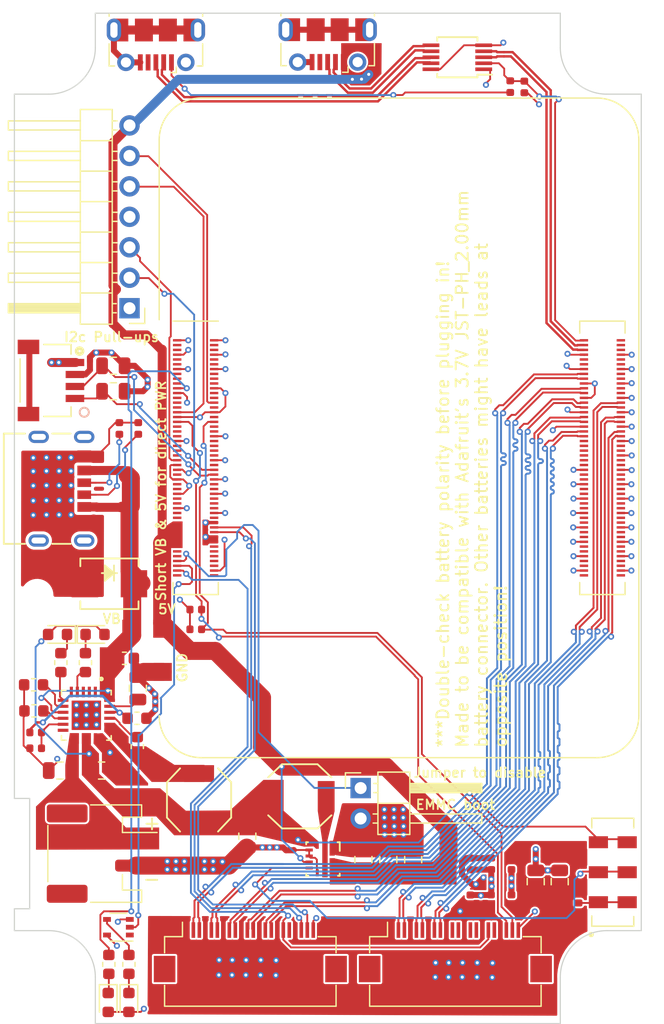
<source format=kicad_pcb>
(kicad_pcb (version 20210228) (generator pcbnew)
  (title_block (title "Raspberry Pi CM4 Carrier for SPIKE Prime") (date "2020-10-31") (rev "v01") (comment 2 "creativecommons.org/licenses/by/4.0/") (comment 3 "License: CC BY 4.0") (comment 4 "Author: Eric Wu"))
  (layers (0 "F.Cu" signal) (1 "In1.Cu" signal) (2 "In2.Cu" signal) (31 "B.Cu" signal) (34 "B.Paste" user) (35 "F.Paste" user) (36 "B.SilkS" user "B.Silkscreen") (37 "F.SilkS" user "F.Silkscreen") (38 "B.Mask" user) (39 "F.Mask" user) (44 "Edge.Cuts" user))
  (net 0 "")
  (net 1 "GND")
  (net 2 "Net-(B1-Pad2)")
  (net 3 "/+3.3v")
  (net 4 "/PSUs/SYS")
  (net 5 "/PSUs/VBUS")
  (net 6 "Net-(C14-Pad1)")
  (net 7 "Net-(C15-Pad1)")
  (net 8 "Net-(C15-Pad2)")
  (net 9 "/PSUs/REGN")
  (net 10 "Net-(D1-Pad1)")
  (net 11 "Net-(D2-Pad1)")
  (net 12 "Net-(D3-Pad1)")
  (net 13 "Net-(D4-Pad1)")
  (net 14 "/+5v")
  (net 15 "/CM4 GPIO/GPIO14")
  (net 16 "/CM4 GPIO/GPIO15")
  (net 17 "/CM4 GPIO/GPIO12")
  (net 18 "/CM4 GPIO/GPIO13")
  (net 19 "/CM4 GPIO/nRPIBOOT")
  (net 20 "unconnected-(J2-PadS1)")
  (net 21 "/CM4 GPIO/GPIO2")
  (net 22 "/CM4 GPIO/GPIO3")
  (net 23 "/CM4 High Speed/CAM0_D0_N")
  (net 24 "/CM4 High Speed/CAM0_D0_P")
  (net 25 "/CM4 High Speed/CAM0_D1_N")
  (net 26 "/CM4 High Speed/CAM0_D1_P")
  (net 27 "/CM4 High Speed/CAM0_C_N")
  (net 28 "/CM4 High Speed/CAM0_C_P")
  (net 34 "/CM4 High Speed/CAM1_D0_N")
  (net 35 "/CM4 High Speed/CAM1_D0_P")
  (net 36 "/CM4 High Speed/CAM1_D1_N")
  (net 37 "/CM4 High Speed/CAM1_D1_P")
  (net 38 "/CM4 High Speed/CAM1_C_N")
  (net 39 "/CM4 High Speed/CAM1_C_P")
  (net 40 "/CM4 High Speed/CAM1_D2_N")
  (net 41 "/CM4 High Speed/CAM1_D2_P")
  (net 42 "/CM4 High Speed/CAM1_D3_N")
  (net 43 "/CM4 High Speed/CAM1_D3_P")
  (net 45 "/USB/USBD_N")
  (net 46 "Net-(J6-Pad1)")
  (net 48 "/USB/USBD_P")
  (net 49 "/USB/USBH_N")
  (net 51 "/USB/USBH_P")
  (net 52 "Net-(J8-Pad3)")
  (net 53 "Net-(J8-Pad4)")
  (net 54 "/CM4 GPIO/EEPROM_nWP")
  (net 68 "/CM4 GPIO/nLED_Activity")
  (net 108 "/CM4 GPIO/nPWR_LED")
  (net 112 "/CM4 High Speed/USBOTG")
  (net 114 "/CM4 High Speed/USB2_N")
  (net 116 "/CM4 High Speed/USB2_P")
  (net 166 "Net-(R4-Pad2)")
  (net 167 "Net-(R10-Pad1)")
  (net 168 "Net-(R12-Pad2)")
  (net 169 "Net-(R13-Pad2)")
  (net 170 "Net-(L1-Pad2)")
  (net 171 "Net-(R15-Pad2)")
  (net 172 "Net-(R16-Pad1)")
  (net 178 "Net-(S1-Pad2)")
  (net 179 "Net-(R14-Pad2)")
  (net 180 "/CM4 High Speed/ID_SD")
  (net 181 "/CM4 High Speed/SCL0")
  (net 182 "/CM4 High Speed/ID_SC")
  (net 183 "/CM4 High Speed/CAM_GPIO")
  (net 184 "/CM4 High Speed/SDA0")
  (footprint "Resistor_SMD:R_0402_1005Metric" (layer "F.Cu") (at 157.175 125.675 -90)
    (fp_text reference "R10" hide)
    (fp_text value "1M")
  )
  (footprint "TestPoint:TestPoint_Pad_1.5x1.5mm" (layer "F.Cu") (at 122.45 102.325)
    (fp_text reference "J10" hide)
    (fp_text value "Conn_01x01" hide)
  )
  (footprint "Resistor_SMD:R_0402_1005Metric" (layer "F.Cu") (at 120.455 85.625 90)
    (fp_text reference "R11" hide)
    (fp_text value "5.1k")
  )
  (footprint "Resistor_SMD:R_0402_1005Metric" (layer "F.Cu") (at 111.9 112.292)
    (fp_text reference "R17" hide)
    (fp_text value "10k")
  )
  (footprint "BQ25616RTWT:QFN50P400X400X80-25N" (layer "F.Cu") (at 116.125 109.542 -90)
    (fp_text reference "U5")
    (fp_text value "BQ25616RTWT")
  )
  (footprint "Capacitor_SMD:C_0805_2012Metric" (layer "F.Cu") (at 139.233 121.575 90)
    (fp_text reference "C10" hide)
    (fp_text value "10u")
  )
  (footprint "Capacitor_SMD:C_0402_1005Metric" (layer "F.Cu") (at 149.87 125 -90)
    (fp_text reference "C4" hide)
    (fp_text value "100n")
  )
  (footprint "Resistor_SMD:R_0402_1005Metric" (layer "F.Cu") (at 152.65 57.15 -90)
    (fp_text reference "R7" hide)
    (fp_text value "2.2K 1%")
  )
  (footprint "Capacitor_SMD:C_0805_2012Metric" (layer "F.Cu") (at 143.383 121.575 90)
    (fp_text reference "C13" hide)
    (fp_text value "10u")
  )
  (footprint "TestPoint:TestPoint_Pad_1.5x1.5mm" (layer "F.Cu") (at 122.5 105.925)
    (fp_text reference "J11" hide)
    (fp_text value "Conn_01x01" hide)
  )
  (footprint "Connector_FFC-FPC:Hirose_FH12-22S-0.5SH_1x22-1MP_P0.50mm_Horizontal" (layer "F.Cu") (at 129.8 129.3)
    (fp_text reference "J5" hide)
    (fp_text value "Conn_01x22_Female")
  )
  (footprint "Capacitor_SMD:C_0603_1608Metric" (layer "F.Cu") (at 120.375 112.15 90)
    (fp_text reference "C15" hide)
    (fp_text value "47n")
  )
  (footprint "Capacitor_SMD:C_0402_1005Metric" (layer "F.Cu") (at 149.895 121.925 90)
    (fp_text reference "C7" hide)
    (fp_text value "100n")
  )
  (footprint "Connector_USB:USB_Micro-B_Molex-105017-0001" (layer "F.Cu") (at 121.925 53.64 180)
    (fp_text reference "J6" hide)
    (fp_text value "USB_OTG")
  )
  (footprint "SM04B-SRSS-TB_LF__SN_:JST_SM04B-SRSS-TB(LF)(SN)" (layer "F.Cu") (at 115.175 81.625 -90)
    (fp_text reference "J2")
    (fp_text value "SM04B-SRSS-TB(LF)(SN)")
  )
  (footprint "Connector_PinHeader_2.54mm:PinHeader_1x02_P2.54mm_Horizontal" (layer "F.Cu") (at 139 115.61)
    (fp_text reference "J9" hide)
    (fp_text value "Conn_01x02")
  )
  (footprint "ul_SPM5020T1R0M:SPM5020T-1R0M" (layer "F.Cu") (at 125.525 116.6 -90)
    (fp_text reference "L2" hide)
    (fp_text value "1 μ" hide)
  )
  (footprint "Connector_PinHeader_2.54mm:PinHeader_1x07_P2.54mm_Horizontal" (layer "F.Cu") (at 119.725 75.6 180)
    (fp_text reference "J1" hide)
    (fp_text value "Conn_01x07")
  )
  (footprint "Resistor_SMD:R_0603_1608Metric" (layer "F.Cu") (at 119.675 130.3125 90)
    (fp_text reference "R4" hide)
    (fp_text value "1k")
  )
  (footprint "Resistor_SMD:R_0603_1608Metric" (layer "F.Cu") (at 118 130.3125 90)
    (fp_text reference "R1" hide)
    (fp_text value "1k")
  )
  (footprint "Capacitor_SMD:C_0805_2012Metric" (layer "F.Cu") (at 155.6 123.4125 -90)
    (fp_text reference "C1" hide)
    (fp_text value "10u")
  )
  (footprint "JS102011JAQN:SW_JS102011JAQN" (layer "F.Cu") (at 160.025 122.6275 90)
    (fp_text reference "S1")
    (fp_text value "JS102011JAQN")
  )
  (footprint "SMBJ50A:SMBJ5.0A-TR" (layer "F.Cu") (at 118.05 98.575 180)
    (fp_text reference "CR1")
    (fp_text value "SMBJ5.0A-TR")
  )
  (footprint "CM4IO:Raspberry-Pi-4-Compute-Module" (layer "F.Cu") (at 125.7 109.575)
    (fp_text reference "Module1" hide)
    (fp_text value "ComputeModule4-CM4")
  )
  (footprint "Capacitor_SMD:C_0805_2012Metric" (layer "F.Cu") (at 117.4 114.15)
    (fp_text reference "C18" hide)
    (fp_text value "10u")
  )
  (footprint "Capacitor_SMD:C_0805_2012Metric" (layer "F.Cu") (at 129.55 119.625 -90)
    (fp_text reference "C9" hide)
    (fp_text value "10u")
  )
  (footprint "Resistor_SMD:R_0603_1608Metric" (layer "F.Cu") (at 111.725 107)
    (fp_text reference "R12" hide)
    (fp_text value "150")
  )
  (footprint "MountingHole:MountingHole_2.2mm_M2" (layer "F.Cu") (at 112.025 99.525)
    (fp_text reference "REF**" hide)
    (fp_text value "MountingHole_2.2mm_M2" hide)
  )
  (footprint "Resistor_SMD:R_0402_1005Metric" (layer "F.Cu") (at 118.88 85.625 90)
    (fp_text reference "R9" hide)
    (fp_text value "5.1k")
  )
  (footprint "Capacitor_SMD:C_0603_1608Metric" (layer "F.Cu") (at 119.3 104.792)
    (fp_text reference "C11" hide)
    (fp_text value "1u")
  )
  (footprint "LED_SMD:LED_0603_1608Metric" (layer "F.Cu") (at 119.675 133.4875 -90)
    (fp_text reference "D2" hide)
    (fp_text value "LED Red")
  )
  (footprint "ul_SPM5020T1R0M:SPM5020T-1R0M" (layer "F.Cu") (at 133.925 116.3)
    (fp_text reference "L1" hide)
    (fp_text value "1 μ" hide)
  )
  (footprint "Package_SO:MSOP-10_3x3mm_P0.5mm" (layer "F.Cu") (at 147.0644 54.675 180)
    (fp_text reference "U2" hide)
    (fp_text value "FSUSB42MUX")
  )
  (footprint "MountingHole:MountingHole_2.2mm_M2" (layer "F.Cu") (at 160.6 115.35)
    (fp_text reference "REF**" hide)
    (fp_text value "MountingHole_2.2mm_M2" hide)
  )
  (footprint "Resistor_SMD:R_0603_1608Metric" (layer "F.Cu") (at 116.05 105.15 -90)
    (fp_text reference "R14" hide)
    (fp_text value "1k")
  )
  (footprint "Connector_FFC-FPC:Hirose_FH12-22S-0.5SH_1x22-1MP_P0.50mm_Horizontal" (layer "F.Cu") (at 146.9 129.3)
    (fp_text reference "J3" hide)
    (fp_text value "Conn_01x22_Female")
  )
  (footprint "Resistor_SMD:R_0805_2012Metric" (layer "F.Cu") (at 118.375 80.4 180)
    (fp_text reference "R2" hide)
    (fp_text value "DNP")
  )
  (footprint "Resistor_SMD:R_0603_1608Metric" (layer "F.Cu") (at 111.75 109.175)
    (fp_text reference "R13" hide)
    (fp_text value "510")
  )
  (footprint "Capacitor_SMD:C_0805_2012Metric" (layer "F.Cu") (at 113.925 114.15 180)
    (fp_text reference "C17" hide)
    (fp_text value "10u")
  )
  (footprint "Capacitor_SMD:C_0402_1005Metric" (layer "F.Cu") (at 151.58 125 -90)
    (fp_text reference "C3" hide)
    (fp_text value "100n")
  )
  (footprint "Resistor_SMD:R_0805_2012Metric" (layer "F.Cu") (at 118.375 82.525 180)
    (fp_text reference "R3" hide)
    (fp_text value "DNP")
  )
  (footprint "Capacitor_SMD:C_0402_1005Metric" (layer "F.Cu") (at 148.175 121.9375 90)
    (fp_text reference "C6" hide)
    (fp_text value "100n")
  )
  (footprint "Resistor_SMD:R_0402_1005Metric" (layer "F.Cu") (at 125.25 102.375)
    (fp_text reference "R6" hide)
    (fp_text value "2.2K 1%")
  )
  (footprint "Package_TO_SOT_SMD:SOT-353_SC-70-5" (layer "F.Cu") (at 118.8 127.2125 180)
    (fp_text reference "U1" hide)
    (fp_text value "74LVC1G07SE-7")
  )
  (footprint "Resistor_SMD:R_0402_1005Metric" (layer "F.Cu") (at 151.475 57.125 90)
    (fp_text reference "R8" hide)
    (fp_text value "2.2K 1%")
  )
  (footprint "LED_SMD:LED_0603_1608Metric" (layer "F.Cu") (at 117.95 133.4875 -90)
    (fp_text reference "D1" hide)
    (fp_text value "LED Green")
  )
  (footprint "Capacitor_SMD:C_0402_1005Metric" (layer "F.Cu") (at 148.15 125.0125 -90)
    (fp_text reference "C5" hide)
    (fp_text value "100n")
  )
  (footprint "MountingHole:MountingHole_2.2mm_M2" (layer "F.Cu") (at 129.125 53.55)
    (fp_text reference "REF**" hide)
    (fp_text value "MountingHole_2.2mm_M2" hide)
  )
  (footprint "Capacitor_SMD:C_0402_1005Metric" (layer "F.Cu") (at 151.58 121.925 90)
    (fp_text reference "C8" hide)
    (fp_text value "100n")
  )
  (footprint "MountingHole:MountingHole_2.2mm_M2" (layer "F.Cu") (at 153 53.55)
    (fp_text reference "REF**" hide)
    (fp_text value "MountingHole_2.2mm_M2" hide)
  )
  (footprint "LED_SMD:LED_0603_1608Metric" (layer "F.Cu") (at 113.725 102.8 180)
    (fp_text reference "D4" hide)
    (fp_text value "RED")
  )
  (footprint "Capacitor_SMD:C_0805_2012Metric" (layer "F.Cu") (at 120.425 107.292 90)
    (fp_text reference "C14" hide)
    (fp_text value "10u")
  )
  (footprint "Resistor_SMD:R_0603_1608Metric" (layer "F.Cu") (at 114 105.15 -90)
    (fp_text reference "R15" hide)
    (fp_text value "1k")
  )
  (footprint "ul_UJCHP3SMTTR:UJC-HP-3-SMT-TR" (layer "F.Cu") (at 112.825 90.65 -90)
    (fp_text reference "J8")
    (fp_text value "UJC-HP-3-SMT-TR")
  )
  (footprint "Resistor_SMD:R_0402_1005Metric" (layer "F.Cu") (at 125.25 100.725)
    (fp_text reference "R5" hide)
    (fp_text value "2.2K 1%")
  )
  (footprint "ul_TPS61235PRWLR:TPS61235PRWLR" (layer "F.Cu") (at 135.858 121.525 -90)
    (fp_text reference "U4" hide)
    (fp_text value "TPS61235PRWLR" hide)
  )
  (footprint "Capacitor_SMD:C_0805_2012Metric" (layer "F.Cu") (at 141.308 121.575 90)
    (fp_text reference "C12" hide)
    (fp_text value "10u")
  )
  (footprint "LED_SMD:LED_0603_1608Metric" (layer "F.Cu") (at 116.85 102.8)
    (fp_text reference "D3" hide)
    (fp_text value "GREEN")
  )
  (footprint "Connector_USB:USB_Micro-B_Molex-105017-0001" (layer "F.Cu") (at 136.25 53.615 180)
    (fp_text reference "J7" hide)
    (fp_text value "USB")
  )
  (footprint "TestPoint:TestPoint_Pad_1.5x1.5mm" (layer "F.Cu") (at 119.875 102.325)
    (fp_text reference "J4" hide)
    (fp_text value "Conn_01x01" hide)
  )
  (footprint "Capacitor_SMD:C_0805_2012Metric" (layer "F.Cu") (at 153.6 123.4125 -90)
    (fp_text reference "C2" hide)
    (fp_text value "10u")
  )
  (footprint "Connector_JST:JST_PH_S2B-PH-SM4-TB_1x02-1MP_P2.00mm_Horizontal" (layer "F.Cu") (at 117.425 121.075 -90)
    (fp_text reference "B1" hide)
    (fp_text value "JST 2-PH")
  )
  (footprint "Capacitor_SMD:C_0603_1608Metric" (layer "F.Cu") (at 120.35 109.792)
    (fp_text reference "C16" hide)
    (fp_text value "4.7u")
  )
  (footprint "Resistor_SMD:R_0402_1005Metric" (layer "F.Cu") (at 111.9 110.975 180)
    (fp_text reference "R16" hide)
    (fp_text value "10k")
  )
  (gr_line (start 155.65 51) (end 116.875 51) (layer "Edge.Cuts") (width 0.1))
  (gr_line (start 155.65 53.875) (end 155.65 51) (layer "Edge.Cuts") (width 0.1))
  (gr_line (start 116.875 51) (end 116.875 53.875) (layer "Edge.Cuts") (width 0.1))
  (gr_line (start 110.125 125.675) (end 110.125 127.5) (layer "Edge.Cuts") (width 0.1))
  (gr_arc (start 159.524999 131.375) (end 159.525 127.499999) (angle -90) (layer "Edge.Cuts") (width 0.1))
  (gr_line (start 162.4 57.75) (end 159.525 57.75) (layer "Edge.Cuts") (width 0.1))
  (gr_line (start 110.125 116.475) (end 111.4 116.475) (layer "Edge.Cuts") (width 0.1))
  (gr_line (start 110.125 57.75) (end 110.125 116.475) (layer "Edge.Cuts") (width 0.1))
  (gr_arc (start 113 131.374999) (end 116.875001 131.375) (angle -90) (layer "Edge.Cuts") (width 0.1))
  (gr_line (start 111.4 116.475) (end 111.4 125.675) (layer "Edge.Cuts") (width 0.1))
  (gr_line (start 159.525 127.5) (end 162.4 127.5) (layer "Edge.Cuts") (width 0.1))
  (gr_line (start 110.125 127.5) (end 113 127.5) (layer "Edge.Cuts") (width 0.1))
  (gr_line (start 111.4 125.675) (end 110.125 125.675) (layer "Edge.Cuts") (width 0.1))
  (gr_arc (start 159.525 53.875001) (end 155.649999 53.875) (angle -90) (layer "Edge.Cuts") (width 0.1))
  (gr_line (start 113 57.75) (end 110.125 57.75) (layer "Edge.Cuts") (width 0.1))
  (gr_line (start 116.875 131.375) (end 116.875 135.25) (layer "Edge.Cuts") (width 0.1))
  (gr_line (start 155.65 135.25) (end 155.65 131.375) (layer "Edge.Cuts") (width 0.1))
  (gr_arc (start 113.000001 53.875) (end 113 57.750001) (angle -90) (layer "Edge.Cuts") (width 0.1))
  (gr_line (start 116.875 135.25) (end 155.65 135.25) (layer "Edge.Cuts") (width 0.1))
  (gr_line (start 162.4 57.75) (end 162.4 127.5) (layer "Edge.Cuts") (width 0.1))
  (gr_text "+" (at 121.6 118.5) (layer "F.SilkS") (effects (font (size 1.2 1.2) (thickness 0.16))))
  (gr_text "***Double-check battery polarity before plugging in!\nMade to be compatible with Adafruit's 3.7V JST-PH_2.00mm \nbattery connector. Other batteries might have leads at \nopposite position!" (at 148.275 112.325 90) (layer "F.SilkS") (effects (font (size 1 1)) (justify left)))
  (gr_text "I2c Pull-ups" (at 118.225 78) (layer "F.SilkS") (effects (font (size 0.8 0.8))))
  (gr_text "Jumper to disable" (at 148.95 114.325) (layer "F.SilkS") (effects (font (size 0.8 0.8))))
  (gr_text "Short VB & 5V for direct PWR" (at 122.35 90.825 90) (layer "F.SilkS") (effects (font (size 0.8 0.8))))
  (gr_text "-" (at 121.575 123.175) (layer "F.SilkS") (effects (font (size 1.2 1.2) (thickness 0.16))))
  (gr_text "EMMC boot" (at 146.9 117) (layer "F.SilkS") (effects (font (size 0.8 0.8))))
  (segment (start 126.025 84.275) (end 125.6 84.7) (width 0.1524) (layer "F.Cu") (net 1))
  (segment (start 120.0875 106.0125) (end 120.0875 104.792) (width 0.5) (layer "F.Cu") (net 1))
  (segment (start 127.2824 97.475) (end 127.65 97.1074) (width 0.1524) (layer "F.Cu") (net 1))
  (segment (start 127.325 82.275) (end 127.725 82.675) (width 0.1524) (layer "F.Cu") (net 1))
  (segment (start 151.9 121.44) (end 152.49808 122.03808) (width 0.5) (layer "F.Cu") (net 1))
  (segment (start 132.5375 120.5625) (end 132.775 120.8) (width 0.5) (layer "F.Cu") (net 1))
  (segment (start 135.35 121.581402) (end 135.35 122.7) (width 0.1524) (layer "F.Cu") (net 1))
  (segment (start 125.375 52.375) (end 125.4 52.4) (width 0.75) (layer "F.Cu") (net 1))
  (segment (start 121.1375 109.792) (end 121.183 109.792) (width 0.5) (layer "F.Cu") (net 1))
  (segment (start 161.575 81.875) (end 161.6 81.85) (width 0.1524) (layer "F.Cu") (net 1))
  (segment (start 122.5 105.925) (end 120.9 105.925) (width 1.5) (layer "F.Cu") (net 1))
  (segment (start 127.2406 84.275) (end 127.725 83.7906) (width 0.1524) (layer "F.Cu") (net 1))
  (segment (start 161.6 84.275) (end 160.7 84.275) (width 0.1524) (layer "F.Cu") (net 1))
  (segment (start 157.62 97.475) (end 156.75 97.475) (width 0.1524) (layer "F.Cu") (net 1))
  (segment (start 120.625 55.1025) (end 119.4025 55.1025) (width 0.5) (layer "F.Cu") (net 1))
  (segment (start 156.325 79.475) (end 156.25 79.4) (width 0.1524) (layer "F.Cu") (net 1))
  (segment (start 149.2644 53.675) (end 147.625 53.675) (width 0.1524) (layer "F.Cu") (net 1))
  (segment (start 160.7 97.475) (end 161.575 97.475) (width 0.1524) (layer "F.Cu") (net 1))
  (segment (start 121.183 109.792) (end 121.875 109.1) (width 0.5) (layer "F.Cu") (net 1))
  (segment (start 157.62 80.675) (end 156.45 80.675) (width 0.1524) (layer "F.Cu") (net 1))
  (segment (start 113.7 113.4375) (end 112.9875 114.15) (width 0.1524) (layer "F.Cu") (net 1))
  (segment (start 126.78 84.275) (end 127.2406 84.275) (width 0.1524) (layer "F.Cu") (net 1))
  (segment (start 113.7 113.175) (end 113.7 113.4375) (width 0.1524) (layer "F.Cu") (net 1))
  (segment (start 160.7 89.075) (end 161.575 89.075) (width 0.1524) (layer "F.Cu") (net 1))
  (segment (start 140.2875 120.6375) (end 138.423689 120.6375) (width 1.5) (layer "F.Cu") (net 1))
  (segment (start 161.6 86.675) (end 160.7 86.675) (width 0.1524) (layer "F.Cu") (net 1))
  (segment (start 118.028421 86.896579) (end 116.975 87.95) (width 0.1524) (layer "F.Cu") (net 1))
  (segment (start 157.65 79.475) (end 157.65 79.5) (width 0.1524) (layer "F.Cu") (net 1))
  (segment (start 139 119.55) (end 139 120.31) (width 1.5) (layer "F.Cu") (net 1))
  (segment (start 160.7 80.675) (end 161.6 80.675) (width 0.1524) (layer "F.Cu") (net 1))
  (segment (start 119.4 55.1) (end 118.425 54.125) (width 0.5) (layer "F.Cu") (net 1))
  (segment (start 126.78 79.475) (end 127.7 79.475) (width 0.1524) (layer "F.Cu") (net 1))
  (segment (start 121.8375 107.7625) (end 121.35 107.275) (width 0.5) (layer "F.Cu") (net 1))
  (segment (start 160.7 95.075) (end 161.575 95.075) (width 0.1524) (layer "F.Cu") (net 1))
  (segment (start 152.49808 123.22308) (end 153.425 124.15) (width 0.5) (layer "F.Cu") (net 1))
  (segment (start 115.25 80.125) (end 113.825 80.125) (width 0.75) (layer "F.Cu") (net 1))
  (segment (start 124.2024 82.675) (end 124.525 82.9976) (width 0.1524) (layer "F.Cu") (net 1))
  (segment (start 126.78 88.275) (end 127.7 88.275) (width 0.1524) (layer "F.Cu") (net 1))
  (segment (start 134.708 120.774999) (end 134.708 120.751305) (width 0.1524) (layer "F.Cu") (net 1))
  (segment (start 132.775 120.8) (end 133.4 120.8) (width 0.5) (layer "F.Cu") (net 1))
  (segment (start 123.7 84.675) (end 125.575 84.675) (width 0.1524) (layer "F.Cu") (net 1))
  (segment (start 127.675 91.075) (end 127.7 91.05) (width 0.1524) (layer "F.Cu") (net 1))
  (segment (start 131.4125 120.5625) (end 132.0125 120.5625) (width 0.5) (layer "F.Cu") (net 1))
  (segment (start 110.9625 109.6175) (end 110.89188 109.68812) (width 0.1524) (layer "F.Cu") (net 1))
  (segment (start 118.95 126.5625) (end 118.75 126.7625) (width 0.1524) (layer "F.Cu") (net 1))
  (segment (start 160.7 96.275) (end 161.575 96.275) (width 0.1524) (layer "F.Cu") (net 1))
  (segment (start 123.7 80.675) (end 124.6 80.675) (width 0.1524) (layer "F.Cu") (net 1))
  (segment (start 118.028421 85.671579) (end 118.028421 86.896579) (width 0.1524) (layer "F.Cu") (net 1))
  (segment (start 148.175 121.4525) (end 147.855 121.4525) (width 0.5) (layer "F.Cu") (net 1))
  (segment (start 118.91 85.14) (end 118.9 85.13) (width 0.1524) (layer "F.Cu") (net 1))
  (segment (start 160.7 83.075) (end 161.6 83.075) (width 0.1524) (layer "F.Cu") (net 1))
  (segment (start 121.875 108.4) (end 121.875 107.8) (width 0.5) (layer "F.Cu") (net 1))
  (segment (start 147.855 121.4525) (end 147.45308 121.85442) (width 0.5) (layer "F.Cu") (net 1))
  (segment (start 161.6 85.475) (end 160.675 85.475) (width 0.1524) (layer "F.Cu") (net 1))
  (segment (start 126.78 97.475) (end 127.2824 97.475) (width 0.1524) (layer "F.Cu") (net 1))
  (segment (start 148.175 121.4525) (end 149.8725 121.4525) (width 0.5) (layer "F.Cu") (net 1))
  (segment (start 134.708 120.774999) (end 134.708 121.242) (width 0.1524) (layer "F.Cu") (net 1))
  (segment (start 123.7 86.675) (end 124.475 86.675) (width 0.1524) (layer "F.Cu") (net 1))
  (segment (start 158.225 83.075) (end 158.525 82.775) (width 0.1524) (layer "F.Cu") (net 1))
  (segment (start 124.7 90.5774) (end 124.2024 91.075) (width 0.1524) (layer "F.Cu") (net 1))
  (segment (start 148.15 125.4975) (end 148.7525 125.4975) (width 0.5) (layer "F.Cu") (net 1))
  (segment (start 127.725 83.7906) (end 127.725 82.675) (width 0.1524) (layer "F.Cu") (net 1))
  (segment (start 121.875 109.05) (end 121.875 108.4) (width 0.5) (layer "F.Cu") (net 1))
  (segment (start 148.7525 125.4975) (end 149.3025 125.4975) (width 0.5) (layer "F.Cu") (net 1))
  (segment (start 158.525 82.775) (end 158.525 81.875) (width 0.1524) (layer "F.Cu") (net 1))
  (segment (start 121.35 107.275) (end 120.0875 106.0125) (width 0.5) (layer "F.Cu") (net 1))
  (segment (start 120.0875 104.792) (end 120.0875 105.1125) (width 0.5) (layer "F.Cu") (net 1))
  (segment (start 110.9625 109.175) (end 110.9625 109.6175) (width 0.1524) (layer "F.Cu") (net 1))
  (segment (start 126.78 89.875) (end 127.675 89.875) (width 0.1524) (layer "F.Cu") (net 1))
  (segment (start 123.7 78.275) (end 124.625 78.275) (width 0.1524) (layer "F.Cu") (net 1))
  (segment (start 126.78 84.275) (end 126.025 84.275) (width 0.1524) (layer "F.Cu") (net 1))
  (segment (start 123.7 82.675) (end 124.2024 82.675) (width 0.1524) (layer "F.Cu") (net 1))
  (segment (start 156.45 80.675) (end 156.175 80.4) (width 0.1524) (layer "F.Cu") (net 1))
  (segment (start 157.62 93.875) (end 156.725 93.875) (width 0.1524) (layer "F.Cu") (net 1))
  (segment (start 160.7 79.475) (end 161.6 79.475) (width 0.1524) (layer "F.Cu") (net 1))
  (segment (start 157.62 85.475) (end 155.325 85.475) (width 0.1524) (layer "F.Cu") (net 1))
  (segment (start 150.675 53.675) (end 150.9 53.45) (width 0.1524) (layer "F.Cu") (net 1))
  (segment (start 157.62 83.075) (end 158.225 83.075) (width 0.1524) (layer "F.Cu") (net 1))
  (segment (start 121.875 107.8) (end 121.8375 107.7625) (width 0.5) (layer "F.Cu") (net 1))
  (segment (start 127.7 79.475) (end 127.725 79.45) (width 0.1524) (layer "F.Cu") (net 1))
  (segment (start 148.675966 123.629034) (end 149.2391 123.0659) (width 0.5) (layer "F.Cu") (net 1))
  (segment (start 134.7775 55.0775) (end 134.8975 55.0775) (width 0.5) (layer "F.Cu") (net 1))
  (segment (start 148.277464 123.629034) (end 148.604034 123.629034) (width 0.5) (layer "F.Cu") (net 1))
  (segment (start 124.7 90.4) (end 124.7 90.3726) (width 0.1524) (layer "F.Cu") (net 1))
  (segment (start 126.78 82.275) (end 127.325 82.275) (width 0.1524) (layer "F.Cu") (net 1))
  (segment (start 133.4 120.8) (end 133.425001 120.774999) (width 0.5) (layer "F.Cu") (net 1))
  (segment (start 118.56 85.14) (end 118.028421 85.671579) (width 0.1524) (layer "F.Cu") (net 1))
  (segment (start 123.35 89.9) (end 123.725 89.9) (width 0.1524) (layer "F.Cu") (net 1))
  (segment (start 124.7 90.3726) (end 124.2024 89.875) (width 0.1524) (layer "F.Cu") (net 1))
  (segment (start 124.2024 91.075) (end 123.7 91.075) (width 0.1524) (layer "F.Cu") (net 1))
  (segment (start 143.383 120.6375) (end 140.2875 120.6375) (width 1.5) (layer "F.Cu") (net 1))
  (segment (start 135.190488 121.42189) (end 135.35 121.581402) (width 0.1524) (layer "F.Cu") (net 1))
  (segment (start 118.425 52.4025) (end 125.3475 52.4025) (width 0.75) (layer "F.Cu") (net 1))
  (segment (start 126.78 78.275) (end 127.725 78.275) (width 0.1524) (layer "F.Cu") (net 1))
  (segment (start 149.2644 53.675) (end 150.675 53.675) (width 0.1524) (layer "F.Cu") (net 1))
  (segment (start 118.88 85.14) (end 118.56 85.14) (width 0.1524) (layer "F.Cu") (net 1))
  (segment (start 160.7 81.875) (end 161.575 81.875) (width 0.1524) (layer "F.Cu") (net 1))
  (segment (start 156.475 84.275) (end 156.25 84.05) (width 0.1524) (layer "F.Cu") (net 1))
  (segment (start 126.78 91.075) (end 127.675 91.075) (width 0.1524) (layer "F.Cu") (net 1))
  (segment (start 123.1976 88.675) (end 123.121889 88.750711) (width 0.1524) (layer "F.Cu") (net 1))
  (segment (start 152.49808 122.03808) (end 152.49808 123.22308) (width 0.5) (layer "F.Cu") (net 1))
  (segment (start 110.9375 107.075) (end 110.9375 109.1125) (width 0.1524) (layer "F.Cu") (net 1))
  (segment (start 128 122.075) (end 128.625 121.45) (width 1.5) (layer "F.Cu") (net 1))
  (segment (start 120.455 85.14) (end 118.91 85.14) (width 0.1524) (layer "F.Cu") (net 1))
  (segment (start 160.65 80.675) (end 160.675 80.675) (width 0.1524) (layer "F.Cu") (net 1))
  (segment (start 121.875 109.1) (end 121.875 109.05) (width 0.5) (layer "F.Cu") (net 1))
  (segment (start 134.708 121.308) (end 134.82189 121.42189) (width 0.1524) (layer "F.Cu") (net 1))
  (segment (start 127.65 97.1074) (end 127.65 94.9) (width 0.1524) (layer "F.Cu") (net 1))
  (segment (start 118.425 54.125) (end 118.425 52.425) (width 0.5) (layer "F.Cu") (net 1))
  (segment (start 126.78 92.675) (end 127.7 92.675) (width 0.1524) (layer "F.Cu") (net 1))
  (segment (start 157.62 96.275) (end 156.75 96.275) (width 0.1524) (layer "F.Cu") (net 1))
  (segment (start 110.89188 112.06688) (end 113 114.175) (width 0.1524) (layer "F.Cu") (net 1))
  (segment (start 133.75 55.0775) (end 134.7775 55.0775) (width 0.5) (layer "F.Cu") (net 1))
  (segment (start 160.7 93.875) (end 161.575 93.875) (width 0.1524) (layer "F.Cu") (net 1))
  (segment (start 139 118.15) (end 139 119.55) (width 1.5) (layer "F.Cu") (net 1))
  (segment (start 124.225 79.475) (end 124.625 79.075) (width 0.1524) (layer "F.Cu") (net 1))
  (segment (start 151.58 121.44) (end 151.9 121.44) (width 0.5) (layer "F.Cu") (net 1))
  (segment (start 124.7 90.4) (end 124.7 90.5774) (width 0.1524) (layer "F.Cu") (net 1))
  (segment (start 160.7 91.475) (end 161.575 91.475) (width 0.1524) (layer "F.Cu") (net 1))
  (segment (start 123.7 92.275) (end 124.5 92.275) (width 0.1524) (layer "F.Cu") (net 1))
  (segment (start 157.62 81.875) (end 158.525 81.875) (width 0.1524) (layer "F.Cu") (net 1))
  (segment (start 134.708 120.774999) (end 133.425001 120.774999) (width 0.1524) (layer "F.Cu") (net 1))
  (segment (start 120.0875 105.1125) (end 120.9 105.925) (width 0.5) (layer "F.Cu") (net 1))
  (segment (start 149.3025 125.4975) (end 149.8675 125.4975) (width 0.5) (layer "F.Cu") (net 1))
  (segment (start 127.675 89.875) (end 127.7 89.85) (width 0.1524) (layer "F.Cu") (net 1))
  (segment (start 129.333 120.5625) (end 130.8125 120.5625) (width 0.5) (layer "F.Cu") (net 1))
  (segment (start 160.7 92.675) (end 161.575 92.675) (width 0.1524) (layer "F.Cu") (net 1))
  (segment (start 152.59 125.485) (end 153.675 124.4) (width 0.5) (layer "F.Cu") (net 1))
  (segment (start 125.3475 52.4025) (end 125.375 52.375) (width 0.75) (layer "F.Cu") (net 1))
  (segment (start 126.78 80.675) (end 127.725 80.675) (width 0.1524) (layer "F.Cu") (net 1))
  (segment (start 153.875 58.6) (end 152.91 57.635) (width 0.1524) (layer "F.Cu") (net 1))
  (segment (start 110.89188 109.68812) (end 110.89188 112.06688) (width 0.1524) (layer "F.Cu") (net 1))
  (segment (start 157.62 92.675) (end 156.725 92.675) (width 0.1524) (layer "F.Cu") (net 1))
  (segment (start 157.62 91.475) (end 156.75 91.475) (width 0.1524) (layer "F.Cu") (net 1))
  (segment (start 157.62 79.475) (end 156.325 79.475) (width 0.1524) (layer "F.Cu") (net 1))
  (segment (start 123.7 88.675) (end 123.1976 88.675) (width 0.1524) (layer "F.Cu") (net 1))
  (segment (start 126.78 86.275) (end 127.725 86.275) (width 0.1524) (layer "F.Cu") (net 1))
  (segment (start 132.75 52.3775) (end 139.6775 52.3775) (width 0.5) (layer "F.Cu") (net 1))
  (segment (start 156.75 89.075) (end 157.625 89.075) (width 0.1524) (layer "F.Cu") (net 1))
  (segment (start 155.325 85.475) (end 155.025 85.775) (width 0.1524) (layer "F.Cu") (net 1))
  (segment (start 147.45308 121.85442) (end 147.45308 122.80465) (width 0.5) (layer "F.Cu") (net 1))
  (segment (start 113.825 80.125) (end 113.225 80.125) (width 0.75) (layer "F.Cu") (net 1))
  (segment (start 110.9375 109.1125) (end 110.9375 109.1375) (width 0.1524) (layer "F.Cu") (net 1))
  (segment (start 128.625 121.45) (end 129.5 120.575) (width 1.5) (layer "F.Cu") (net 1))
  (segment (start 134.82189 121.42189) (end 135.190488 121.42189) (width 0.1524) (layer "F.Cu") (net 1))
  (segment (start 130.8125 120.5625) (end 131.4125 120.5625) (width 0.5) (layer "F.Cu") (net 1))
  (segment (start 123.7 79.475) (end 124.225 79.475) (width 0.1524) (layer "F.Cu") (net 1))
  (segment (start 152.91 57.635) (end 152.65 57.635) (width 0.1524) (layer "F.Cu") (net 1))
  (segment (start 123.121889 88.750711) (end 123.121889 89.671889) (width 0.1524) (layer "F.Cu") (net 1))
  (segment (start 151.58 125.485) (end 152.59 125.485) (width 0.5) (layer "F.Cu") (net 1))
  (segment (start 124.525 82.9976) (end 124.525 83.475) (width 0.1524) (layer "F.Cu") (net 1))
  (segment (start 120.275 122.075) (end 128 122.075) (width 1.5) (layer "F.Cu") (net 1))
  (segment (start 153.6 124.35) (end 155.625 124.35) (width 0.5) (layer "F.Cu") (net 1))
  (segment (start 147.45308 122.80465) (end 148.277464 123.629034) (width 0.5) (layer "F.Cu") (net 1))
  (segment (start 161.575 89.075) (end 161.6 89.1) (width 0.1524) (layer "F.Cu") (net 1))
  (segment (start 124.2024 89.875) (end 123.7 89.875) (width 0.1524) (layer "F.Cu") (net 1))
  (segment (start 119.4025 55.1025) (end 119.4 55.1) (width 0.5) (layer "F.Cu") (net 1))
  (segment (start 132.0125 120.5625) (end 132.5375 120.5625) (width 0.5) (layer "F.Cu") (net 1))
  (segment (start 123.121889 89.671889) (end 123.35 89.9) (width 0.1524) (layer "F.Cu") (net 1))
  (segment (start 125.575 84.675) (end 125.6 84.7) (width 0.1524) (layer "F.Cu") (net 1))
  (segment (start 160.7 87.875) (end 161.6 87.875) (width 0.1524) (layer "F.Cu") (net 1))
  (segment (start 147.625 53.675) (end 145.625 55.675) (width 0.1524) (layer "F.Cu") (net 1))
  (segment (start 157.62 84.275) (end 156.475 84.275) (width 0.1524) (layer "F.Cu") (net 1))
  (segment (start 119.75 126.5625) (end 118.95 126.5625) (width 0.1524) (layer "F.Cu") (net 1))
  (segment (start 134.708 121.242) (end 134.7 121.25) (width 0.1524) (layer "F.Cu") (net 1))
  (segment (start 157.62 95.075) (end 156.725 95.075) (width 0.1524) (layer "F.Cu") (net 1))
  (segment (start 148.604034 123.629034) (end 148.675966 123.629034) (width 0.5) (layer "F.Cu") (net 1))
  (segment (start 157.62 90.275) (end 156.75 90.275) (width 0.1524) (layer "F.Cu") (net 1))
  (segment (start 160.7 90.275) (end 161.575 90.275) (width 0.1524) (layer "F.Cu") (net 1))
  (segment (start 134.708 121.275) (end 134.708 121.308) (width 0.1524) (layer "F.Cu") (net 1))
  (via (at 127.7 88.275) (size 0.508) (drill 0.254) (layers "F.Cu" "B.Cu") (net 1))
  (via (at 121.875 108.4) (size 0.508) (drill 0.254) (layers "F.Cu" "B.Cu") (net 1))
  (via (at 118.1 112.65) (size 0.508) (drill 0.254) (layers "F.Cu" "B.Cu") (net 1))
  (via (at 161.575 93.875) (size 0.508) (drill 0.254) (layers "F.Cu" "B.Cu") (net 1))
  (via (at 123.6 122.4) (size 0.508) (drill 0.254) (layers "F.Cu" "B.Cu") (net 1))
  (via (at 114.85 89.175) (size 0.508) (drill 0.254) (layers "F.Cu" "B.Cu") (net 1))
  (via (at 113.85 90.375) (size 0.508) (drill 0.254) (layers "F.Cu" "B.Cu") (net 1))
  (via (at 127.175 131.2) (size 0.508) (drill 0.254) (layers "F.Cu" "B.Cu") (net 1))
  (via (at 128.275 131.2) (size 0.508) (drill 0.254) (layers "F.Cu" "B.Cu") (net 1))
  (via (at 150 130.2) (size 0.508) (drill 0.254) (layers "F.Cu" "B.Cu") (net 1))
  (via (at 156.725 95.075) (size 0.508) (drill 0.254) (layers "F.Cu" "B.Cu") (net 1))
  (via (at 122.875 122.4) (size 0.508) (drill 0.254) (layers "F.Cu" "B.Cu") (net 1))
  (via (at 158.525 81.875) (size 0.508) (drill 0.254) (layers "F.Cu" "B.Cu") (net 1))
  (via (at 124.3 122.4) (size 0.508) (drill 0.254) (layers "F.Cu" "B.Cu") (net 1))
  (via (at 113.85 91.625) (size 0.508) (drill 0.254) (layers "F.Cu" "B.Cu") (net 1))
  (via (at 161.6 80.675) (size 0.508) (drill 0.254) (layers "F.Cu" "B.Cu") (net 1))
  (via (at 141.775 118.075) (size 0.508) (drill 0.254) (layers "F.Cu" "B.Cu") (net 1))
  (via (at 141.8 118.8) (size 0.508) (drill 0.254) (layers "F.Cu" "B.Cu") (net 1))
  (via (at 161.6 89.1) (size 0.508) (drill 0.254) (layers "F.Cu" "B.Cu") (net 1))
  (via (at 161.6 84.275) (size 0.508) (drill 0.254) (layers "F.Cu" "B.Cu") (net 1))
  (via (at 124.3 121.725) (size 0.508) (drill 0.254) (layers "F.Cu" "B.Cu") (net 1))
  (via (at 141.775 117.4) (size 0.508) (drill 0.254) (layers "F.Cu" "B.Cu") (net 1))
  (via (at 124.625 78.275) (size 0.508) (drill 0.254) (layers "F.Cu" "B.Cu") (net 1))
  (via (at 116.975 110.325) (size 0.508) (drill 0.254) (layers "F.Cu" "B.Cu") (net 1))
  (via (at 142.575 119.5) (size 0.508) (drill 0.254) (layers "F.Cu" "B.Cu") (net 1))
  (via (at 126.7 121.725) (size 0.508) (drill 0.254) (layers "F.Cu" "B.Cu") (net 1))
  (via (at 122.875 121.725) (size 0.508) (drill 0.254) (layers "F.Cu" "B.Cu") (net 1))
  (via (at 131.95 129.975) (size 0.508) (drill 0.254) (layers "F.Cu" "B.Cu") (net 1))
  (via (at 129.45 129.95) (size 0.508) (drill 0.254) (layers "F.Cu" "B.Cu") (net 1))
  (via (at 147.3 125.875) (size 0.508) (drill 0.254) (layers "F.Cu" "B.Cu") (net 1))
  (via (at 121.875 109.05) (size 0.508) (drill 0.254) (layers "F.Cu" "B.Cu") (net 1))
  (via (at 124.6 80.675) (size 0.508) (drill 0.254) (layers "F.Cu" "B.Cu") (net 1))
  (via (at 112.8 89.175) (size 0.508) (drill 0.254) (layers "F.Cu" "B.Cu") (net 1))
  (via (at 125.6 84.7) (size 0.508) (drill 0.254) (layers "F.Cu" "B.Cu") (net 1))
  (via (at 116.125 109.525) (size 0.508) (drill 0.254) (layers "F.Cu" "B.Cu") (net 1))
  (via (at 141.8 119.5) (size 0.508) (drill 0.254) (layers "F.Cu" "B.Cu") (net 1))
  (via (at 127.7 89.85) (size 0.508) (drill 0.254) (layers "F.Cu" "B.Cu") (net 1))
  (via (at 113.7 113.175) (size 0.508) (drill 0.254) (layers "F.Cu" "B.Cu") (net 1))
  (via (at 121.35 107.275) (size 0.508) (drill 0.254) (layers "F.Cu" "B.Cu") (net 1))
  (via (at 161.6 83.075) (size 0.508) (drill 0.254) (layers "F.Cu" "B.Cu") (net 1))
  (via (at 146.35 130.175) (size 0.508) (drill 0.254) (layers "F.Cu" "B.Cu") (net 1))
  (via (at 114.85 90.375) (size 0.508) (drill 0.254) (layers "F.Cu" "B.Cu") (net 1))
  (via (at 155.025 85.775) (size 0.508) (drill 0.254) (layers "F.Cu" "B.Cu") (net 1))
  (via (at 127.725 80.675) (size 0.508) (drill 0.254) (layers "F.Cu" "B.Cu") (net 1))
  (via (at 124.625 79.075) (size 0.508) (drill 0.254) (layers "F.Cu" "B.Cu") (net 1))
  (via (at 141 118.8) (size 0.508) (drill 0.254) (layers "F.Cu" "B.Cu") (net 1))
  (via (at 129.425 131.2) (size 0.508) (drill 0.254) (layers "F.Cu" "B.Cu") (net 1))
  (via (at 161.575 96.275) (size 0.508) (drill 0.254) (layers "F.Cu" "B.Cu") (net 1))
  (via (at 161.575 90.275) (size 0.508) (drill 0.254) (layers "F.Cu" "B.Cu") (net 1))
  (via (at 156.75 96.275) (size 0.508) (drill 0.254) (layers "F.Cu" "B.Cu") (net 1))
  (via (at 131.4125 120.5625) (size 0.508) (drill 0.254) (layers "F.Cu" "B.Cu") (net 1))
  (via (at 149.2391 123.0659) (size 0.508) (drill 0.254) (layers "F.Cu" "B.Cu") (net 1))
  (via (at 156.725 93.875) (size 0.508) (drill 0.254) (layers "F.Cu" "B.Cu") (net 1))
  (via (at 127.7 92.675) (size 0.508) (drill 0.254) (layers "F.Cu" "B.Cu") (net 1))
  (via (at 116.975 108.675) (size 0.508) (drill 0.254) (layers "F.Cu" "B.Cu") (net 1))
  (via (at 124.7 90.4) (size 0.508) (drill 0.254) (layers "F.Cu" "B.Cu") (net 1))
  (via (at 127.475 121.75) (size 0.508) (drill 0.254) (layers "F.Cu" "B.Cu") (net 1))
  (via (at 141 119.5) (size 0.508) (drill 0.254) (layers "F.Cu" "B.Cu") (net 1))
  (via (at 115.3 109.525) (size 0.508) (drill 0.254) (layers "F.Cu" "B.Cu") (net 1))
  (via (at 148.725 130.175) (size 0.508) (drill 0.254) (layers "F.Cu" "B.Cu") (net 1))
  (via (at 113.85 92.825) (size 0.508) (drill 0.254) (layers "F.Cu" "B.Cu") (net 1))
  (via (at 116.125 110.35) (size 0.508) (drill 0.254) (layers "F.Cu" "B.Cu") (net 1))
  (via (at 121.8375 107.7625) (size 0.508) (drill 0.254) (layers "F.Cu" "B.Cu") (net 1))
  (via (at 112.8 88.05) (size 0.508) (drill 0.254) (layers "F.Cu" "B.Cu") (net 1))
  (via (at 146.325 131.375) (size 0.508) (drill 0.254) (layers "F.Cu" "B.Cu") (net 1))
  (via (at 156.25 84.05) (size 0.508) (drill 0.254) (layers "F.Cu" "B.Cu") (net 1))
  (via (at 114.85 91.625) (size 0.508) (drill 0.254) (layers "F.Cu" "B.Cu") (net 1))
  (via (at 111.7 92.85) (size 0.508) (drill 0.254) (layers "F.Cu" "B.Cu") (net 1))
  (via (at 161.6 87.875) (size 0.508) (drill 0.254) (layers "F.Cu" "B.Cu") (net 1))
  (via (at 113.825 80.125) (size 0.508) (drill 0.254) (layers "F.Cu" "B.Cu") (net 1))
  (via (at 132.0125 120.5625) (size 0.508) (drill 0.254) (layers "F.Cu" "B.Cu") (net 1))
  (via (at 161.6 81.85) (size 0.508) (drill 0.254) (layers "F.Cu" "B.Cu") (net 1))
  (via (at 156.25 79.4) (size 0.508) (drill 0.254) (layers "F.Cu" "B.Cu") (net 1))
  (via (at 161.6 86.675) (size 0.508) (drill 0.254) (layers "F.Cu" "B.Cu") (net 1))
  (via (at 140.975 118.075) (size 0.508) (drill 0.254) (layers "F.Cu" "B.Cu") (net 1))
  (via (at 145.25 130.175) (size 0.508) (drill 0.254) (layers "F.Cu" "B.Cu") (net 1))
  (via (at 111.7 88.075) (size 0.508) (drill 0.254) (layers "F.Cu" "B.Cu") (net 1))
  (via (at 123.6 121.725) (size 0.508) (drill 0.254) (layers "F.Cu" "B.Cu") (net 1))
  (via (at 116.975 109.5) (size 0.508) (drill 0.254) (layers "F.Cu" "B.Cu") (net 1))
  (via (at 147.475 131.375) (size 0.508) (drill 0.254) (layers "F.Cu" "B.Cu") (net 1))
  (via (at 156.75 91.475) (size 0.508) (drill 0.254) (layers "F.Cu" "B.Cu") (net 1))
  (via (at 153.875 58.6) (size 0.508) (drill 0.254) (layers "F.Cu" "B.Cu") (net 1))
  (via (at 142.575 118.8) (size 0.508) (drill 0.254) (layers "F.Cu" "B.Cu") (net 1))
  (via (at 161.575 92.675) (size 0.508) (drill 0.254) (layers "F.Cu" "B.Cu") (net 1))
  (via (at 115.3 110.35) (size 0.508) (drill 0.254) (layers "F.Cu" "B.Cu") (net 1))
  (via (at 111.7 89.2) (size 0.508) (drill 0.254) (layers "F.Cu" "B.Cu") (net 1))
  (via (at 131.925 131.225) (size 0.508) (drill 0.254) (layers "F.Cu" "B.Cu") (net 1))
  (via (at 130.65 131.2) (size 0.508) (drill 0.254) (layers "F.Cu" "B.Cu") (net 1))
  (via (at 130.675 129.95) (size 0.508) (drill 0.254) (layers "F.Cu" "B.Cu") (net 1))
  (via (at 127.7 91.05) (size 0.508) (drill 0.254) (layers "F.Cu" "B.Cu") (net 1))
  (via (at 112.8 92.825) (size 0.508) (drill 0.254) (layers "F.Cu" "B.Cu") (net 1))
  (via (at 149.975 131.4) (size 0.508) (drill 0.254) (layers "F.Cu" "B.Cu") (net 1))
  (via (at 125.975 122.4) (size 0.508) (drill 0.254) (layers "F.Cu" "B.Cu") (net 1))
  (via (at 130.8125 120.5625) (size 0.508) (drill 0.254) (layers "F.Cu" "B.Cu") (net 1))
  (via (at 161.575 95.075) (size 0.508) (drill 0.254) (layers "F.Cu" "B.Cu") (net 1))
  (via (at 124.525 83.475) (size 0.508) (drill 0.254) (layers "F.Cu" "B.Cu") (net 1))
  (via (at 145.225 131.375) (size 0.508) (drill 0.254) (layers "F.Cu" "B.Cu") (net 1))
  (via (at 127.725 79.45) (size 0.508) (drill 0.254) (layers "F.Cu" "B.Cu") (net 1))
  (via (at 140.975 117.4) (size 0.508) (drill 0.254) (layers "F.Cu" "B.Cu") (net 1))
  (via (at 148.7 131.375) (size 0.508) (drill 0.254) (layers "F.Cu" "B.Cu") (net 1))
  (via (at 116.125 108.7) (size 0.508) (drill 0.254) (layers "F.Cu" "B.Cu") (net 1))
  (via (at 142.55 118.075) (size 0.508) (drill 0.254) (layers "F.Cu" "B.Cu") (net 1))
  (via (at 111.7 91.65) (size 0.508) (drill 0.254) (layers "F.Cu" "B.Cu") (net 1))
  (via (at 114.85 88.05) (size 0.508) (drill 0.254) (layers "F.Cu" "B.Cu") (net 1))
  (via (at 111.7 90.4) (size 0.508) (drill 0.254) (layers "F.Cu" "B.Cu") (net 1))
  (via (at 126.7 122.4) (size 0.508) (drill 0.254) (layers "F.Cu" "B.Cu") (net 1))
  (via (at 124.475 86.675) (size 0.508) (drill 0.254) (layers "F.Cu" "B.Cu") (net 1))
  (via (at 127.65 94.9) (size 0.508) (drill 0.254) (layers "F.Cu" "B.Cu") (net 1))
  (via (at 161.6 85.475) (size 0.508) (drill 0.254) (layers "F.Cu" "B.Cu") (net 1))
  (via (at 127.725 82.675) (size 0.508) (drill 0.254) (layers "F.Cu" "B.Cu") (net 1))
  (via (at 112.8 90.375) (size 0.508) (drill 0.254) (layers "F.Cu" "B.Cu") (net 1))
  (via (at 142.55 117.4) (size 0.508) (drill 0.254) (layers "F.Cu" "B.Cu") (net 1))
  (via (at 114.85 92.825) (size 0.508) (drill 0.254) (layers "F.Cu" "B.Cu") (net 1))
  (via (at 156.175 80.4) (size 0.508) (drill 0.254) (layers "F.Cu" "B.Cu") (net 1))
  (via (at 127.2 129.95) (size 0.508) (drill 0.254) (layers "F.Cu" "B.Cu") (net 1))
  (via (at 156.75 90.275) (size 0.508) (drill 0.254) (layers "F.Cu" "B.Cu") (net 1))
  (via (at 113.85 89.175) (size 0.508) (drill 0.254) (layers "F.Cu" "B.Cu") (net 1))
  (via (at 161.575 97.475) (size 0.508) (drill 0.254) (layers "F.Cu" "B.Cu") (net 1))
  (via (at 113.85 88.05) (size 0.508) (drill 0.254) (layers "F.Cu" "B.Cu") (net 1))
  (via (at 127.725 86.275) (size 0.508) (drill 0.254) (layers "F.Cu" "B.Cu") (net 1))
  (via (at 118.75 126.7625) (size 0.508) (drill 0.254) (layers "F.Cu" "B.Cu") (net 1))
  (via (at 113.225 80.125) (size 0.508) (drill 0.254) (layers "F.Cu" "B.Cu") (net 1))
  (via (at 150.9 53.45) (size 0.508) (drill 0.254) (layers "F.Cu" "B.Cu") (net 1))
  (via (at 128.3 129.95) (size 0.508) (drill 0.254) (layers "F.Cu" "B.Cu") (net 1))
  (via (at 127.725 78.275) (size 0.508) (drill 0.254) (layers "F.Cu" "B.Cu") (net 1))
  (via (at 147.5 130.175) (size 0.508) (drill 0.254) (layers "F.Cu" "B.Cu") (net 1))
  (via (at 156.725 92.675) (size 0.508) (drill 0.254) (layers "F.Cu" "B.Cu") (net 1))
  (via (at 161.6 79.475) (size 0.508) (drill 0.254) (layers "F.Cu" "B.Cu") (net 1))
  (via (at 156.75 97.475) (size 0.508) (drill 0.254) (layers "F.Cu" "B.Cu") (net 1))
  (via (at 156.75 89.075) (size 0.508) (drill 0.254) (layers "F.Cu" "B.Cu") (net 1))
  (via (at 125.975 121.725) (size 0.508) (drill 0.254) (layers "F.Cu" "B.Cu") (net 1))
  (via (at 124.5 92.275) (size 0.508) (drill 0.254) (layers "F.Cu" "B.Cu") (net 1))
  (via (at 161.575 91.475) (size 0.508) (drill 0.254) (layers "F.Cu" "B.Cu") (net 1))
  (via (at 115.3 108.7) (size 0.508) (drill 0.254) (layers "F.Cu" "B.Cu") (net 1))
  (via (at 112.8 91.625) (size 0.508) (drill 0.254) (layers "F.Cu" "B.Cu") (net 1))
  (via (at 148.604034 123.629034) (size 0.508) (drill 0.254) (layers "F.Cu" "B.Cu") (net 1))
  (segment (start 152.15 127.275) (end 153.525 125.9) (width 0.1524) (layer "F.Cu") (net 3))
  (segment (start 149.895 122.41) (end 148.415 122.41) (width 0.1524) (layer "F.Cu") (net 3))
  (segment (start 149.8 55.675) (end 149.8 56.5) (width 0.1524) (layer "F.Cu") (net 3))
  (segment (start 149.025 124.575) (end 149.0725 124.5275) (width 0.1524) (layer "F.Cu") (net 3))
  (segment (start 116.426911 80.746529) (end 116.04844 81.125) (width 0.5) (layer "F.Cu") (net 3))
  (segment (start 115.15 81.125) (end 116.04844 81.125) (width 0.5) (layer "F.Cu") (net 3))
  (segment (start 149.895 123.83) (end 149.895 124.43) (width 0.5) (layer "F.Cu") (net 3))
  (segment (start 148.9775 124.5275) (end 149.025 124.575) (width 0.1524) (layer "F.Cu") (net 3))
  (segment (start 116.80192 79.29808) (end 116.426911 79.673089) (width 0.5) (layer "F.Cu") (net 3))
  (segment (start 148.185 122.41) (end 148.175 122.42) (width 0.5) (layer "F.Cu") (net 3))
  (segment (start 153.6 122.475) (end 153.6 121.525) (width 0.5) (layer "F.Cu") (net 3))
  (segment (start 154.6 122.475) (end 155.6 122.475) (width 0.5) (layer "F.Cu") (net 3))
  (segment (start 149.8 56.5) (end 149.45 56.85) (width 0.1524) (layer "F.Cu") (net 3))
  (segment (start 149.45 56.85) (end 149.45 56.975) (width 0.1524) (layer "F.Cu") (net 3))
  (segment (start 119.6625 134.275) (end 119.675 134.2625) (width 0.1524) (layer "F.Cu") (net 3))
  (segment (start 148.15 124.5275) (end 148.9775 124.5275) (width 0.1524) (layer "F.Cu") (net 3))
  (segment (start 120.155969 80.4) (end 119.475 80.4) (width 0.5) (layer "F.Cu") (net 3))
  (segment (start 135.05 127.45) (end 135.05 126.7) (width 0.1524) (layer "F.Cu") (net 3))
  (segment (start 149.895 123.205) (end 149.895 123.77) (width 0.5) (layer "F.Cu") (net 3))
  (segment (start 148.15 124.5275) (end 149.7975 124.5275) (width 0.5) (layer "F.Cu") (net 3))
  (segment (start 124.765 100.725) (end 124.75 100.725) (width 0.1524) (layer "F.Cu") (net 3))
  (segment (start 149.895 123.77) (end 149.925 123.8) (width 0.5) (layer "F.Cu") (net 3))
  (segment (start 124.75 100.725) (end 123.925 99.9) (width 0.1524) (layer "F.Cu") (net 3))
  (segment (start 149.895 122.41) (end 149.895 123.205) (width 0.5) (layer "F.Cu") (net 3))
  (segment (start 153.6 121.525) (end 153.6 120.7) (width 0.5) (layer "F.Cu") (net 3))
  (segment (start 119.675 134.275) (end 120.6625 134.275) (width 0.1524) (layer "F.Cu") (net 3))
  (segment (start 126.78 93.475) (end 126.06142 93.475) (width 0.1524) (layer "F.Cu") (net 3))
  (segment (start 121.226885 82.151885) (end 121.238944 82.139827) (width 0.5) (layer "F.Cu") (net 3))
  (segment (start 148.175 122.4225) (end 148.175 122.65) (width 0.1524) (layer "F.Cu") (net 3))
  (segment (start 120.853771 82.525) (end 121.226885 82.151885) (width 0.5) (layer "F.Cu") (net 3))
  (segment (start 121.238944 81.561056) (end 121.238944 81.482975) (width 0.5) (layer "F.Cu") (net 3))
  (segment (start 116.95192 79.29808) (end 116.80192 79.29808) (width 0.5) (layer "F.Cu") (net 3))
  (segment (start 116.95192 79.29808) (end 118.22308 79.29808) (width 0.5) (layer "F.Cu") (net 3))
  (segment (start 135.05 126.7) (end 135.3 126.45) (width 0.1524) (layer "F.Cu") (net 3))
  (segment (start 116.426911 79.673089) (end 116.426911 80.746529) (width 0.5) (layer "F.Cu") (net 3))
  (segment (start 151.58 123.78) (end 151.58 124.495) (width 0.5) (layer "F.Cu") (net 3))
  (segment (start 114.975 81.125) (end 115.77344 81.125) (width 0.5) (layer "F.Cu") (net 3))
  (segment (start 117.95 134.275) (end 119.6625 134.275) (width 0.1524) (layer "F.Cu") (net 3))
  (segment (start 121.238944 82.139827) (end 121.238944 81.561056) (width 0.5) (layer "F.Cu") (net 3))
  (segment (start 116.919234 79.29808) (end 116.95192 79.29808) (width 0.5) (layer "F.Cu") (net 3))
  (segment (start 119.3125 82.525) (end 120.853771 82.525) (width 0.5) (layer "F.Cu") (net 3))
  (segment (start 151.575 123.775) (end 151.58 123.78) (width 0.5) (layer "F.Cu") (net 3))
  (segment (start 120.6625 134.275) (end 120.925 134.0125) (width 0.1524) (layer "F.Cu") (net 3))
  (segment (start 152.15 127.5) (end 152.15 127.275) (width 0.1524) (layer "F.Cu") (net 3))
  (segment (start 117.85 127.9375) (end 118.675 128.7625) (width 0.1524) (layer "F.Cu") (net 3))
  (segment (start 118.325 79.4) (end 119.35 80.425) (width 0.5) (layer "F.Cu") (net 3))
  (segment (start 153.6 122.475) (end 154.6 122.475) (width 0.5) (layer "F.Cu") (net 3))
  (segment (start 149.925 123.8) (end 149.895 123.83) (width 0.5) (layer "F.Cu") (net 3))
  (segment (start 118.22308 79.29808) (end 118.325 79.4) (width 0.5) (layer "F.Cu") (net 3))
  (segment (start 116.426911 79.673089) (end 116.426911 80.065403) (width 0.5) (layer "F.Cu") (net 3))
  (segment (start 126.78 94.675) (end 126.06142 94.675) (width 0.1524) (layer "F.Cu") (net 3))
  (segment (start 149.895 122.41) (end 148.185 122.41) (width 0.5) (layer "F.Cu") (net 3))
  (segment (start 151.58 122.41) (end 151.58 123.12) (width 0.5) (layer "F.Cu") (net 3))
  (segment (start 121.238944 81.482975) (end 120.155969 80.4) (width 0.5) (layer "F.Cu") (net 3))
  (segment (start 149.0725 124.5275) (end 149.8025 124.5275) (width 0.1524) (layer "F.Cu") (net 3))
  (segment (start 124.765 102.375) (end 124.765 100.74) (width 0.1524) (layer "F.Cu") (net 3))
  (segment (start 117.85 127.8625) (end 117.85 127.9375) (width 0.1524) (layer "F.Cu") (net 3))
  (segment (start 151.575 123.775) (end 151.575 123.125) (width 0.5) (layer "F.Cu") (net 3))
  (segment (start 151.58 123.12) (end 151.575 123.125) (width 0.5) (layer "F.Cu") (net 3))
  (via (at 149.925 123.8) (size 0.508) (drill 0.254) (layers "F.Cu" "B.Cu") (net 3))
  (via (at 126.06142 93.475) (size 0.508) (drill 0.254) (layers "F.Cu" "B.Cu") (net 3))
  (via (at 135.3 126.45) (size 0.508) (drill 0.254) (layers "F.Cu" "B.Cu") (net 3))
  (via (at 149.025 124.575) (size 0.508) (drill 0.254) (layers "F.Cu" "B.Cu") (net 3))
  (via (at 153.525 125.9) (size 0.508) (drill 0.254) (layers "F.Cu" "B.Cu") (net 3))
  (via (at 153.6 121.525) (size 0.508) (drill 0.254) (layers "F.Cu" "B.Cu") (net 3))
  (via (at 154.6 122.475) (size 0.508) (drill 0.254) (layers "F.Cu" "B.Cu") (net 3))
  (via (at 151.575 123.775) (size 0.508) (drill 0.254) (layers "F.Cu" "B.Cu") (net 3))
  (via (at 116.95192 79.29808) (size 0.508) (drill 0.254) (layers "F.Cu" "B.Cu") (net 3))
  (via (at 123.925 99.9) (size 0.508) (drill 0.254) (layers "F.Cu" "B.Cu") (net 3))
  (via (at 121.226885 82.151885) (size 0.508) (drill 0.254) (layers "F.Cu" "B.Cu") (net 3))
  (via (at 118.675 128.7625) (size 0.508) (drill 0.254) (layers "F.Cu" "B.Cu") (net 3))
  (via (at 149.895 123.205) (size 0.508) (drill 0.254) (layers "F.Cu" "B.Cu") (net 3))
  (via (at 149.45 56.975) (size 0.508) (drill 0.254) (layers "F.Cu" "B.Cu") (net 3))
  (via (at 151.575 123.125) (size 0.508) (drill 0.254) (layers "F.Cu" "B.Cu") (net 3))
  (via (at 118.22308 79.29808) (size 0.508) (drill 0.254) (layers "F.Cu" "B.Cu") (net 3))
  (via (at 126.06142 94.675) (size 0.508) (drill 0.254) (layers "F.Cu" "B.Cu") (net 3))
  (via (at 153.6 120.7) (size 0.508) (drill 0.254) (layers "F.Cu" "B.Cu") (net 3))
  (via (at 121.238944 81.561056) (size 0.508) (drill 0.254) (layers "F.Cu" "B.Cu") (net 3))
  (via (at 120.925 134.0125) (size 0.508) (drill 0.254) (layers "F.Cu" "B.Cu") (net 3))
  (segment (start 150.875 118.825) (end 157.75 118.825) (width 0.1524) (layer "F.Cu") (net 4))
  (segment (start 116.94688 102.09688) (end 117.625 102.775) (width 0.1524) (layer "F.Cu") (net 4))
  (segment (start 113.64062 102.09688) (end 116.94688 102.09688) (width 0.1524) (layer "F.Cu") (net 4))
  (segment (start 117.625 102.775) (end 117.625 102.8) (width 0.1524) (layer "F.Cu") (net 4))
  (segment (start 148.083465 116.033465) (end 150.875 118.825) (width 0.1524) (layer "F.Cu") (net 4))
  (segment (start 112.9375 102.8) (end 112.9375 102.8125) (width 0.1524) (layer "F.Cu") (net 4))
  (segment (start 158.85 119.875) (end 161.225 119.875) (width 0.1524) (layer "F.Cu") (net 4))
  (segment (start 112.9375 102.8125) (end 112.375 103.375) (width 0.1524) (layer "F.Cu") (net 4))
  (segment (start 112.9375 102.8) (end 113.64062 102.09688) (width 0.1524) (layer "F.Cu") (net 4))
  (segment (start 158.825 119.9) (end 158.85 119.875) (width 0.1524) (layer "F.Cu") (net 4))
  (segment (start 157.75 118.825) (end 158.825 119.9) (width 0.1524) (layer "F.Cu") (net 4))
  (via (at 133.775 119.925) (size 0.508) (drill 0.254) (layers "F.Cu" "B.Cu") (net 4))
  (via (at 148.083465 116.033465) (size 0.508) (drill 0.254) (layers "F.Cu" "B.Cu") (net 4))
  (via (at 112.375 103.375) (size 0.508) (drill 0.254) (layers "F.Cu" "B.Cu") (net 4))
  (via (at 116.35 112.75) (size 0.508) (drill 0.254) (layers "F.Cu" "B.Cu") (net 4))
  (segment (start 147.941535 116.033465) (end 143.825 120.15) (width 0.1524) (layer "B.Cu") (net 4))
  (segment (start 112.375 103.375) (end 111.892889 103.857111) (width 0.1524) (layer "B.Cu") (net 4))
  (segment (start 143.825 120.15) (end 134 120.15) (width 0.1524) (layer "B.Cu") (net 4))
  (segment (start 111.892889 103.857111) (end 111.892889 110.206414) (width 0.1524) (layer "B.Cu") (net 4))
  (segment (start 114.436475 112.75) (end 116.35 112.75) (width 0.1524) (layer "B.Cu") (net 4))
  (segment (start 134 120.15) (end 133.775 119.925) (width 0.1524) (layer "B.Cu") (net 4))
  (segment (start 148.083465 116.033465) (end 147.941535 116.033465) (width 0.1524) (layer "B.Cu") (net 4))
  (segment (start 111.892889 110.206414) (end 114.436475 112.75) (width 0.1524) (layer "B.Cu") (net 4))
  (segment (start 118.212562 104.6) (end 118.212562 104.637562) (width 1.5) (layer "F.Cu") (net 5))
  (segment (start 119.725 92.2) (end 119.725 97.35) (width 1.5) (layer "F.Cu") (net 5))
  (segment (start 116.97 92.17) (end 117 92.2) (width 0.75) (layer "F.Cu") (net 5))
  (segment (start 119.0625 92.1125) (end 119 92.175) (width 0.75) (layer "F.Cu") (net 5))
  (segment (start 119 92.175) (end 118.95 92.225) (width 0.75) (layer "F.Cu") (net 5))
  (segment (start 112.374989 108.1) (end 112.576542 108.1) (width 0.1524) (layer "F.Cu") (net 5))
  (segment (start 119.95 102.862562) (end 118.212562 104.6) (width 1.5) (layer "F.Cu") (net 5))
  (segment (start 113.20312 109.097746) (end 113.397374 109.292) (width 0.1524) (layer "F.Cu") (net 5))
  (segment (start 115.949401 89.13) (end 119.18 89.13) (width 0.75) (layer "F.Cu") (net 5))
  (segment (start 119.725 97.525) (end 120.725 98.525) (width 1.5) (layer "F.Cu") (net 5))
  (segment (start 119.18 89.13) (end 119.575 89.525) (width 0.75) (layer "F.Cu") (net 5))
  (segment (start 119.8375 89.7875) (end 119.575 89.525) (width 1.5) (layer "F.Cu") (net 5))
  (segment (start 119.8375 92.0875) (end 119.8375 89.7875) (width 1.5) (layer "F.Cu") (net 5))
  (segment (start 119.95 98.55) (end 119.95 102.862562) (width 1.5) (layer "F.Cu") (net 5))
  (segment (start 115.949401 89.13) (end 116.949401 89.13) (width 0.75) (layer "F.Cu") (net 5))
  (segment (start 113.20312 108.726578) (end 113.20312 109.097746) (width 0.1524) (layer "F.Cu") (net 5))
  (segment (start 119.725 92.2) (end 117 92.2) (width 0.75) (layer "F.Cu") (net 5))
  (segment (start 115.949401 92.17) (end 116.97 92.17) (width 0.75) (layer "F.Cu") (net 5))
  (segment (start 112.576542 108.1) (end 113.20312 108.726578) (width 0.1524) (layer "F.Cu") (net 5))
  (segment (start 113.397374 109.292) (end 114.185 109.292) (width 0.1524) (layer "F.Cu") (net 5))
  (via (at 112.374989 108.1) (size 0.508) (drill 0.254) (layers "F.Cu" "B.Cu") (net 5))
  (via (at 117.925 107.5) (size 0.508) (drill 0.254) (layers "F.Cu" "B.Cu") (net 5))
  (segment (start 112.374989 108.1) (end 112.974989 107.5) (width 0.1524) (layer "B.Cu") (net 5))
  (segment (start 112.974989 107.5) (end 117.925 107.5) (width 0.1524) (layer "B.Cu") (net 5))
  (segment (start 119.908 108.792) (end 120.45 108.25) (width 0.1524) (layer "F.Cu") (net 6))
  (segment (start 118.065 108.792) (end 119.908 108.792) (width 0.1524) (layer "F.Cu") (net 6))
  (segment (start 119.356458 110.7) (end 120.031458 111.375) (width 0.1524) (layer "F.Cu") (net 8))
  (segment (start 118.89688 110.240422) (end 119.356458 110.7) (width 0.1524) (layer "F.Cu") (net 8))
  (segment (start 118.89688 110.17188) (end 118.89688 110.240422) (width 0.1524) (layer "F.Cu") (net 8))
  (segment (start 120.031458 111.375) (end 120.375 111.375) (width 0.1524) (layer "F.Cu") (net 8))
  (segment (start 118.065 109.792) (end 118.517 109.792) (width 0.1524) (layer "F.Cu") (net 8))
  (segment (start 118.517 109.792) (end 118.89688 110.17188) (width 0.1524) (layer "F.Cu") (net 8))
  (segment (start 118.85 109.275) (end 118.075 109.275) (width 0.2) (layer "F.Cu") (net 9))
  (segment (start 119.075 109.325) (end 119.55 109.8) (width 0.2) (layer "F.Cu") (net 9))
  (segment (start 112.505737 110.137469) (end 112.019531 110.137469) (width 0.2) (layer "F.Cu") (net 9))
  (segment (start 118.9 109.325) (end 119.075 109.325) (width 0.2) (layer "F.Cu") (net 9))
  (segment (start 118.9 109.325) (end 118.85 109.275) (width 0.2) (layer "F.Cu") (net 9))
  (segment (start 112.019531 110.137469) (end 111.415 110.742) (width 0.2) (layer "F.Cu") (net 9))
  (via (at 118.9 109.325) (size 0.508) (drill 0.254) (layers "F.Cu" "B.Cu") (net 9))
  (via (at 112.505737 110.137469) (size 0.508) (drill 0.254) (layers "F.Cu" "B.Cu") (net 9))
  (segment (start 118.9 109.325) (end 118.875 109.325) (width 0.2) (layer "B.Cu") (net 9))
  (segment (start 117.475 107.925) (end 114.718206 107.925) (width 0.2) (layer "B.Cu") (net 9))
  (segment (start 118.875 109.325) (end 117.475 107.925) (width 0.2) (layer "B.Cu") (net 9))
  (segment (start 114.718206 107.925) (end 112.505737 110.137469) (width 0.2) (layer "B.Cu") (net 9))
  (segment (start 118 130.7975) (end 118 132.4375) (width 0.1524) (layer "F.Cu") (net 10))
  (segment (start 118 132.4375) (end 118 132.6875) (width 0.1524) (layer "F.Cu") (net 10))
  (segment (start 119.675 130.7975) (end 119.675 132.7625) (width 0.1524) (layer "F.Cu") (net 11))
  (segment (start 116.0625 104.5875) (end 116.075 104.6) (width 0.1524) (layer "F.Cu") (net 12))
  (segment (start 116.0625 102.8) (end 116.0625 104.5875) (width 0.1524) (layer "F.Cu") (net 12))
  (segment (start 114.5125 103.9875) (end 113.925 104.575) (width 0.1524) (layer "F.Cu") (net 13))
  (segment (start 114.5125 102.8) (end 114.5125 103.2375) (width 0.1524) (layer "F.Cu") (net 13))
  (segment (start 114.5125 102.8) (end 114.5125 103.9875) (width 0.1524) (layer "F.Cu") (net 13))
  (segment (start 119.30156 77.825) (end 121.15 77.825) (width 0.75) (layer "F.Cu") (net 14))
  (segment (start 118.7175 61.4175) (end 118.373089 61.761911) (width 0.75) (layer "F.Cu") (net 14))
  (segment (start 122.448089 101.869265) (end 122.448089 95.226911) (width 1.5) (layer "F.Cu") (net 14))
  (segment (start 118.348089 61.786911) (end 118.7175 61.4175) (width 0.75) (layer "F.Cu") (net 14))
  (segment (start 132.41433 113.82502) (end 130.775 112.18569) (width 1.5) (layer "F.Cu") (net 14))
  (segment (start 130.775 112.18569) (end 130.775 108.075) (width 1.5) (layer "F.Cu") (net 14))
  (segment (start 124.753824 104.175) (end 122.448089 101.869265) (width 1.5) (layer "F.Cu") (net 14))
  (segment (start 118.373089 76.926911) (end 118.348089 76.901911) (width 0.75) (layer "F.Cu") (net 14))
  (segment (start 118.403471 76.926911) (end 119.30156 77.825) (width 0.75) (layer "F.Cu") (net 14))
  (segment (start 130.775 108.075) (end 126.875 104.175) (width 1.5) (layer "F.Cu") (net 14))
  (segment (start 133.975 121.4593) (end 133.975 121.494399) (width 0.1524) (layer "F.Cu") (net 14))
  (segment (start 119.75 60.385) (end 118.7175 61.4175) (width 0.75) (layer "F.Cu") (net 14))
  (segment (start 119.94 60.385) (end 119.75 60.385) (width 0.75) (layer "F.Cu") (net 14))
  (segment (start 118.63 74.002829) (end 118.348089 73.720918) (width 0.75) (layer "F.Cu") (net 14))
  (segment (start 122.448089 79.023089) (end 122.448089 95.226911) (width 0.75) (layer "F.Cu") (net 14))
  (segment (start 118.348089 74.328471) (end 118.63 74.04656) (width 0.75) (layer "F.Cu") (net 14))
  (segment (start 146.325 121.525) (end 146.325 119.05) (width 1.5) (layer "F.Cu") (net 14))
  (segment (start 143.383 122.5125) (end 145.3375 122.5125) (width 1.5) (layer "F.Cu") (net 14))
  (segment (start 118.373089 76.926911) (end 118.403471 76.926911) (width 0.75) (layer "F.Cu") (net 14))
  (segment (start 146.325 119.05) (end 141.10002 113.82502) (width 1.5) (layer "F.Cu") (net 14))
  (segment (start 121.15 77.825) (end 122.348089 79.023089) (width 0.75) (layer "F.Cu") (net 14))
  (segment (start 133.975 121.494399) (end 134.255601 121.775) (width 0.1524) (layer "F.Cu") (net 14))
  (segment (start 122.448089 95.226911) (end 122.448089 95.176911) (width 1.5) (layer "F.Cu") (net 14))
  (segment (start 118.348089 76.901911) (end 118.348089 74.328471) (width 0.75) (layer "F.Cu") (net 14))
  (segment (start 136.628001 122.221999) (end 136.628001 122.25) (width 0.1524) (layer "F.Cu") (net 14))
  (segment (start 134.255601 121.775) (end 134.708 121.775) (width 0.1524) (layer "F.Cu") (net 14))
  (segment (start 122.448089 95.176911) (end 123.375 94.25) (width 1.5) (layer "F.Cu") (net 14))
  (segment (start 118.348089 73.720918) (end 118.348089 61.786911) (width 0.75) (layer "F.Cu") (net 14))
  (segment (start 122.348089 79.023089) (end 122.448089 79.023089) (width 0.75) (layer "F.Cu") (net 14))
  (segment (start 145.3375 122.5125) (end 146.325 121.525) (width 1.5) (layer "F.Cu") (net 14))
  (segment (start 126.875 104.175) (end 124.753824 104.175) (width 1.5) (layer "F.Cu") (net 14))
  (segment (start 118.63 74.04656) (end 118.63 74.002829) (width 0.75) (layer "F.Cu") (net 14))
  (segment (start 141.10002 113.82502) (end 132.41433 113.82502) (width 1.5) (layer "F.Cu") (net 14))
  (via (at 133.975 121.4593) (size 0.508) (drill 0.254) (layers "F.Cu" "B.Cu") (net 14))
  (via (at 139.675 56.1) (size 0.508) (drill 0.254) (layers "F.Cu" "B.Cu") (net 14))
  (via (at 138.309215 56.515785) (size 0.508) (drill 0.254) (layers "F.Cu" "B.Cu") (net 14))
  (via (at 132.41433 113.82502) (size 0.508) (drill 0.254) (layers "F.Cu" "B.Cu") (net 14))
  (via (at 139.075 56.5) (size 0.508) (drill 0.254) (layers "F.Cu" "B.Cu") (net 14))
  (segment (start 139.059215 56.515785) (end 138.309215 56.515785) (width 0.75) (layer "B.Cu") (net 14))
  (segment (start 133.975 121.4593) (end 132.41433 119.89863) (width 0.1524) (layer "B.Cu") (net 14))
  (segment (start 139.075 56.5) (end 139.059215 56.515785) (width 0.75) (layer "B.Cu") (net 14))
  (segment (start 119.85 60.475) (end 119.75 60.475) (width 0.75) (layer "B.Cu") (net 14))
  (segment (start 139.275 56.5) (end 139.675 56.1) (width 0.75) (layer "B.Cu") (net 14))
  (segment (start 123.175 57.15) (end 119.85 60.475) (width 0.75) (layer "B.Cu") (net 14))
  (segment (start 123.809215 56.515785) (end 138.309215 56.515785) (width 0.75) (layer "B.Cu") (net 14))
  (segment (start 123.6 56.725) (end 123.809215 56.515785) (width 0.75) (layer "B.Cu") (net 14))
  (segment (start 123.6 56.725) (end 123.175 57.15) (width 0.75) (layer "B.Cu") (net 14))
  (segment (start 132.41433 119.89863) (end 132.41433 113.82502) (width 0.1524) (layer "B.Cu") (net 14))
  (segment (start 124.4356 89.35) (end 124.1356 89.05) (width 0.1524) (layer "F.Cu") (net 15))
  (segment (start 124.65 89.35) (end 124.4356 89.35) (width 0.1524) (layer "F.Cu") (net 15))
  (segment (start 121.328823 73.085) (end 122.639617 74.395794) (width 0.1524) (layer "F.Cu") (net 15))
  (segment (start 119.75 73.085) (end 121.328823 73.085) (width 0.1524) (layer "F.Cu") (net 15))
  (segment (start 124.1356 89.05) (end 123.75 89.05) (width 0.1524) (layer "F.Cu") (net 15))
  (via (at 124.65 89.35) (size 0.508) (drill 0.254) (layers "F.Cu" "B.Cu") (net 15))
  (via (at 122.639617 74.395794) (size 0.508) (drill 0.254) (layers "F.Cu" "B.Cu") (net 15))
  (segment (start 125.116212 88.883788) (end 124.65 89.35) (width 0.1524) (layer "B.Cu") (net 15))
  (segment (start 124.525 75.55) (end 125.116212 76.141212) (width 0.1524) (layer "B.Cu") (net 15))
  (segment (start 125.116212 76.141212) (end 125.116212 88.883788) (width 0.1524) (layer "B.Cu") (net 15))
  (segment (start 124.45 75.475) (end 124.525 75.55) (width 0.1524) (layer "B.Cu") (net 15))
  (segment (start 123.370794 74.395794) (end 124.45 75.475) (width 0.1524) (layer "B.Cu") (net 15))
  (segment (start 122.639617 74.395794) (end 123.370794 74.395794) (width 0.1524) (layer "B.Cu") (net 15))
  (segment (start 120.6 71.395) (end 120.6 71.674383) (width 0.1524) (layer "F.Cu") (net 16))
  (segment (start 120.6 71.674383) (end 123.167511 74.241894) (width 0.1524) (layer "F.Cu") (net 16))
  (segment (start 119.75 70.545) (end 120.6 71.395) (width 0.1524) (layer "F.Cu") (net 16))
  (segment (start 123.2394 88.275) (end 123.675 88.275) (width 0.1524) (layer "F.Cu") (net 16))
  (segment (start 123.167511 74.241894) (end 123.167511 77.946889) (width 0.1524) (layer "F.Cu") (net 16))
  (segment (start 123.051209 88.086809) (end 123.2394 88.275) (width 0.1524) (layer "F.Cu") (net 16))
  (segment (start 123.051209 78.063191) (end 123.051209 88.086809) (width 0.1524) (layer "F.Cu") (net 16))
  (segment (start 123.167511 77.946889) (end 123.051209 78.063191) (width 0.1524) (layer "F.Cu") (net 16))
  (segment (start 125.170138 84.275) (end 123.725 84.275) (width 0.1524) (layer "F.Cu") (net 17))
  (segment (start 125.897569 83.547569) (end 125.170138 84.275) (width 0.1524) (layer "F.Cu") (net 17))
  (segment (start 123.409626 65.465) (end 125.897569 67.952943) (width 0.1524) (layer "F.Cu") (net 17))
  (segment (start 119.75 65.465) (end 123.409626 65.465) (width 0.1524) (layer "F.Cu") (net 17))
  (segment (start 125.897569 67.952943) (end 125.897569 83.547569) (width 0.1524) (layer "F.Cu") (net 17))
  (segment (start 126.201889 83.357489) (end 126.3194 83.475) (width 0.1524) (layer "F.Cu") (net 18))
  (segment (start 121.3 62.925) (end 126.201889 67.826889) (width 0.1524) (layer "F.Cu") (net 18))
  (segment (start 126.201889 67.826889) (end 126.201889 83.357489) (width 0.1524) (layer "F.Cu") (net 18))
  (segment (start 126.3194 83.475) (end 126.775 83.475) (width 0.1524) (layer "F.Cu") (net 18))
  (segment (start 119.75 62.925) (end 121.3 62.925) (width 0.1524) (layer "F.Cu") (net 18))
  (segment (start 124.275 96.675) (end 123.725 96.675) (width 0.1524) (layer "F.Cu") (net 19))
  (segment (start 124.45 96.5) (end 124.275 96.675) (width 0.1524) (layer "F.Cu") (net 19))
  (segment (start 124.45 96.075) (end 124.45 96.5) (width 0.1524) (layer "F.Cu") (net 19))
  (via (at 124.45 96.075) (size 0.508) (drill 0.254) (layers "F.Cu" "B.Cu") (net 19))
  (segment (start 128.7 94.25) (end 128.7 94.811475) (width 0.1524) (layer "B.Cu") (net 19))
  (segment (start 130.48364 94.15864) (end 130 93.675) (width 0.1524) (layer "B.Cu") (net 19))
  (segment (start 128.7 94.811475) (end 127.8 95.711475) (width 0.1524) (layer "B.Cu") (net 19))
  (segment (start 130 93.675) (end 129.275 93.675) (width 0.1524) (layer "B.Cu") (net 19))
  (segment (start 127.8 95.711475) (end 127.8 97.825) (width 0.1524) (layer "B.Cu") (net 19))
  (segment (start 127.8 97.825) (end 127.67932 97.94568) (width 0.1524) (layer "B.Cu") (net 19))
  (segment (start 129.275 93.675) (end 128.7 94.25) (width 0.1524) (layer "B.Cu") (net 19))
  (segment (start 139.525 115.6) (end 135.142208 115.6) (width 0.1524) (layer "B.Cu") (net 19))
  (segment (start 127.67932 97.94568) (end 126.32068 97.94568) (width 0.1524) (layer "B.Cu") (net 19))
  (segment (start 126.32068 97.94568) (end 124.45 96.075) (width 0.1524) (layer "B.Cu") (net 19))
  (segment (start 130.48364 110.941432) (end 130.48364 94.15864) (width 0.1524) (layer "B.Cu") (net 19))
  (segment (start 135.142208 115.6) (end 130.48364 110.941432) (width 0.1524) (layer "B.Cu") (net 19))
  (segment (start 111.1 84.55) (end 111.1 84.525) (width 0.5) (layer "F.Cu") (net 20))
  (segment (start 111.375 78.825) (end 111.375 84.525) (width 0.5) (layer "F.Cu") (net 20))
  (segment (start 124.634101 88.615893) (end 124.634101 88.647626) (width 0.1524) (layer "F.Cu") (net 21))
  (segment (start 117.5875 80.4) (end 118.425 81.2375) (width 0.1524) (layer "F.Cu") (net 21))
  (segment (start 118.425 81.2375) (end 118.52728 81.33978) (width 0.1524) (layer "F.Cu") (net 21))
  (segment (start 124.634101 88.647626) (end 125.543586 89.557111) (width 0.1524) (layer "F.Cu") (net 21))
  (segment (start 115.125 82.125) (end 115.85 82.125) (width 0.1524) (layer "F.Cu") (net 21))
  (segment (start 115.9875 81.9875) (end 117.575 80.4) (width 0.1524) (layer "F.Cu") (net 21))
  (segment (start 126.3194 89.475) (end 126.775 89.475) (width 0.1524) (layer "F.Cu") (net 21))
  (segment (start 115.875 82.1) (end 115.9875 81.9875) (width 0.1524) (layer "F.Cu") (net 21))
  (segment (start 118.52728 81.33978) (end 120.125 81.33978) (width 0.1524) (layer "F.Cu") (net 21))
  (segment (start 126.237289 89.557111) (end 126.3194 89.475) (width 0.1524) (layer "F.Cu") (net 21))
  (segment (start 125.543586 89.557111) (end 126.237289 89.557111) (width 0.1524) (layer "F.Cu") (net 21))
  (segment (start 115.85 82.125) (end 115.9875 81.9875) (width 0.1524) (layer "F.Cu") (net 21))
  (via (at 124.634101 88.615893) (size 0.508) (drill 0.254) (layers "F.Cu" "B.Cu") (net 21))
  (via (at 120.125 81.33978) (size 0.508) (drill 0.254) (layers "F.Cu" "B.Cu") (net 21))
  (segment (start 120.100922 84.082715) (end 120.100922 81.363858) (width 0.1524) (layer "B.Cu") (net 21))
  (segment (start 120.100922 81.363858) (end 120.125 81.33978) (width 0.1524) (layer "B.Cu") (net 21))
  (segment (start 124.634101 88.615893) (end 120.100922 84.082715) (width 0.1524) (layer "B.Cu") (net 21))
  (segment (start 125.775001 89.075) (end 126.775 89.075) (width 0.1524) (layer "F.Cu") (net 22))
  (segment (start 116.95 83.125) (end 117.55 82.525) (width 0.1524) (layer "F.Cu") (net 22))
  (segment (start 116.95 83.125) (end 116.975 83.1) (width 0.1524) (layer "F.Cu") (net 22))
  (segment (start 120.583022 83.6) (end 118.6625 83.6) (width 0.1524) (layer "F.Cu") (net 22))
  (segment (start 118.6625 83.6) (end 117.5875 82.525) (width 0.1524) (layer "F.Cu") (net 22))
  (segment (start 115.125 83.125) (end 116.95 83.125) (width 0.1524) (layer "F.Cu") (net 22))
  (segment (start 124.6125 87.912499) (end 125.775001 89.075) (width 0.1524) (layer "F.Cu") (net 22))
  (via (at 124.6125 87.912499) (size 0.508) (drill 0.254) (layers "F.Cu" "B.Cu") (net 22))
  (via (at 120.583022 83.6) (size 0.508) (drill 0.254) (layers "F.Cu" "B.Cu") (net 22))
  (segment (start 120.583033 83.883033) (end 124.6125 87.912499) (width 0.1524) (layer "B.Cu") (net 22))
  (segment (start 120.583022 83.6) (end 120.583033 83.599989) (width 0.1524) (layer "B.Cu") (net 22))
  (segment (start 120.583033 83.599989) (end 120.583033 83.883033) (width 0.1524) (layer "B.Cu") (net 22))
  (segment (start 142.15 126.524999) (end 142.2438 126.431199) (width 0.16) (layer "F.Cu") (net 23))
  (segment (start 142.15 127.5) (end 142.15 126.524999) (width 0.16) (layer "F.Cu") (net 23))
  (segment (start 142.2438 124.810299) (end 142.541513 124.512586) (width 0.16) (layer "F.Cu") (net 23))
  (segment (start 160.4062 83.5188) (end 159.035298 83.5188) (width 0.16) (layer "F.Cu") (net 23))
  (segment (start 160.7 83.475) (end 160.45 83.475) (width 0.16) (layer "F.Cu") (net 23))
  (segment (start 159.035298 83.5188) (end 158.4202 84.133898) (width 0.16) (layer "F.Cu") (net 23))
  (segment (start 156.950946 102.405137) (end 156.776947 102.579136) (width 0.16) (layer "F.Cu") (net 23))
  (segment (start 156.950946 102.053152) (end 156.950946 102.405137) (width 0.16) (layer "F.Cu") (net 23))
  (segment (start 158.4202 84.133898) (end 158.4202 100.583898) (width 0.16) (layer "F.Cu") (net 23))
  (segment (start 160.45 83.475) (end 160.4062 83.5188) (width 0.16) (layer "F.Cu") (net 23))
  (segment (start 142.2438 126.431199) (end 142.2438 124.810299) (width 0.16) (layer "F.Cu") (net 23))
  (segment (start 158.4202 100.583898) (end 156.950946 102.053152) (width 0.16) (layer "F.Cu") (net 23))
  (segment (start 142.541513 124.512586) (end 142.541513 124.266513) (width 0.16) (layer "F.Cu") (net 23))
  (via (at 156.776947 102.579136) (size 0.508) (drill 0.254) (layers "F.Cu" "B.Cu") (net 23))
  (via (at 142.541513 124.266513) (size 0.508) (drill 0.254) (layers "F.Cu" "B.Cu") (net 23))
  (segment (start 142.787586 124.266513) (end 143.451046 123.603053) (width 0.16) (layer "B.Cu") (net 23))
  (segment (start 145.701045 123.603053) (end 153.522178 115.78192) (width 0.16) (layer "B.Cu") (net 23))
  (segment (start 153.522178 115.78192) (end 153.522178 106.891101) (width 0.16) (layer "B.Cu") (net 23))
  (segment (start 153.522178 106.891101) (end 156.950946 103.462333) (width 0.16) (layer "B.Cu") (net 23))
  (segment (start 142.541513 124.266513) (end 142.787586 124.266513) (width 0.16) (layer "B.Cu") (net 23))
  (segment (start 156.950946 102.753135) (end 156.776947 102.579136) (width 0.16) (layer "B.Cu") (net 23))
  (segment (start 156.950946 103.462333) (end 156.950946 102.753135) (width 0.16) (layer "B.Cu") (net 23))
  (segment (start 143.451046 123.603053) (end 145.701045 123.603053) (width 0.16) (layer "B.Cu") (net 23))
  (segment (start 158.7326 84.263302) (end 158.7326 100.713302) (width 0.16) (layer "F.Cu") (net 24))
  (segment (start 159.164702 83.8312) (end 158.7326 84.263302) (width 0.16) (layer "F.Cu") (net 24))
  (segment (start 142.762414 124.733487) (end 143.008487 124.733487) (width 0.16) (layer "F.Cu") (net 24))
  (segment (start 160.7 83.875) (end 160.45 83.875) (width 0.16) (layer "F.Cu") (net 24))
  (segment (start 158.7326 100.713302) (end 157.263348 102.182554) (width 0.16) (layer "F.Cu") (net 24))
  (segment (start 142.65 126.524999) (end 142.5562 126.431199) (width 0.16) (layer "F.Cu") (net 24))
  (segment (start 157.263348 102.405137) (end 157.437347 102.579136) (width 0.16) (layer "F.Cu") (net 24))
  (segment (start 142.5562 126.431199) (end 142.5562 124.939701) (width 0.16) (layer "F.Cu") (net 24))
  (segment (start 157.263348 102.182554) (end 157.263348 102.405137) (width 0.16) (layer "F.Cu") (net 24))
  (segment (start 160.4062 83.8312) (end 159.164702 83.8312) (width 0.16) (layer "F.Cu") (net 24))
  (segment (start 160.45 83.875) (end 160.4062 83.8312) (width 0.16) (layer "F.Cu") (net 24))
  (segment (start 142.65 127.5) (end 142.65 126.524999) (width 0.16) (layer "F.Cu") (net 24))
  (segment (start 142.5562 124.939701) (end 142.762414 124.733487) (width 0.16) (layer "F.Cu") (net 24))
  (via (at 157.437347 102.579136) (size 0.508) (drill 0.254) (layers "F.Cu" "B.Cu") (net 24))
  (via (at 143.008487 124.733487) (size 0.508) (drill 0.254) (layers "F.Cu" "B.Cu") (net 24))
  (segment (start 153.834569 114.919773) (end 153.834569 114.465431) (width 0.16) (layer "B.Cu") (net 24))
  (segment (start 153.980227 114.319773) (end 153.980227 113.865431) (width 0.16) (layer "B.Cu") (net 24))
  (segment (start 145.830449 123.915453) (end 153.834569 115.911333) (width 0.16) (layer "B.Cu") (net 24))
  (segment (start 153.834569 115.911333) (end 153.834569 115.665431) (width 0.16) (layer "B.Cu") (net 24))
  (segment (start 153.834569 113.719773) (end 153.834569 113.265431) (width 0.16) (layer "B.Cu") (net 24))
  (segment (start 143.580448 123.915453) (end 145.830449 123.915453) (width 0.16) (layer "B.Cu") (net 24))
  (segment (start 153.834569 107.020498) (end 157.263348 103.591719) (width 0.16) (layer "B.Cu") (net 24))
  (segment (start 153.980227 113.119773) (end 153.980227 112.665431) (width 0.16) (layer "B.Cu") (net 24))
  (segment (start 143.008487 124.733487) (end 143.008487 124.487414) (width 0.16) (layer "B.Cu") (net 24))
  (segment (start 143.008487 124.487414) (end 143.580448 123.915453) (width 0.16) (layer "B.Cu") (net 24))
  (segment (start 153.980227 115.519773) (end 153.980227 115.065431) (width 0.16) (layer "B.Cu") (net 24))
  (segment (start 153.834569 112.065431) (end 153.834569 107.020498) (width 0.16) (layer "B.Cu") (net 24))
  (segment (start 153.834569 112.519773) (end 153.834569 112.065431) (width 0.16) (layer "B.Cu") (net 24))
  (segment (start 157.263348 102.753135) (end 157.437347 102.579136) (width 0.16) (layer "B.Cu") (net 24))
  (segment (start 157.263348 103.591719) (end 157.263348 102.753135) (width 0.16) (layer "B.Cu") (net 24))
  (arc (start 153.907398 112.592602) (mid 153.8559 112.571271) (end 153.834569 112.519773) (width 0.16) (layer "B.Cu") (net 24))
  (arc (start 153.980227 115.065431) (mid 153.958896 115.013933) (end 153.907398 114.992602) (width 0.16) (layer "B.Cu") (net 24))
  (arc (start 153.907398 113.192602) (mid 153.958896 113.171271) (end 153.980227 113.119773) (width 0.16) (layer "B.Cu") (net 24))
  (arc (start 153.980227 112.665431) (mid 153.958896 112.613933) (end 153.907398 112.592602) (width 0.16) (layer "B.Cu") (net 24))
  (arc (start 153.834569 114.465431) (mid 153.8559 114.413933) (end 153.907398 114.392602) (width 0.16) (layer "B.Cu") (net 24))
  (arc (start 153.834569 115.665431) (mid 153.8559 115.613933) (end 153.907398 115.592602) (width 0.16) (layer "B.Cu") (net 24))
  (arc (start 153.907398 114.392602) (mid 153.958896 114.371271) (end 153.980227 114.319773) (width 0.16) (layer "B.Cu") (net 24))
  (arc (start 153.907398 115.592602) (mid 153.958896 115.571271) (end 153.980227 115.519773) (width 0.16) (layer "B.Cu") (net 24))
  (arc (start 153.980227 113.865431) (mid 153.958896 113.813933) (end 153.907398 113.792602) (width 0.16) (layer "B.Cu") (net 24))
  (arc (start 153.907398 113.792602) (mid 153.8559 113.771271) (end 153.834569 113.719773) (width 0.16) (layer "B.Cu") (net 24))
  (arc (start 153.907398 114.992602) (mid 153.8559 114.971271) (end 153.834569 114.919773) (width 0.16) (layer "B.Cu") (net 24))
  (arc (start 153.834569 113.265431) (mid 153.8559 113.213933) (end 153.907398 113.192602) (width 0.16) (layer "B.Cu") (net 24))
  (segment (start 143.7438 125.435299) (end 144.166513 125.012586) (width 0.16) (layer "F.Cu") (net 25))
  (segment (start 159.0445 101.431485) (end 159.0445 85.109598) (width 0.16) (layer "F.Cu") (net 25))
  (segment (start 144.166513 125.012586) (end 144.166513 124.766513) (width 0.16) (layer "F.Cu") (net 25))
  (segment (start 160.131199 84.7188) (end 159.435298 84.7188) (width 0.16) (layer "F.Cu") (net 25))
  (segment (start 143.65 127.5) (end 143.65 127) (width 0.175) (layer "F.Cu") (net 25))
  (segment (start 158.270948 102.205037) (end 159.0445 101.431485) (width 0.16) (layer "F.Cu") (net 25))
  (segment (start 158.096949 102.554748) (end 158.270948 102.380749) (width 0.16) (layer "F.Cu") (net 25))
  (segment (start 143.65 126.524999) (end 143.7438 126.431199) (width 0.16) (layer "F.Cu") (net 25))
  (segment (start 159.0445 85.109598) (end 159.435298 84.7188) (width 0.16) (layer "F.Cu") (net 25))
  (segment (start 143.7438 126.431199) (end 143.7438 125.435299) (width 0.16) (layer "F.Cu") (net 25))
  (segment (start 160.7 84.675) (end 160.174999 84.675) (width 0.16) (layer "F.Cu") (net 25))
  (segment (start 160.174999 84.675) (end 160.131199 84.7188) (width 0.16) (layer "F.Cu") (net 25))
  (segment (start 160.7 84.675) (end 160.45 84.675) (width 0.175) (layer "F.Cu") (net 25))
  (segment (start 143.65 127.5) (end 143.65 126.524999) (width 0.16) (layer "F.Cu") (net 25))
  (segment (start 158.270948 102.380749) (end 158.270948 102.205037) (width 0.16) (layer "F.Cu") (net 25))
  (via (at 158.096949 102.554748) (size 0.508) (drill 0.254) (layers "F.Cu" "B.Cu") (net 25))
  (via (at 144.166513 124.766513) (size 0.508) (drill 0.254) (layers "F.Cu" "B.Cu") (net 25))
  (segment (start 144.166513 124.766513) (end 144.412586 124.766513) (width 0.16) (layer "B.Cu") (net 25))
  (segment (start 154.320489 106.9757) (end 158.270948 103.025241) (width 0.16) (layer "B.Cu") (net 25))
  (segment (start 158.270948 102.728747) (end 158.096949 102.554748) (width 0.16) (layer "B.Cu") (net 25))
  (segment (start 158.270948 103.025241) (end 158.270948 102.728747) (width 0.16) (layer "B.Cu") (net 25))
  (segment (start 154.320489 115.883609) (end 154.320489 106.9757) (width 0.16) (layer "B.Cu") (net 25))
  (segment (start 145.976745 124.227353) (end 154.320489 115.883609) (width 0.16) (layer "B.Cu") (net 25))
  (segment (start 144.412586 124.766513) (end 144.951746 124.227353) (width 0.16) (layer "B.Cu") (net 25))
  (segment (start 144.951746 124.227353) (end 145.976745 124.227353) (width 0.16) (layer "B.Cu") (net 25))
  (segment (start 144.15 127.5) (end 144.15 126.524999) (width 0.16) (layer "F.Cu") (net 26))
  (segment (start 158.757349 102.554748) (end 158.58335 102.380749) (width 0.16) (layer "F.Cu") (net 26))
  (segment (start 160.131199 85.0312) (end 159.564702 85.0312) (width 0.16) (layer "F.Cu") (net 26))
  (segment (start 144.15 127.5) (end 144.15 127) (width 0.175) (layer "F.Cu") (net 26))
  (segment (start 144.15 126.524999) (end 144.0562 126.431199) (width 0.16) (layer "F.Cu") (net 26))
  (segment (start 159.3569 101.560889) (end 159.3569 85.239002) (width 0.16) (layer "F.Cu") (net 26))
  (segment (start 158.58335 102.334439) (end 159.3569 101.560889) (width 0.16) (layer "F.Cu") (net 26))
  (segment (start 160.7 85.075) (end 160.174999 85.075) (width 0.16) (layer "F.Cu") (net 26))
  (segment (start 160.7 85.075) (end 160.45 85.075) (width 0.175) (layer "F.Cu") (net 26))
  (segment (start 159.3569 85.239002) (end 159.564702 85.0312) (width 0.16) (layer "F.Cu") (net 26))
  (segment (start 160.174999 85.075) (end 160.131199 85.0312) (width 0.16) (layer "F.Cu") (net 26))
  (segment (start 144.0562 126.431199) (end 144.0562 125.564701) (width 0.16) (layer "F.Cu") (net 26))
  (segment (start 158.58335 102.380749) (end 158.58335 102.334439) (width 0.16) (layer "F.Cu") (net 26))
  (segment (start 144.0562 125.564701) (end 144.387414 125.233487) (width 0.16) (layer "F.Cu") (net 26))
  (segment (start 144.387414 125.233487) (end 144.633487 125.233487) (width 0.16) (layer "F.Cu") (net 26))
  (via (at 144.633487 125.233487) (size 0.508) (drill 0.254) (layers "F.Cu" "B.Cu") (net 26))
  (via (at 158.757349 102.554748) (size 0.508) (drill 0.254) (layers "F.Cu" "B.Cu") (net 26))
  (segment (start 158.58335 102.728747) (end 158.757349 102.554748) (width 0.16) (layer "B.Cu") (net 26))
  (segment (start 145.081148 124.539753) (end 146.106149 124.539753) (width 0.16) (layer "B.Cu") (net 26))
  (segment (start 158.58335 103.154627) (end 158.58335 102.728747) (width 0.16) (layer "B.Cu") (net 26))
  (segment (start 154.63288 113.634654) (end 154.63288 113.18288) (width 0.16) (layer "B.Cu") (net 26))
  (segment (start 144.633487 124.987414) (end 145.081148 124.539753) (width 0.16) (layer "B.Cu") (net 26))
  (segment (start 154.63288 111.98288) (end 154.63288 107.105097) (width 0.16) (layer "B.Cu") (net 26))
  (segment (start 154.63288 116.013022) (end 154.63288 115.58288) (width 0.16) (layer "B.Cu") (net 26))
  (segment (start 154.706994 112.508767) (end 154.706993 112.508767) (width 0.16) (layer "B.Cu") (net 26))
  (segment (start 154.781107 115.434654) (end 154.781107 114.98288) (width 0.16) (layer "B.Cu") (net 26))
  (segment (start 154.706993 114.308767) (end 154.706994 114.308767) (width 0.16) (layer "B.Cu") (net 26))
  (segment (start 154.63288 107.105097) (end 158.58335 103.154627) (width 0.16) (layer "B.Cu") (net 26))
  (segment (start 154.706993 115.508767) (end 154.706994 115.508767) (width 0.16) (layer "B.Cu") (net 26))
  (segment (start 154.63288 114.834654) (end 154.63288 114.38288) (width 0.16) (layer "B.Cu") (net 26))
  (segment (start 154.706994 113.708767) (end 154.706993 113.708767) (width 0.16) (layer "B.Cu") (net 26))
  (segment (start 144.633487 125.233487) (end 144.633487 124.987414) (width 0.16) (layer "B.Cu") (net 26))
  (segment (start 154.706993 113.108767) (end 154.706994 113.108767) (width 0.16) (layer "B.Cu") (net 26))
  (segment (start 154.781107 113.034654) (end 154.781107 112.58288) (width 0.16) (layer "B.Cu") (net 26))
  (segment (start 154.706994 114.908767) (end 154.706993 114.908767) (width 0.16) (layer "B.Cu") (net 26))
  (segment (start 154.63288 112.434654) (end 154.63288 111.98288) (width 0.16) (layer "B.Cu") (net 26))
  (segment (start 146.106149 124.539753) (end 154.63288 116.013022) (width 0.16) (layer "B.Cu") (net 26))
  (segment (start 154.781107 114.234654) (end 154.781107 113.78288) (width 0.16) (layer "B.Cu") (net 26))
  (arc (start 154.63288 115.58288) (mid 154.654587 115.530474) (end 154.706993 115.508767) (width 0.16) (layer "B.Cu") (net 26))
  (arc (start 154.63288 113.18288) (mid 154.654587 113.130474) (end 154.706993 113.108767) (width 0.16) (layer "B.Cu") (net 26))
  (arc (start 154.706993 114.908767) (mid 154.654587 114.88706) (end 154.63288 114.834654) (width 0.16) (layer "B.Cu") (net 26))
  (arc (start 154.706994 115.508767) (mid 154.7594 115.48706) (end 154.781107 115.434654) (width 0.16) (layer "B.Cu") (net 26))
  (arc (start 154.781107 112.58288) (mid 154.7594 112.530474) (end 154.706994 112.508767) (width 0.16) (layer "B.Cu") (net 26))
  (arc (start 154.706994 113.108767) (mid 154.7594 113.08706) (end 154.781107 113.034654) (width 0.16) (layer "B.Cu") (net 26))
  (arc (start 154.706993 113.708767) (mid 154.654587 113.68706) (end 154.63288 113.634654) (width 0.16) (layer "B.Cu") (net 26))
  (arc (start 154.781107 114.98288) (mid 154.7594 114.930474) (end 154.706994 114.908767) (width 0.16) (layer "B.Cu") (net 26))
  (arc (start 154.781107 113.78288) (mid 154.7594 113.730474) (end 154.706994 113.708767) (width 0.16) (layer "B.Cu") (net 26))
  (arc (start 154.63288 114.38288) (mid 154.654587 114.330474) (end 154.706993 114.308767) (width 0.16) (layer "B.Cu") (net 26))
  (arc (start 154.706993 112.508767) (mid 154.654587 112.48706) (end 154.63288 112.434654) (width 0.16) (layer "B.Cu") (net 26))
  (arc (start 154.706994 114.308767) (mid 154.7594 114.28706) (end 154.781107 114.234654) (width 0.16) (layer "B.Cu") (net 26))
  (segment (start 159.662586 102.516513) (end 159.416513 102.516513) (width 0.16) (layer "F.Cu") (net 27))
  (segment (start 159.6688 86.418868) (end 159.6688 102.510299) (width 0.16) (layer "F.Cu") (net 27))
  (segment (start 145.15 127.5) (end 145.15 126.524999) (width 0.16) (layer "F.Cu") (net 27))
  (segment (start 159.6688 102.510299) (end 159.662586 102.516513) (width 0.16) (layer "F.Cu") (net 27))
  (segment (start 160.45 85.875) (end 160.4062 85.9188) (width 0.16) (layer "F.Cu") (net 27))
  (segment (start 145.15 126.524999) (end 145.2438 126.431199) (width 0.16) (layer "F.Cu") (net 27))
  (segment (start 160.7 85.875) (end 160.45 85.875) (width 0.175) (layer "F.Cu") (net 27))
  (segment (start 145.666513 125.437586) (end 145.666513 125.191513) (width 0.16) (layer "F.Cu") (net 27))
  (segment (start 145.2438 125.860299) (end 145.666513 125.437586) (width 0.16) (layer "F.Cu") (net 27))
  (segment (start 160.4062 85.9188) (end 160.168868 85.9188) (width 0.16) (layer "F.Cu") (net 27))
  (segment (start 145.15 127.5) (end 145.15 127) (width 0.175) (layer "F.Cu") (net 27))
  (segment (start 145.2438 126.431199) (end 145.2438 125.860299) (width 0.16) (layer "F.Cu") (net 27))
  (segment (start 160.168868 85.9188) (end 159.6688 86.418868) (width 0.16) (layer "F.Cu") (net 27))
  (via (at 159.416513 102.516513) (size 0.508) (drill 0.254) (layers "F.Cu" "B.Cu") (net 27))
  (via (at 159.416513 102.516513) (size 0.508) (drill 0.254) (layers "F.Cu" "B.Cu") (net 27))
  (via (at 145.666513 125.191513) (size 0.508) (drill 0.254) (layers "F.Cu" "B.Cu") (net 27))
  (via (at 145.666513 125.191513) (size 0.508) (drill 0.254) (layers "F.Cu" "B.Cu") (net 27))
  (segment (start 155.1188 107.060299) (end 159.416513 102.762586) (width 0.16) (layer "B.Cu") (net 27))
  (segment (start 145.912586 125.191513) (end 155.1188 115.985299) (width 0.16) (layer "B.Cu") (net 27))
  (segment (start 159.416513 102.762586) (end 159.416513 102.516513) (width 0.16) (layer "B.Cu") (net 27))
  (segment (start 155.1188 115.985299) (end 155.1188 107.060299) (width 0.16) (layer "B.Cu") (net 27))
  (segment (start 145.666513 125.191513) (end 145.912586 125.191513) (width 0.16) (layer "B.Cu") (net 27))
  (segment (start 159.883487 102.737414) (end 159.883487 102.983487) (width 0.16) (layer "F.Cu") (net 28))
  (segment (start 160.298272 86.2312) (end 159.9812 86.548272) (width 0.16) (layer "F.Cu") (net 28))
  (segment (start 160.4062 86.2312) (end 160.298272 86.2312) (width 0.16) (layer "F.Cu") (net 28))
  (segment (start 160.7 86.275) (end 160.45 86.275) (width 0.16) (layer "F.Cu") (net 28))
  (segment (start 145.5562 125.989701) (end 145.887414 125.658487) (width 0.16) (layer "F.Cu") (net 28))
  (segment (start 145.887414 125.658487) (end 146.133487 125.658487) (width 0.16) (layer "F.Cu") (net 28))
  (segment (start 160.45 86.275) (end 160.4062 86.2312) (width 0.16) (layer "F.Cu") (net 28))
  (segment (start 159.9812 102.639701) (end 159.883487 102.737414) (width 0.16) (layer "F.Cu") (net 28))
  (segment (start 145.5562 126.431199) (end 145.5562 125.989701) (width 0.16) (layer "F.Cu") (net 28))
  (segment (start 145.65 127.5) (end 145.65 127) (width 0.175) (layer "F.Cu") (net 28))
  (segment (start 159.9812 86.548272) (end 159.9812 102.639701) (width 0.16) (layer "F.Cu") (net 28))
  (segment (start 145.65 126.524999) (end 145.5562 126.431199) (width 0.16) (layer "F.Cu") (net 28))
  (segment (start 145.65 127.5) (end 145.65 126.524999) (width 0.16) (layer "F.Cu") (net 28))
  (via (at 146.133487 125.658487) (size 0.508) (drill 0.254) (layers "F.Cu" "B.Cu") (net 28))
  (via (at 159.883487 102.983487) (size 0.508) (drill 0.254) (layers "F.Cu" "B.Cu") (net 28))
  (via (at 159.883487 102.983487) (size 0.508) (drill 0.254) (layers "F.Cu" "B.Cu") (net 28))
  (via (at 146.133487 125.658487) (size 0.508) (drill 0.254) (layers "F.Cu" "B.Cu") (net 28))
  (segment (start 155.5812 115.5938) (end 155.5812 115.1438) (width 0.16) (layer "B.Cu") (net 28))
  (segment (start 155.5812 111.9938) (end 155.5812 111.5438) (width 0.16) (layer "B.Cu") (net 28))
  (segment (start 155.4312 112.5938) (end 155.4312 112.1438) (width 0.16) (layer "B.Cu") (net 28))
  (segment (start 155.5812 114.3938) (end 155.5812 113.9438) (width 0.16) (layer "B.Cu") (net 28))
  (segment (start 155.4312 114.9938) (end 155.4312 114.5438) (width 0.16) (layer "B.Cu") (net 28))
  (segment (start 155.4312 111.3938) (end 155.4312 110.9438) (width 0.16) (layer "B.Cu") (net 28))
  (segment (start 155.5812 110.7938) (end 155.5812 110.3438) (width 0.16) (layer "B.Cu") (net 28))
  (segment (start 146.133487 125.412414) (end 155.4312 116.114701) (width 0.16) (layer "B.Cu") (net 28))
  (segment (start 155.4312 107.189701) (end 159.637414 102.983487) (width 0.16) (layer "B.Cu") (net 28))
  (segment (start 155.4312 109.7438) (end 155.4312 107.189701) (width 0.16) (layer "B.Cu") (net 28))
  (segment (start 155.4312 116.114701) (end 155.4312 115.7438) (width 0.16) (layer "B.Cu") (net 28))
  (segment (start 155.4312 113.7938) (end 155.4312 113.3438) (width 0.16) (layer "B.Cu") (net 28))
  (segment (start 155.5812 113.1938) (end 155.5812 112.7438) (width 0.16) (layer "B.Cu") (net 28))
  (segment (start 146.133487 125.658487) (end 146.133487 125.412414) (width 0.16) (layer "B.Cu") (net 28))
  (segment (start 159.637414 102.983487) (end 159.883487 102.983487) (width 0.16) (layer "B.Cu") (net 28))
  (segment (start 155.4312 110.1938) (end 155.4312 109.7438) (width 0.16) (layer "B.Cu") (net 28))
  (arc (start 155.4312 113.3438) (mid 155.453167 113.290767) (end 155.5062 113.2688) (width 0.16) (layer "B.Cu") (net 28))
  (arc (start 155.5812 111.5438) (mid 155.559233 111.490767) (end 155.5062 111.4688) (width 0.16) (layer "B.Cu") (net 28))
  (arc (start 155.5062 111.4688) (mid 155.453167 111.446833) (end 155.4312 111.3938) (width 0.16) (layer "B.Cu") (net 28))
  (arc (start 155.5062 110.2688) (mid 155.453167 110.246833) (end 155.4312 110.1938) (width 0.16) (layer "B.Cu") (net 28))
  (arc (start 155.5812 115.1438) (mid 155.559233 115.090767) (end 155.5062 115.0688) (width 0.16) (layer "B.Cu") (net 28))
  (arc (start 155.5062 115.0688) (mid 155.453167 115.046833) (end 155.4312 114.9938) (width 0.16) (layer "B.Cu") (net 28))
  (arc (start 155.5812 113.9438) (mid 155.559233 113.890767) (end 155.5062 113.8688) (width 0.16) (layer "B.Cu") (net 28))
  (arc (start 155.5062 114.4688) (mid 155.559233 114.446833) (end 155.5812 114.3938) (width 0.16) (layer "B.Cu") (net 28))
  (arc (start 155.5062 112.0688) (mid 155.559233 112.046833) (end 155.5812 111.9938) (width 0.16) (layer "B.Cu") (net 28))
  (arc (start 155.5062 113.2688) (mid 155.559233 113.246833) (end 155.5812 113.1938) (width 0.16) (layer "B.Cu") (net 28))
  (arc (start 155.5062 110.8688) (mid 155.559233 110.846833) (end 155.5812 110.7938) (width 0.16) (layer "B.Cu") (net 28))
  (arc (start 155.5812 112.7438) (mid 155.559233 112.690767) (end 155.5062 112.6688) (width 0.16) (layer "B.Cu") (net 28))
  (arc (start 155.4312 114.5438) (mid 155.453167 114.490767) (end 155.5062 114.4688) (width 0.16) (layer "B.Cu") (net 28))
  (arc (start 155.5062 113.8688) (mid 155.453167 113.846833) (end 155.4312 113.7938) (width 0.16) (layer "B.Cu") (net 28))
  (arc (start 155.4312 110.9438) (mid 155.453167 110.890767) (end 155.5062 110.8688) (width 0.16) (layer "B.Cu") (net 28))
  (arc (start 155.5062 112.6688) (mid 155.453167 112.646833) (end 155.4312 112.5938) (width 0.16) (layer "B.Cu") (net 28))
  (arc (start 155.5812 110.3438) (mid 155.559233 110.290767) (end 155.5062 110.2688) (width 0.16) (layer "B.Cu") (net 28))
  (arc (start 155.4312 115.7438) (mid 155.453167 115.690767) (end 155.5062 115.6688) (width 0.16) (layer "B.Cu") (net 28))
  (arc (start 155.5062 115.6688) (mid 155.559233 115.646833) (end 155.5812 115.5938) (width 0.16) (layer "B.Cu") (net 28))
  (arc (start 155.4312 112.1438) (mid 155.453167 112.090767) (end 155.5062 112.0688) (width 0.16) (layer "B.Cu") (net 28))
  (segment (start 150.220289 84.033242) (end 150.220289 84.349511) (width 0.16) (layer "F.Cu") (net 34))
  (segment (start 157.62 81.075) (end 157.094999 81.075) (width 0.16) (layer "F.Cu") (net 34))
  (segment (start 126.066513 124.087586) (end 126.066513 123.841513) (width 0.16) (layer "F.Cu") (net 34))
  (segment (start 125.05 126.474999) (end 125.1438 126.381199) (width 0.16) (layer "F.Cu") (net 34))
  (segment (start 125.05 127.45) (end 125.05 126.474999) (width 0.16) (layer "F.Cu") (net 34))
  (segment (start 150.563442 83.690089) (end 150.220289 84.033242) (width 0.16) (layer "F.Cu") (net 34))
  (segment (start 150.220289 84.349511) (end 150.2198 84.35) (width 0.16) (layer "F.Cu") (net 34))
  (segment (start 157.051199 81.1188) (end 153.451 81.1188) (width 0.16) (layer "F.Cu") (net 34))
  (segment (start 125.1438 125.010299) (end 126.066513 124.087586) (width 0.16) (layer "F.Cu") (net 34))
  (segment (start 153.451 81.1188) (end 150.879711 83.690089) (width 0.16) (layer "F.Cu") (net 34))
  (segment (start 150.879711 83.690089) (end 150.563442 83.690089) (width 0.16) (layer "F.Cu") (net 34))
  (segment (start 125.1438 126.381199) (end 125.1438 125.010299) (width 0.16) (layer "F.Cu") (net 34))
  (segment (start 157.094999 81.075) (end 157.051199 81.1188) (width 0.16) (layer "F.Cu") (net 34))
  (via (at 126.066513 123.841513) (size 0.508) (drill 0.254) (layers "F.Cu" "B.Cu") (net 34))
  (via (at 150.2198 84.35) (size 0.508) (drill 0.254) (layers "F.Cu" "B.Cu") (net 34))
  (via (at 126.066513 123.841513) (size 0.508) (drill 0.254) (layers "F.Cu" "B.Cu") (net 34))
  (via (at 126.066513 123.841513) (size 0.508) (drill 0.254) (layers "F.Cu" "B.Cu") (net 34))
  (via (at 150.2198 84.35) (size 0.508) (drill 0.254) (layers "F.Cu" "B.Cu") (net 34))
  (segment (start 132.55 121.9452) (end 128.208899 121.9452) (width 0.16) (layer "B.Cu") (net 34))
  (segment (start 126.312586 123.841513) (end 126.066513 123.841513) (width 0.16) (layer "B.Cu") (net 34))
  (segment (start 149.530623 115.273475) (end 149.530623 106.468106) (width 0.16) (layer "B.Cu") (net 34))
  (segment (start 139.818078 121.9452) (end 141.281751 120.481531) (width 0.16) (layer "B.Cu") (net 34))
  (segment (start 150.393799 105.60493) (end 150.393799 84.523999) (width 0.16) (layer "B.Cu") (net 34))
  (segment (start 128.208899 121.9452) (end 126.312586 123.841513) (width 0.16) (layer "B.Cu") (net 34))
  (segment (start 141.281751 120.481531) (end 144.322567 120.481531) (width 0.16) (layer "B.Cu") (net 34))
  (segment (start 149.530623 106.468106) (end 150.393799 105.60493) (width 0.16) (layer "B.Cu") (net 34))
  (segment (start 150.393799 84.523999) (end 150.2198 84.35) (width 0.16) (layer "B.Cu") (net 34))
  (segment (start 128.208899 121.9452) (end 139.818078 121.9452) (width 0.16) (layer "B.Cu") (net 34))
  (segment (start 144.322567 120.481531) (end 149.530623 115.273475) (width 0.16) (layer "B.Cu") (net 34))
  (segment (start 157.094999 81.475) (end 157.051199 81.4312) (width 0.16) (layer "F.Cu") (net 35))
  (segment (start 126.287414 124.308487) (end 126.533487 124.308487) (width 0.16) (layer "F.Cu") (net 35))
  (segment (start 125.55 126.474999) (end 125.4562 126.381199) (width 0.16) (layer "F.Cu") (net 35))
  (segment (start 150.8802 84.131401) (end 150.8802 84.35) (width 0.16) (layer "F.Cu") (net 35))
  (segment (start 157.62 81.475) (end 157.094999 81.475) (width 0.16) (layer "F.Cu") (net 35))
  (segment (start 125.4562 126.381199) (end 125.4562 125.139701) (width 0.16) (layer "F.Cu") (net 35))
  (segment (start 125.55 127.45) (end 125.55 126.474999) (width 0.16) (layer "F.Cu") (net 35))
  (segment (start 125.4562 125.139701) (end 126.287414 124.308487) (width 0.16) (layer "F.Cu") (net 35))
  (segment (start 153.580401 81.4312) (end 150.8802 84.131401) (width 0.16) (layer "F.Cu") (net 35))
  (segment (start 157.051199 81.4312) (end 153.580401 81.4312) (width 0.16) (layer "F.Cu") (net 35))
  (via (at 126.533487 124.308487) (size 0.508) (drill 0.254) (layers "F.Cu" "B.Cu") (net 35))
  (via (at 150.8802 84.35) (size 0.508) (drill 0.254) (layers "F.Cu" "B.Cu") (net 35))
  (via (at 126.533487 124.308487) (size 0.508) (drill 0.254) (layers "F.Cu" "B.Cu") (net 35))
  (via (at 126.533487 124.308487) (size 0.508) (drill 0.254) (layers "F.Cu" "B.Cu") (net 35))
  (via (at 150.8802 84.35) (size 0.508) (drill 0.254) (layers "F.Cu" "B.Cu") (net 35))
  (segment (start 150.8802 84.35) (end 150.706201 84.523999) (width 0.16) (layer "B.Cu") (net 35))
  (segment (start 132.55 122.2576) (end 128.338301 122.2576) (width 0.16) (layer "B.Cu") (net 35))
  (segment (start 150.866201 87.703799) (end 150.946201 87.703799) (width 0.16) (layer "B.Cu") (net 35))
  (segment (start 150.866201 88.343799) (end 150.946201 88.343799) (width 0.16) (layer "B.Cu") (net 35))
  (segment (start 150.706201 88.873799) (end 150.706201 105.734316) (width 0.16) (layer "B.Cu") (net 35))
  (segment (start 126.533487 124.062414) (end 126.533487 124.308487) (width 0.16) (layer "B.Cu") (net 35))
  (segment (start 150.706201 88.823799) (end 150.706201 88.873799) (width 0.16) (layer "B.Cu") (net 35))
  (segment (start 149.843014 106.597503) (end 149.843014 115.402888) (width 0.16) (layer "B.Cu") (net 35))
  (segment (start 141.411147 120.793922) (end 139.947466 122.2576) (width 0.16) (layer "B.Cu") (net 35))
  (segment (start 149.843014 115.402888) (end 144.45198 120.793922) (width 0.16) (layer "B.Cu") (net 35))
  (segment (start 150.946201 88.663799) (end 150.866201 88.663799) (width 0.16) (layer "B.Cu") (net 35))
  (segment (start 139.947466 122.2576) (end 128.338301 122.2576) (width 0.16) (layer "B.Cu") (net 35))
  (segment (start 144.45198 120.793922) (end 141.411147 120.793922) (width 0.16) (layer "B.Cu") (net 35))
  (segment (start 128.338301 122.2576) (end 126.533487 124.062414) (width 0.16) (layer "B.Cu") (net 35))
  (segment (start 150.706201 105.734316) (end 149.843014 106.597503) (width 0.16) (layer "B.Cu") (net 35))
  (segment (start 150.706201 84.523999) (end 150.706201 87.543799) (width 0.16) (layer "B.Cu") (net 35))
  (segment (start 150.946201 88.023799) (end 150.866201 88.023799) (width 0.16) (layer "B.Cu") (net 35))
  (arc (start 151.106201 87.863799) (mid 151.059338 87.976936) (end 150.946201 88.023799) (width 0.16) (layer "B.Cu") (net 35))
  (arc (start 150.706201 87.543799) (mid 150.753064 87.656936) (end 150.866201 87.703799) (width 0.16) (layer "B.Cu") (net 35))
  (arc (start 150.866201 88.663799) (mid 150.753064 88.710662) (end 150.706201 88.823799) (width 0.16) (layer "B.Cu") (net 35))
  (arc (start 150.706201 88.183799) (mid 150.753064 88.296936) (end 150.866201 88.343799) (width 0.16) (layer "B.Cu") (net 35))
  (arc (start 150.946201 88.343799) (mid 151.059338 88.390662) (end 151.106201 88.503799) (width 0.16) (layer "B.Cu") (net 35))
  (arc (start 150.946201 87.703799) (mid 151.059338 87.750662) (end 151.106201 87.863799) (width 0.16) (layer "B.Cu") (net 35))
  (arc (start 150.866201 88.023799) (mid 150.753064 88.070662) (end 150.706201 88.183799) (width 0.16) (layer "B.Cu") (net 35))
  (arc (start 151.106201 88.503799) (mid 151.059338 88.616936) (end 150.946201 88.663799) (width 0.16) (layer "B.Cu") (net 35))
  (segment (start 151.905724 84.494377) (end 151.589455 84.494377) (width 0.16) (layer "F.Cu") (net 36))
  (segment (start 151.246302 84.83753) (end 151.246302 85.153799) (width 0.16) (layer "F.Cu") (net 36))
  (segment (start 157.3262 82.3188) (end 154.081301 82.3188) (width 0.16) (layer "F.Cu") (net 36))
  (segment (start 157.37 82.275) (end 157.3262 82.3188) (width 0.16) (layer "F.Cu") (net 36))
  (segment (start 151.589455 84.494377) (end 151.246302 84.83753) (width 0.16) (layer "F.Cu") (net 36))
  (segment (start 151.246302 85.153799) (end 151.245813 85.154288) (width 0.16) (layer "F.Cu") (net 36))
  (segment (start 126.55 127.45) (end 126.55 126.474999) (width 0.16) (layer "F.Cu") (net 36))
  (segment (start 126.55 126.474999) (end 126.6438 126.381199) (width 0.16) (layer "F.Cu") (net 36))
  (segment (start 126.6438 125.835299) (end 128.566513 123.912586) (width 0.16) (layer "F.Cu") (net 36))
  (segment (start 157.62 82.275) (end 157.37 82.275) (width 0.16) (layer "F.Cu") (net 36))
  (segment (start 126.6438 126.381199) (end 126.6438 125.835299) (width 0.16) (layer "F.Cu") (net 36))
  (segment (start 154.081301 82.3188) (end 151.905724 84.494377) (width 0.16) (layer "F.Cu") (net 36))
  (segment (start 128.566513 123.912586) (end 128.566513 123.666513) (width 0.16) (layer "F.Cu") (net 36))
  (via (at 151.245813 85.154288) (size 0.508) (drill 0.254) (layers "F.Cu" "B.Cu") (net 36))
  (via (at 128.566513 123.666513) (size 0.508) (drill 0.254) (layers "F.Cu" "B.Cu") (net 36))
  (via (at 128.566513 123.666513) (size 0.508) (drill 0.254) (layers "F.Cu" "B.Cu") (net 36))
  (via (at 151.245813 85.154288) (size 0.508) (drill 0.254) (layers "F.Cu" "B.Cu") (net 36))
  (segment (start 129.909599 122.5695) (end 140.076688 122.5695) (width 0.16) (layer "B.Cu") (net 36))
  (segment (start 151.419812 105.461827) (end 151.419812 85.328287) (width 0.16) (layer "B.Cu") (net 36))
  (segment (start 151.419812 85.328287) (end 151.245813 85.154288) (width 0.16) (layer "B.Cu") (net 36))
  (segment (start 141.540348 121.105842) (end 144.598256 121.105842) (width 0.16) (layer "B.Cu") (net 36))
  (segment (start 140.076688 122.5695) (end 141.540348 121.105842) (width 0.16) (layer "B.Cu") (net 36))
  (segment (start 128.812586 123.666513) (end 129.909599 122.5695) (width 0.16) (layer "B.Cu") (net 36))
  (segment (start 150.328934 115.375164) (end 150.328934 106.552705) (width 0.16) (layer "B.Cu") (net 36))
  (segment (start 128.566513 123.666513) (end 128.812586 123.666513) (width 0.16) (layer "B.Cu") (net 36))
  (segment (start 144.598256 121.105842) (end 150.328934 115.375164) (width 0.16) (layer "B.Cu") (net 36))
  (segment (start 150.328934 106.552705) (end 151.419812 105.461827) (width 0.16) (layer "B.Cu") (net 36))
  (segment (start 127.05 127.45) (end 127.05 126.474999) (width 0.16) (layer "F.Cu") (net 37))
  (segment (start 126.9562 125.964701) (end 128.787414 124.133487) (width 0.16) (layer "F.Cu") (net 37))
  (segment (start 157.3262 82.6312) (end 154.210702 82.6312) (width 0.16) (layer "F.Cu") (net 37))
  (segment (start 126.9562 126.381199) (end 126.9562 125.964701) (width 0.16) (layer "F.Cu") (net 37))
  (segment (start 157.37 82.675) (end 157.3262 82.6312) (width 0.16) (layer "F.Cu") (net 37))
  (segment (start 127.05 126.474999) (end 126.9562 126.381199) (width 0.16) (layer "F.Cu") (net 37))
  (segment (start 151.906213 84.935689) (end 151.906213 85.154288) (width 0.16) (layer "F.Cu") (net 37))
  (segment (start 157.62 82.675) (end 157.37 82.675) (width 0.16) (layer "F.Cu") (net 37))
  (segment (start 128.787414 124.133487) (end 129.033487 124.133487) (width 0.16) (layer "F.Cu") (net 37))
  (segment (start 154.210702 82.6312) (end 151.906213 84.935689) (width 0.16) (layer "F.Cu") (net 37))
  (via (at 129.033487 124.133487) (size 0.508) (drill 0.254) (layers "F.Cu" "B.Cu") (net 37))
  (via (at 129.033487 124.133487) (size 0.508) (drill 0.254) (layers "F.Cu" "B.Cu") (net 37))
  (via (at 151.906213 85.154288) (size 0.508) (drill 0.254) (layers "F.Cu" "B.Cu") (net 37))
  (via (at 151.906213 85.154288) (size 0.508) (drill 0.254) (layers "F.Cu" "B.Cu") (net 37))
  (segment (start 151.732214 85.328287) (end 151.732214 86.367786) (width 0.16) (layer "B.Cu") (net 37))
  (segment (start 129.033487 123.887414) (end 129.033487 124.133487) (width 0.16) (layer "B.Cu") (net 37))
  (segment (start 130.039001 122.8819) (end 129.033487 123.887414) (width 0.16) (layer "B.Cu") (net 37))
  (segment (start 151.732214 87.697786) (end 151.732214 105.591213) (width 0.16) (layer "B.Cu") (net 37))
  (segment (start 150.641325 115.504577) (end 144.727669 121.418233) (width 0.16) (layer "B.Cu") (net 37))
  (segment (start 151.922214 86.847786) (end 151.892214 86.847786) (width 0.16) (layer "B.Cu") (net 37))
  (segment (start 151.892214 86.527786) (end 151.922214 86.527786) (width 0.16) (layer "B.Cu") (net 37))
  (segment (start 151.922214 87.487786) (end 151.892214 87.487786) (width 0.16) (layer "B.Cu") (net 37))
  (segment (start 140.206076 122.8819) (end 130.039001 122.8819) (width 0.16) (layer "B.Cu") (net 37))
  (segment (start 150.641325 106.682102) (end 150.641325 115.504577) (width 0.16) (layer "B.Cu") (net 37))
  (segment (start 151.892214 87.167786) (end 151.922214 87.167786) (width 0.16) (layer "B.Cu") (net 37))
  (segment (start 141.669744 121.418233) (end 140.206076 122.8819) (width 0.16) (layer "B.Cu") (net 37))
  (segment (start 151.732214 87.647786) (end 151.732214 87.697786) (width 0.16) (layer "B.Cu") (net 37))
  (segment (start 144.727669 121.418233) (end 141.669744 121.418233) (width 0.16) (layer "B.Cu") (net 37))
  (segment (start 151.906213 85.154288) (end 151.732214 85.328287) (width 0.16) (layer "B.Cu") (net 37))
  (segment (start 151.732214 105.591213) (end 150.641325 106.682102) (width 0.16) (layer "B.Cu") (net 37))
  (arc (start 152.082214 87.327786) (mid 152.035351 87.440923) (end 151.922214 87.487786) (width 0.16) (layer "B.Cu") (net 37))
  (arc (start 151.892214 86.847786) (mid 151.779077 86.894649) (end 151.732214 87.007786) (width 0.16) (layer "B.Cu") (net 37))
  (arc (start 152.082214 86.687786) (mid 152.035351 86.800923) (end 151.922214 86.847786) (width 0.16) (layer "B.Cu") (net 37))
  (arc (start 151.922214 86.527786) (mid 152.035351 86.574649) (end 152.082214 86.687786) (width 0.16) (layer "B.Cu") (net 37))
  (arc (start 151.732214 86.367786) (mid 151.779077 86.480923) (end 151.892214 86.527786) (width 0.16) (layer "B.Cu") (net 37))
  (arc (start 151.892214 87.487786) (mid 151.779077 87.534649) (end 151.732214 87.647786) (width 0.16) (layer "B.Cu") (net 37))
  (arc (start 151.732214 87.007786) (mid 151.779077 87.120923) (end 151.892214 87.167786) (width 0.16) (layer "B.Cu") (net 37))
  (arc (start 151.922214 87.167786) (mid 152.035351 87.214649) (end 152.082214 87.327786) (width 0.16) (layer "B.Cu") (net 37))
  (segment (start 152.270289 85.899511) (end 152.2698 85.9) (width 0.16) (layer "F.Cu") (net 38))
  (segment (start 154.975998 83.1938) (end 152.929711 85.240089) (width 0.16) (layer "F.Cu") (net 38))
  (segment (start 128.1438 126.635299) (end 131.016513 123.762586) (width 0.16) (layer "F.Cu") (net 38))
  (segment (start 128.05 127.45) (end 128.05 126.95) (width 0.16) (layer "F.Cu") (net 38))
  (segment (start 131.016513 123.762586) (end 131.016513 123.516513) (width 0.16) (layer "F.Cu") (net 38))
  (segment (start 152.270289 85.583242) (end 152.270289 85.899511) (width 0.16) (layer "F.Cu") (net 38))
  (segment (start 157.62 83.475) (end 157.37 83.475) (width 0.16) (layer "F.Cu") (net 38))
  (segment (start 128.05 126.95) (end 128.1438 126.8562) (width 0.16) (layer "F.Cu") (net 38))
  (segment (start 152.929711 85.240089) (end 152.613442 85.240089) (width 0.16) (layer "F.Cu") (net 38))
  (segment (start 157.37 83.475) (end 157.3262 83.5188) (width 0.16) (layer "F.Cu") (net 38))
  (segment (start 156.7466 83.1938) (end 154.975998 83.1938) (width 0.16) (layer "F.Cu") (net 38))
  (segment (start 157.0716 83.5188) (end 156.7466 83.1938) (width 0.16) (layer "F.Cu") (net 38))
  (segment (start 128.1438 126.8562) (end 128.1438 126.635299) (width 0.16) (layer "F.Cu") (net 38))
  (segment (start 152.613442 85.240089) (end 152.270289 85.583242) (width 0.16) (layer "F.Cu") (net 38))
  (segment (start 157.3262 83.5188) (end 157.0716 83.5188) (width 0.16) (layer "F.Cu") (net 38))
  (via (at 152.2698 85.9) (size 0.508) (drill 0.254) (layers "F.Cu" "B.Cu") (net 38))
  (via (at 152.2698 85.9) (size 0.508) (drill 0.254) (layers "F.Cu" "B.Cu") (net 38))
  (via (at 131.016513 123.516513) (size 0.508) (drill 0.254) (layers "F.Cu" "B.Cu") (net 38))
  (segment (start 140.335298 123.1938) (end 141.798945 121.730153) (width 0.16) (layer "B.Cu") (net 38))
  (segment (start 151.127245 115.476853) (end 151.127245 106.637304) (width 0.16) (layer "B.Cu") (net 38))
  (segment (start 131.016513 123.516513) (end 131.262586 123.516513) (width 0.16) (layer "B.Cu") (net 38))
  (segment (start 151.127245 106.637304) (end 152.443799 105.32075) (width 0.16) (layer "B.Cu") (net 38))
  (segment (start 144.873945 121.730153) (end 151.127245 115.476853) (width 0.16) (layer "B.Cu") (net 38))
  (segment (start 141.798945 121.730153) (end 144.873945 121.730153) (width 0.16) (layer "B.Cu") (net 38))
  (segment (start 152.443799 105.32075) (end 152.443799 86.073999) (width 0.16) (layer "B.Cu") (net 38))
  (segment (start 131.262586 123.516513) (end 131.585299 123.1938) (width 0.16) (layer "B.Cu") (net 38))
  (segment (start 131.585299 123.1938) (end 140.335298 123.1938) (width 0.16) (layer "B.Cu") (net 38))
  (segment (start 152.443799 86.073999) (end 152.2698 85.9) (width 0.16) (layer "B.Cu") (net 38))
  (segment (start 131.237414 123.983487) (end 131.483487 123.983487) (width 0.16) (layer "F.Cu") (net 39))
  (segment (start 157.3262 83.8312) (end 156.942196 83.8312) (width 0.16) (layer "F.Cu") (net 39))
  (segment (start 128.4562 126.764701) (end 131.237414 123.983487) (width 0.16) (layer "F.Cu") (net 39))
  (segment (start 128.4562 126.8562) (end 128.4562 126.764701) (width 0.16) (layer "F.Cu") (net 39))
  (segment (start 128.55 127.45) (end 128.55 126.95) (width 0.16) (layer "F.Cu") (net 39))
  (segment (start 157.62 83.875) (end 157.37 83.875) (width 0.16) (layer "F.Cu") (net 39))
  (segment (start 155.105402 83.5062) (end 152.9302 85.681401) (width 0.16) (layer "F.Cu") (net 39))
  (segment (start 156.942196 83.8312) (end 156.617196 83.5062) (width 0.16) (layer "F.Cu") (net 39))
  (segment (start 157.37 83.875) (end 157.3262 83.8312) (width 0.16) (layer "F.Cu") (net 39))
  (segment (start 128.55 126.95) (end 128.4562 126.8562) (width 0.16) (layer "F.Cu") (net 39))
  (segment (start 152.9302 85.681401) (end 152.9302 85.9) (width 0.16) (layer "F.Cu") (net 39))
  (segment (start 156.617196 83.5062) (end 155.105402 83.5062) (width 0.16) (layer "F.Cu") (net 39))
  (via (at 152.9302 85.9) (size 0.508) (drill 0.254) (layers "F.Cu" "B.Cu") (net 39))
  (via (at 152.9302 85.9) (size 0.508) (drill 0.254) (layers "F.Cu" "B.Cu") (net 39))
  (via (at 131.483487 123.983487) (size 0.508) (drill 0.254) (layers "F.Cu" "B.Cu") (net 39))
  (segment (start 141.928349 122.042553) (end 140.464702 123.5062) (width 0.16) (layer "B.Cu") (net 39))
  (segment (start 152.756201 86.073999) (end 152.756201 87.631201) (width 0.16) (layer "B.Cu") (net 39))
  (segment (start 131.714701 123.5062) (end 131.483487 123.737414) (width 0.16) (layer "B.Cu") (net 39))
  (segment (start 151.439636 115.606266) (end 145.003349 122.042553) (width 0.16) (layer "B.Cu") (net 39))
  (segment (start 152.9302 85.9) (end 152.756201 86.073999) (width 0.16) (layer "B.Cu") (net 39))
  (segment (start 152.996201 89.391201) (end 152.916201 89.391201) (width 0.16) (layer "B.Cu") (net 39))
  (segment (start 152.756201 89.601201) (end 152.756201 105.450136) (width 0.16) (layer "B.Cu") (net 39))
  (segment (start 152.756201 105.450136) (end 151.439636 106.766701) (width 0.16) (layer "B.Cu") (net 39))
  (segment (start 152.996201 88.751201) (end 152.916201 88.751201) (width 0.16) (layer "B.Cu") (net 39))
  (segment (start 152.916201 87.791201) (end 152.996201 87.791201) (width 0.16) (layer "B.Cu") (net 39))
  (segment (start 152.996201 88.111201) (end 152.916201 88.111201) (width 0.16) (layer "B.Cu") (net 39))
  (segment (start 145.003349 122.042553) (end 141.928349 122.042553) (width 0.16) (layer "B.Cu") (net 39))
  (segment (start 140.464702 123.5062) (end 131.714701 123.5062) (width 0.16) (layer "B.Cu") (net 39))
  (segment (start 152.916201 88.431201) (end 152.996201 88.431201) (width 0.16) (layer "B.Cu") (net 39))
  (segment (start 151.439636 106.766701) (end 151.439636 115.606266) (width 0.16) (layer "B.Cu") (net 39))
  (segment (start 152.756201 89.551201) (end 152.756201 89.601201) (width 0.16) (layer "B.Cu") (net 39))
  (segment (start 152.916201 89.071201) (end 152.996201 89.071201) (width 0.16) (layer "B.Cu") (net 39))
  (segment (start 131.483487 123.737414) (end 131.483487 123.983487) (width 0.16) (layer "B.Cu") (net 39))
  (arc (start 152.756201 88.911201) (mid 152.803064 89.024338) (end 152.916201 89.071201) (width 0.16) (layer "B.Cu") (net 39))
  (arc (start 153.156201 89.231201) (mid 153.109338 89.344338) (end 152.996201 89.391201) (width 0.16) (layer "B.Cu") (net 39))
  (arc (start 152.996201 88.431201) (mid 153.109338 88.478064) (end 153.156201 88.591201) (width 0.16) (layer "B.Cu") (net 39))
  (arc (start 152.756201 87.631201) (mid 152.803064 87.744338) (end 152.916201 87.791201) (width 0.16) (layer "B.Cu") (net 39))
  (arc (start 153.156201 88.591201) (mid 153.109338 88.704338) (end 152.996201 88.751201) (width 0.16) (layer "B.Cu") (net 39))
  (arc (start 153.156201 87.951201) (mid 153.109338 88.064338) (end 152.996201 88.111201) (width 0.16) (layer "B.Cu") (net 39))
  (arc (start 152.916201 89.391201) (mid 152.803064 89.438064) (end 152.756201 89.551201) (width 0.16) (layer "B.Cu") (net 39))
  (arc (start 152.756201 88.271201) (mid 152.803064 88.384338) (end 152.916201 88.431201) (width 0.16) (layer "B.Cu") (net 39))
  (arc (start 152.996201 87.791201) (mid 153.109338 87.838064) (end 153.156201 87.951201) (width 0.16) (layer "B.Cu") (net 39))
  (arc (start 152.996201 89.071201) (mid 153.109338 89.118064) (end 153.156201 89.231201) (width 0.16) (layer "B.Cu") (net 39))
  (arc (start 152.916201 88.111201) (mid 152.803064 88.158064) (end 152.756201 88.271201) (width 0.16) (layer "B.Cu") (net 39))
  (arc (start 152.916201 88.751201) (mid 152.803064 88.798064) (end 152.756201 88.911201) (width 0.16) (layer "B.Cu") (net 39))
  (segment (start 157.62 84.675) (end 157.37 84.675) (width 0.16) (layer "F.Cu") (net 40))
  (segment (start 129.643799 126.638761) (end 129.714471 126.568089) (width 0.16) (layer "F.Cu") (net 40))
  (segment (start 157.37 84.675) (end 157.3262 84.7188) (width 0.16) (layer "F.Cu") (net 40))
  (segment (start 153.489451 86.039647) (end 153.489451 86.497303) (width 0.16) (layer "F.Cu") (net 40))
  (segment (start 153.489451 86.497303) (end 153.315452 86.671302) (width 0.16) (layer "F.Cu") (net 40))
  (segment (start 129.55 127.45) (end 129.643799 127.356201) (width 0.16) (layer "F.Cu") (net 40))
  (segment (start 138.576001 124.171498) (end 138.75 123.997499) (width 0.16) (layer "F.Cu") (net 40))
  (segment (start 157.3262 84.7188) (end 154.810298 84.7188) (width 0.16) (layer "F.Cu") (net 40))
  (segment (start 132.2326 124.171498) (end 138.576001 124.171498) (width 0.16) (layer "F.Cu") (net 40))
  (segment (start 154.810298 84.7188) (end 153.489451 86.039647) (width 0.16) (layer "F.Cu") (net 40))
  (segment (start 129.643799 127.356201) (end 129.643799 126.638761) (width 0.16) (layer "F.Cu") (net 40))
  (segment (start 129.836009 126.568089) (end 132.2326 124.171498) (width 0.16) (layer "F.Cu") (net 40))
  (segment (start 129.714471 126.568089) (end 129.836009 126.568089) (width 0.16) (layer "F.Cu") (net 40))
  (via (at 153.315452 86.671302) (size 0.508) (drill 0.254) (layers "F.Cu" "B.Cu") (net 40))
  (via (at 138.75 123.997499) (size 0.508) (drill 0.254) (layers "F.Cu" "B.Cu") (net 40))
  (segment (start 151.925556 115.578542) (end 151.925556 106.721903) (width 0.16) (layer "B.Cu") (net 40))
  (segment (start 138.923999 124.171498) (end 140.2576 124.171498) (width 0.16) (layer "B.Cu") (net 40))
  (segment (start 140.2576 124.171498) (end 142.074645 122.354453) (width 0.16) (layer "B.Cu") (net 40))
  (segment (start 153.489451 105.158008) (end 153.489451 86.845301) (width 0.16) (layer "B.Cu") (net 40))
  (segment (start 153.489451 86.845301) (end 153.315452 86.671302) (width 0.16) (layer "B.Cu") (net 40))
  (segment (start 151.925556 106.721903) (end 153.489451 105.158008) (width 0.16) (layer "B.Cu") (net 40))
  (segment (start 145.149645 122.354453) (end 151.925556 115.578542) (width 0.16) (layer "B.Cu") (net 40))
  (segment (start 142.074645 122.354453) (end 145.149645 122.354453) (width 0.16) (layer "B.Cu") (net 40))
  (segment (start 138.75 123.997499) (end 138.923999 124.171498) (width 0.16) (layer "B.Cu") (net 40))
  (segment (start 132.362002 124.4839) (end 138.576001 124.4839) (width 0.16) (layer "F.Cu") (net 41))
  (segment (start 157.3262 85.0312) (end 154.939702 85.0312) (width 0.16) (layer "F.Cu") (net 41))
  (segment (start 129.956201 126.889701) (end 132.362002 124.4839) (width 0.16) (layer "F.Cu") (net 41))
  (segment (start 153.801853 86.169049) (end 153.801853 86.497303) (width 0.16) (layer "F.Cu") (net 41))
  (segment (start 157.62 85.075) (end 157.37 85.075) (width 0.16) (layer "F.Cu") (net 41))
  (segment (start 153.801853 86.497303) (end 153.975852 86.671302) (width 0.16) (layer "F.Cu") (net 41))
  (segment (start 130.05 127.45) (end 129.956201 127.356201) (width 0.16) (layer "F.Cu") (net 41))
  (segment (start 157.37 85.075) (end 157.3262 85.0312) (width 0.16) (layer "F.Cu") (net 41))
  (segment (start 129.956201 127.356201) (end 129.956201 126.889701) (width 0.16) (layer "F.Cu") (net 41))
  (segment (start 138.576001 124.4839) (end 138.75 124.657899) (width 0.16) (layer "F.Cu") (net 41))
  (segment (start 154.939702 85.0312) (end 153.801853 86.169049) (width 0.16) (layer "F.Cu") (net 41))
  (via (at 153.975852 86.671302) (size 0.508) (drill 0.254) (layers "F.Cu" "B.Cu") (net 41))
  (via (at 138.75 124.657899) (size 0.508) (drill 0.254) (layers "F.Cu" "B.Cu") (net 41))
  (segment (start 153.975852 86.671302) (end 153.801853 86.845301) (width 0.16) (layer "B.Cu") (net 41))
  (segment (start 153.801853 88.666853) (end 153.801853 88.716853) (width 0.16) (layer "B.Cu") (net 41))
  (segment (start 152.237947 115.707955) (end 145.279049 122.666853) (width 0.16) (layer "B.Cu") (net 41))
  (segment (start 138.923999 124.4839) (end 138.75 124.657899) (width 0.16) (layer "B.Cu") (net 41))
  (segment (start 153.801853 88.716853) (end 153.801853 105.287394) (width 0.16) (layer "B.Cu") (net 41))
  (segment (start 152.237947 106.8513) (end 152.237947 115.707955) (width 0.16) (layer "B.Cu") (net 41))
  (segment (start 154.041853 88.506853) (end 153.961853 88.506853) (width 0.16) (layer "B.Cu") (net 41))
  (segment (start 153.961853 88.186853) (end 154.041853 88.186853) (width 0.16) (layer "B.Cu") (net 41))
  (segment (start 153.801853 105.287394) (end 152.237947 106.8513) (width 0.16) (layer "B.Cu") (net 41))
  (segment (start 140.387002 124.4839) (end 138.923999 124.4839) (width 0.16) (layer "B.Cu") (net 41))
  (segment (start 142.204049 122.666853) (end 140.387002 124.4839) (width 0.16) (layer "B.Cu") (net 41))
  (segment (start 145.279049 122.666853) (end 142.204049 122.666853) (width 0.16) (layer "B.Cu") (net 41))
  (segment (start 153.801853 86.845301) (end 153.801853 88.026853) (width 0.16) (layer "B.Cu") (net 41))
  (arc (start 153.801853 88.026853) (mid 153.848716 88.13999) (end 153.961853 88.186853) (width 0.16) (layer "B.Cu") (net 41))
  (arc (start 154.201853 88.346853) (mid 154.15499 88.45999) (end 154.041853 88.506853) (width 0.16) (layer "B.Cu") (net 41))
  (arc (start 153.961853 88.506853) (mid 153.848716 88.553716) (end 153.801853 88.666853) (width 0.16) (layer "B.Cu") (net 41))
  (arc (start 154.041853 88.186853) (mid 154.15499 88.233716) (end 154.201853 88.346853) (width 0.16) (layer "B.Cu") (net 41))
  (segment (start 155.751 85.9188) (end 155.029711 86.640089) (width 0.16) (layer "F.Cu") (net 42))
  (segment (start 154.713442 86.640089) (end 154.370289 86.983242) (width 0.16) (layer "F.Cu") (net 42))
  (segment (start 154.370289 86.983242) (end 154.370289 87.299511) (width 0.16) (layer "F.Cu") (net 42))
  (segment (start 157.62 85.875) (end 157.094999 85.875) (width 0.16) (layer "F.Cu") (net 42))
  (segment (start 139.351001 125.143799) (end 139.525 124.9698) (width 0.16) (layer "F.Cu") (net 42))
  (segment (start 132.660298 125.1438) (end 139.351001 125.143799) (width 0.16) (layer "F.Cu") (net 42))
  (segment (start 131.05 126.95) (end 131.1438 126.8562) (width 0.16) (layer "F.Cu") (net 42))
  (segment (start 155.029711 86.640089) (end 154.713442 86.640089) (width 0.16) (layer "F.Cu") (net 42))
  (segment (start 154.370289 87.299511) (end 154.3698 87.3) (width 0.16) (layer "F.Cu") (net 42))
  (segment (start 131.1438 126.8562) (end 131.1438 126.660298) (width 0.16) (layer "F.Cu") (net 42))
  (segment (start 131.05 127.45) (end 131.05 126.95) (width 0.16) (layer "F.Cu") (net 42))
  (segment (start 157.094999 85.875) (end 157.051199 85.9188) (width 0.16) (layer "F.Cu") (net 42))
  (segment (start 157.051199 85.9188) (end 155.751 85.9188) (width 0.16) (layer "F.Cu") (net 42))
  (segment (start 131.1438 126.660298) (end 132.660298 125.1438) (width 0.16) (layer "F.Cu") (net 42))
  (via (at 154.3698 87.3) (size 0.508) (drill 0.254) (layers "F.Cu" "B.Cu") (net 42))
  (via (at 139.525 124.9698) (size 0.508) (drill 0.254) (layers "F.Cu" "B.Cu") (net 42))
  (via (at 154.3698 87.3) (size 0.508) (drill 0.254) (layers "F.Cu" "B.Cu") (net 42))
  (segment (start 145.425345 122.978753) (end 152.723867 115.680231) (width 0.16) (layer "B.Cu") (net 42))
  (segment (start 152.723867 106.806502) (end 154.543799 104.98657) (width 0.16) (layer "B.Cu") (net 42))
  (segment (start 142.425345 122.978753) (end 145.425345 122.978753) (width 0.16) (layer "B.Cu") (net 42))
  (segment (start 139.525 124.9698) (end 139.698999 125.143799) (width 0.16) (layer "B.Cu") (net 42))
  (segment (start 139.698999 125.143799) (end 140.260299 125.143799) (width 0.16) (layer "B.Cu") (net 42))
  (segment (start 154.543799 104.98657) (end 154.543799 87.473999) (width 0.16) (layer "B.Cu") (net 42))
  (segment (start 154.543799 87.473999) (end 154.3698 87.3) (width 0.16) (layer "B.Cu") (net 42))
  (segment (start 152.723867 115.680231) (end 152.723867 106.806502) (width 0.16) (layer "B.Cu") (net 42))
  (segment (start 140.260299 125.143799) (end 142.425345 122.978753) (width 0.16) (layer "B.Cu") (net 42))
  (segment (start 157.62 86.275) (end 157.094999 86.275) (width 0.16) (layer "F.Cu") (net 43))
  (segment (start 155.880401 86.2312) (end 155.0302 87.081401) (width 0.16) (layer "F.Cu") (net 43))
  (segment (start 157.094999 86.275) (end 157.051199 86.2312) (width 0.16) (layer "F.Cu") (net 43))
  (segment (start 131.4562 126.8562) (end 131.4562 126.789702) (width 0.16) (layer "F.Cu") (net 43))
  (segment (start 131.55 126.95) (end 131.4562 126.8562) (width 0.16) (layer "F.Cu") (net 43))
  (segment (start 155.0302 87.081401) (end 155.0302 87.3) (width 0.16) (layer "F.Cu") (net 43))
  (segment (start 157.051199 86.2312) (end 155.880401 86.2312) (width 0.16) (layer "F.Cu") (net 43))
  (segment (start 139.351001 125.456201) (end 139.525 125.6302) (width 0.16) (layer "F.Cu") (net 43))
  (segment (start 131.55 127.45) (end 131.55 126.95) (width 0.16) (layer "F.Cu") (net 43))
  (segment (start 132.789702 125.4562) (end 139.351001 125.456201) (width 0.16) (layer "F.Cu") (net 43))
  (segment (start 131.4562 126.789702) (end 132.789702 125.4562) (width 0.16) (layer "F.Cu") (net 43))
  (via (at 155.0302 87.3) (size 0.508) (drill 0.254) (layers "F.Cu" "B.Cu") (net 43))
  (via (at 139.525 125.6302) (size 0.508) (drill 0.254) (layers "F.Cu" "B.Cu") (net 43))
  (via (at 155.0302 87.3) (size 0.508) (drill 0.254) (layers "F.Cu" "B.Cu") (net 43))
  (segment (start 155.106201 88.946201) (end 155.106201 89.016201) (width 0.16) (layer "B.Cu") (net 43))
  (segment (start 153.036258 106.935899) (end 153.036258 115.809644) (width 0.16) (layer "B.Cu") (net 43))
  (segment (start 154.856201 89.266201) (end 154.856201 89.336201) (width 0.16) (layer "B.Cu") (net 43))
  (segment (start 155.106201 88.306201) (end 155.106201 88.376201) (width 0.16) (layer "B.Cu") (net 43))
  (segment (start 139.698999 125.456201) (end 139.525 125.6302) (width 0.16) (layer "B.Cu") (net 43))
  (segment (start 155.0302 87.3) (end 154.856201 87.473999) (width 0.16) (layer "B.Cu") (net 43))
  (segment (start 154.856201 105.115956) (end 153.036258 106.935899) (width 0.16) (layer "B.Cu") (net 43))
  (segment (start 154.856201 91.186201) (end 154.856201 91.256201) (width 0.16) (layer "B.Cu") (net 43))
  (segment (start 155.106201 89.586201) (end 155.106201 89.656201) (width 0.16) (layer "B.Cu") (net 43))
  (segment (start 140.389701 125.456201) (end 139.698999 125.456201) (width 0.16) (layer "B.Cu") (net 43))
  (segment (start 153.036258 115.809644) (end 145.554749 123.291153) (width 0.16) (layer "B.Cu") (net 43))
  (segment (start 155.106201 90.866201) (end 155.106201 90.936201) (width 0.16) (layer "B.Cu") (net 43))
  (segment (start 154.856201 90.546201) (end 154.856201 90.616201) (width 0.16) (layer "B.Cu") (net 43))
  (segment (start 154.856201 88.626201) (end 154.856201 88.696201) (width 0.16) (layer "B.Cu") (net 43))
  (segment (start 154.856201 89.906201) (end 154.856201 89.976201) (width 0.16) (layer "B.Cu") (net 43))
  (segment (start 154.856201 91.256201) (end 154.856201 105.115956) (width 0.16) (layer "B.Cu") (net 43))
  (segment (start 154.856201 87.473999) (end 154.856201 88.056201) (width 0.16) (layer "B.Cu") (net 43))
  (segment (start 155.106201 90.226201) (end 155.106201 90.296201) (width 0.16) (layer "B.Cu") (net 43))
  (segment (start 142.554749 123.291153) (end 140.389701 125.456201) (width 0.16) (layer "B.Cu") (net 43))
  (segment (start 145.554749 123.291153) (end 142.554749 123.291153) (width 0.16) (layer "B.Cu") (net 43))
  (arc (start 155.106201 90.936201) (mid 155.069589 91.024589) (end 154.981201 91.061201) (width 0.16) (layer "B.Cu") (net 43))
  (arc (start 154.981201 89.781201) (mid 154.892813 89.817813) (end 154.856201 89.906201) (width 0.16) (layer "B.Cu") (net 43))
  (arc (start 154.981201 88.181201) (mid 155.069589 88.217813) (end 155.106201 88.306201) (width 0.16) (layer "B.Cu") (net 43))
  (arc (start 154.981201 91.061201) (mid 154.892813 91.097813) (end 154.856201 91.186201) (width 0.16) (layer "B.Cu") (net 43))
  (arc (start 154.856201 88.056201) (mid 154.892813 88.144589) (end 154.981201 88.181201) (width 0.16) (layer "B.Cu") (net 43))
  (arc (start 154.981201 89.461201) (mid 155.069589 89.497813) (end 155.106201 89.586201) (width 0.16) (layer "B.Cu") (net 43))
  (arc (start 155.106201 88.376201) (mid 155.069589 88.464589) (end 154.981201 88.501201) (width 0.16) (layer "B.Cu") (net 43))
  (arc (start 154.981201 90.741201) (mid 155.069589 90.777813) (end 155.106201 90.866201) (width 0.16) (layer "B.Cu") (net 43))
  (arc (start 154.856201 89.976201) (mid 154.892813 90.064589) (end 154.981201 90.101201) (width 0.16) (layer "B.Cu") (net 43))
  (arc (start 154.856201 89.336201) (mid 154.892813 89.424589) (end 154.981201 89.461201) (width 0.16) (layer "B.Cu") (net 43))
  (arc (start 154.981201 88.821201) (mid 155.069589 88.857813) (end 155.106201 88.946201) (width 0.16) (layer "B.Cu") (net 43))
  (arc (start 155.106201 90.296201) (mid 155.069589 90.384589) (end 154.981201 90.421201) (width 0.16) (layer "B.Cu") (net 43))
  (arc (start 155.106201 89.016201) (mid 155.069589 89.104589) (end 154.981201 89.141201) (width 0.16) (layer "B.Cu") (net 43))
  (arc (start 154.856201 90.616201) (mid 154.892813 90.704589) (end 154.981201 90.741201) (width 0.16) (layer "B.Cu") (net 43))
  (arc (start 154.856201 88.696201) (mid 154.892813 88.784589) (end 154.981201 88.821201) (width 0.16) (layer "B.Cu") (net 43))
  (arc (start 154.981201 90.101201) (mid 155.069589 90.137813) (end 155.106201 90.226201) (width 0.16) (layer "B.Cu") (net 43))
  (arc (start 155.106201 89.656201) (mid 155.069589 89.744589) (end 154.981201 89.781201) (width 0.16) (layer "B.Cu") (net 43))
  (arc (start 154.981201 88.501201) (mid 154.892813 88.537813) (end 154.856201 88.626201) (width 0.16) (layer "B.Cu") (net 43))
  (arc (start 154.981201 90.421201) (mid 154.892813 90.457813) (end 154.856201 90.546201) (width 0.16) (layer "B.Cu") (net 43))
  (arc (start 154.981201 89.141201) (mid 154.892813 89.177813) (end 154.856201 89.266201) (width 0.16) (layer "B.Cu") (net 43))
  (segment (start 122.4262 56.127014) (end 124.297986 57.9988) (width 0.2) (layer "F.Cu") (net 45))
  (segment (start 124.297986 57.9988) (end 133.6262 57.9988) (width 0.2) (layer "F.Cu") (net 45))
  (segment (start 135.5762 57.9988) (end 136.0262 57.9988) (width 0.2) (layer "F.Cu") (net 45))
  (segment (start 140.302014 57.9988) (end 143.552014 54.7488) (width 0.2) (layer "F.Cu") (net 45))
  (segment (start 133.7762 57.8488) (end 134.2262 57.8488) (width 0.2) (layer "F.Cu") (net 45))
  (segment (start 122.575 55.5775) (end 122.4262 55.7263) (width 0.2) (layer "F.Cu") (net 45))
  (segment (start 144.85 54.675) (end 145.4 54.675) (width 0.2) (layer "F.Cu") (net 45))
  (segment (start 140.227014 57.9988) (end 140.302014 57.9988) (width 0.2) (layer "F.Cu") (net 45))
  (segment (start 136.7762 57.9988) (end 140.227014 57.9988) (width 0.2) (layer "F.Cu") (net 45))
  (segment (start 122.4262 55.7263) (end 122.4262 56.127014) (width 0.2) (layer "F.Cu") (net 45))
  (segment (start 144.7762 54.7488) (end 144.85 54.675) (width 0.2) (layer "F.Cu") (net 45))
  (segment (start 134.3762 57.9988) (end 134.8262 57.9988) (width 0.2) (layer "F.Cu") (net 45))
  (segment (start 134.9762 57.8488) (end 135.4262 57.8488) (width 0.2) (layer "F.Cu") (net 45))
  (segment (start 122.575 55.1025) (end 122.575 55.5775) (width 0.2) (layer "F.Cu") (net 45))
  (segment (start 143.552014 54.7488) (end 144.7762 54.7488) (width 0.2) (layer "F.Cu") (net 45))
  (segment (start 136.1762 57.8488) (end 136.6262 57.8488) (width 0.2) (layer "F.Cu") (net 45))
  (arc (start 135.5012 57.9238) (mid 135.523167 57.976833) (end 135.5762 57.9988) (width 0.2) (layer "F.Cu") (net 45))
  (arc (start 133.7012 57.9238) (mid 133.723167 57.870767) (end 133.7762 57.8488) (width 0.2) (layer "F.Cu") (net 45))
  (arc (start 134.2262 57.8488) (mid 134.279233 57.870767) (end 134.3012 57.9238) (width 0.2) (layer "F.Cu") (net 45))
  (arc (start 136.7012 57.9238) (mid 136.723167 57.976833) (end 136.7762 57.9988) (width 0.2) (layer "F.Cu") (net 45))
  (arc (start 134.9012 57.9238) (mid 134.923167 57.870767) (end 134.9762 57.8488) (width 0.2) (layer "F.Cu") (net 45))
  (arc (start 134.8262 57.9988) (mid 134.879233 57.976833) (end 134.9012 57.9238) (width 0.2) (layer "F.Cu") (net 45))
  (arc (start 136.1012 57.9238) (mid 136.123167 57.870767) (end 136.1762 57.8488) (width 0.2) (layer "F.Cu") (net 45))
  (arc (start 136.6262 57.8488) (mid 136.679233 57.870767) (end 136.7012 57.9238) (width 0.2) (layer "F.Cu") (net 45))
  (arc (start 135.4262 57.8488) (mid 135.479233 57.870767) (end 135.5012 57.9238) (width 0.2) (layer "F.Cu") (net 45))
  (arc (start 133.6262 57.9988) (mid 133.679233 57.976833) (end 133.7012 57.9238) (width 0.2) (layer "F.Cu") (net 45))
  (arc (start 136.0262 57.9988) (mid 136.079233 57.976833) (end 136.1012 57.9238) (width 0.2) (layer "F.Cu") (net 45))
  (arc (start 134.3012 57.9238) (mid 134.323167 57.976833) (end 134.3762 57.9988) (width 0.2) (layer "F.Cu") (net 45))
  (segment (start 124.325 57.296685) (end 124.325011 57.296696) (width 0.1524) (layer "F.Cu") (net 46))
  (segment (start 141.725 57.825) (end 142.5 57.825) (width 0.1524) (layer "F.Cu") (net 46))
  (segment (start 142.715 57.61) (end 151.475 57.61) (width 0.1524) (layer "F.Cu") (net 46))
  (segment (start 123.225 55.1025) (end 123.225 56.196685) (width 0.1524) (layer "F.Cu") (net 46))
  (segment (start 142.5 57.825) (end 142.715 57.61) (width 0.1524) (layer "F.Cu") (net 46))
  (segment (start 123.225 56.196685) (end 124.325 57.296685) (width 0.1524) (layer "F.Cu") (net 46))
  (via (at 141.725 57.825) (size 0.508) (drill 0.254) (layers "F.Cu" "B.Cu") (net 46))
  (via (at 124.325 57.296685) (size 0.508) (drill 0.254) (layers "F.Cu" "B.Cu") (net 46))
  (segment (start 141.721697 57.828303) (end 141.725 57.825) (width 0.1524) (layer "B.Cu") (net 46))
  (segment (start 124.856618 57.828303) (end 141.721697 57.828303) (width 0.1524) (layer "B.Cu") (net 46))
  (segment (start 124.325 57.296685) (end 124.856618 57.828303) (width 0.1524) (layer "B.Cu") (net 46))
  (segment (start 144.85 55.175) (end 145.4 55.175) (width 0.2) (layer "F.Cu") (net 48))
  (segment (start 124.152014 58.3512) (end 140.447986 58.3512) (width 0.2) (layer "F.Cu") (net 48))
  (segment (start 140.447986 58.3512) (end 143.697986 55.1012) (width 0.2) (layer "F.Cu") (net 48))
  (segment (start 121.925 55.1025) (end 121.925 55.5775) (width 0.2) (layer "F.Cu") (net 48))
  (segment (start 121.925 55.5775) (end 122.0738 55.7263) (width 0.2) (layer "F.Cu") (net 48))
  (segment (start 122.0738 55.7263) (end 122.0738 56.272986) (width 0.2) (layer "F.Cu") (net 48))
  (segment (start 144.7762 55.1012) (end 144.85 55.175) (width 0.2) (layer "F.Cu") (net 48))
  (segment (start 122.0738 56.272986) (end 124.152014 58.3512) (width 0.2) (layer "F.Cu") (net 48))
  (segment (start 143.697986 55.1012) (end 144.7762 55.1012) (width 0.2) (layer "F.Cu") (net 48))
  (segment (start 144.349999 53.675) (end 144.276199 53.7488) (width 0.2) (layer "F.Cu") (net 49))
  (segment (start 139.872881 57.277933) (end 138.077119 57.277933) (width 0.2) (layer "F.Cu") (net 49))
  (segment (start 143.402014 53.7488) (end 139.872881 57.277933) (width 0.2) (layer "F.Cu") (net 49))
  (segment (start 136.7512 55.952014) (end 136.7512 55.7013) (width 0.2) (layer "F.Cu") (net 49))
  (segment (start 136.7512 55.7013) (end 136.9 55.5525) (width 0.2) (layer "F.Cu") (net 49))
  (segment (start 145.4 53.675) (end 144.349999 53.675) (width 0.2) (layer "F.Cu") (net 49))
  (segment (start 136.9 55.0775) (end 136.9 55.5525) (width 0.212) (layer "F.Cu") (net 49))
  (segment (start 144.276199 53.7488) (end 143.402014 53.7488) (width 0.2) (layer "F.Cu") (net 49))
  (segment (start 138.077119 57.277933) (end 136.7512 55.952014) (width 0.2) (layer "F.Cu") (net 49))
  (segment (start 136.25 55.0775) (end 136.25 55.5525) (width 0.212) (layer "F.Cu") (net 51))
  (segment (start 145.4 54.175) (end 144.349999 54.175) (width 0.2) (layer "F.Cu") (net 51))
  (segment (start 144.349999 54.175) (end 144.276199 54.1012) (width 0.2) (layer "F.Cu") (net 51))
  (segment (start 143.547986 54.1012) (end 140.018853 57.630333) (width 0.2) (layer "F.Cu") (net 51))
  (segment (start 140.018853 57.630333) (end 137.931147 57.630333) (width 0.2) (layer "F.Cu") (net 51))
  (segment (start 136.3988 55.7013) (end 136.25 55.5525) (width 0.2) (layer "F.Cu") (net 51))
  (segment (start 136.3988 56.097986) (end 136.3988 55.7013) (width 0.2) (layer "F.Cu") (net 51))
  (segment (start 137.931147 57.630333) (end 136.3988 56.097986) (width 0.2) (layer "F.Cu") (net 51))
  (segment (start 144.276199 54.1012) (end 143.547986 54.1012) (width 0.2) (layer "F.Cu") (net 51))
  (segment (start 118.875 86.775) (end 118.9 86.75) (width 0.1524) (layer "F.Cu") (net 52))
  (segment (start 115.949401 90.150001) (end 116.949401 90.150001) (width 0.1524) (layer "F.Cu") (net 52))
  (segment (start 115.949401 90.150001) (end 118.075 90.15) (width 0.1524) (layer "F.Cu") (net 52))
  (segment (start 118.9 86.75) (end 118.9 86.175) (width 0.1524) (layer "F.Cu") (net 52))
  (via (at 118.05 90.125) (size 0.508) (drill 0.254) (layers "F.Cu" "B.Cu") (net 52))
  (via (at 118.875 86.775) (size 0.508) (drill 0.254) (layers "F.Cu" "B.Cu") (net 52))
  (segment (start 118.05 89.4) (end 118.05 90.125) (width 0.1524) (layer "B.Cu") (net 52))
  (segment (start 118.875 88.6) (end 118.875 86.775) (width 0.1524) (layer "B.Cu") (net 52))
  (segment (start 118.875 88.6) (end 118.85 88.6) (width 0.1524) (layer "B.Cu") (net 52))
  (segment (start 118.85 88.6) (end 118.05 89.4) (width 0.1524) (layer "B.Cu") (net 52))
  (segment (start 119.3571 87.426827) (end 119.3571 87.1929) (width 0.1524) (layer "F.Cu") (net 53))
  (segment (start 119.3571 87.1929) (end 120.425 86.125) (width 0.1524) (layer "F.Cu") (net 53))
  (segment (start 117.950509 91.149999) (end 118.6816 90.418908) (width 0.1524) (layer "F.Cu") (net 53))
  (segment (start 115.949401 91.149999) (end 116.949401 91.149999) (width 0.1524) (layer "F.Cu") (net 53))
  (segment (start 115.949401 91.149999) (end 117.950509 91.149999) (width 0.1524) (layer "F.Cu") (net 53))
  (via (at 118.6816 90.418908) (size 0.508) (drill 0.254) (layers "F.Cu" "B.Cu") (net 53))
  (via (at 119.3571 87.426827) (size 0.508) (drill 0.254) (layers "F.Cu" "B.Cu") (net 53))
  (segment (start 119.3571 88.8429) (end 118.6816 89.5184) (width 0.1524) (layer "B.Cu") (net 53))
  (segment (start 119.3571 87.426827) (end 119.3571 88.8429) (width 0.1524) (layer "B.Cu") (net 53))
  (segment (start 118.6816 90.418908) (end 118.6816 89.9934) (width 0.1524) (layer "B.Cu") (net 53))
  (segment (start 118.6816 89.5184) (end 118.6816 90.418908) (width 0.1524) (layer "B.Cu") (net 53))
  (segment (start 117.5394 125.9375) (end 117.5894 125.8875) (width 0.1524) (layer "F.Cu") (net 68))
  (segment (start 118 129.8275) (end 118 129.2875) (width 0.1524) (layer "F.Cu") (net 68))
  (segment (start 117.5894 125.8875) (end 119.875 125.8875) (width 0.1524) (layer "F.Cu") (net 68))
  (segment (start 118 129.1125) (end 118 128.9481) (width 0.1524) (layer "F.Cu") (net 68))
  (segment (start 118 129.2875) (end 118 129.1125) (width 0.1524) (layer "F.Cu") (net 68))
  (segment (start 117.296889 126.180011) (end 117.5394 125.9375) (width 0.1524) (layer "F.Cu") (net 68))
  (segment (start 117.296889 128.244989) (end 117.296889 126.180011) (width 0.1524) (layer "F.Cu") (net 68))
  (segment (start 124.5 82.275) (end 123.675 82.275) (width 0.1524) (layer "F.Cu") (net 68))
  (segment (start 118 128.9481) (end 117.296889 128.244989) (width 0.1524) (layer "F.Cu") (net 68))
  (via (at 124.5 82.275) (size 0.508) (drill 0.254) (layers "F.Cu" "B.Cu") (net 68))
  (via (at 119.875 125.8875) (size 0.508) (drill 0.254) (layers "F.Cu" "B.Cu") (net 68))
  (segment (start 124.5 82.275) (end 123.082669 80.857669) (width 0.1524) (layer "B.Cu") (net 68))
  (segment (start 123.082669 80.857669) (end 119.893586 80.857669) (width 0.1524) (layer "B.Cu") (net 68))
  (segment (start 119.893586 80.857669) (end 119.642889 81.108366) (width 0.1524) (layer "B.Cu") (net 68))
  (segment (start 119.642889 81.108366) (end 119.642889 84.055055) (width 0.1524) (layer "B.Cu") (net 68))
  (segment (start 119.875 84.287166) (end 119.875 125.8875) (width 0.1524) (layer "B.Cu") (net 68))
  (segment (start 119.875 125.025) (end 119.875 125.8875) (width 0.1524) (layer "B.Cu") (net 68))
  (segment (start 119.642889 84.055055) (end 119.875 84.287166) (width 0.1524) (layer "B.Cu") (net 68))
  (segment (start 124.937222 98.412778) (end 124.75 98.6) (width 0.1524) (layer "F.Cu") (net 108))
  (segment (start 124.937222 97.312222) (end 124.937222 98.412778) (width 0.1524) (layer "F.Cu") (net 108))
  (segment (start 124.7 97.075) (end 124.937222 97.312222) (width 0.1524) (layer "F.Cu") (net 108))
  (segment (start 119.75 127.2125) (end 120.2274 127.2125) (width 0.1524) (layer "F.Cu") (net 108))
  (segment (start 120.455057 126.984843) (end 120.455057 126.219979) (width 0.1524) (layer "F.Cu") (net 108))
  (segment (start 123.7 97.075) (end 124.695116 97.075) (width 0.1524) (layer "F.Cu") (net 108))
  (segment (start 124.695116 97.075) (end 124.7 97.075) (width 0.1524) (layer "F.Cu") (net 108))
  (segment (start 120.2274 127.2125) (end 120.455057 126.984843) (width 0.1524) (layer "F.Cu") (net 108))
  (segment (start 124.75 98.6) (end 123.825 98.6) (width 0.1524) (layer "F.Cu") (net 108))
  (via (at 123.825 98.6) (size 0.508) (drill 0.254) (layers "F.Cu" "B.Cu") (net 108))
  (via (at 120.455057 126.219979) (size 0.508) (drill 0.254) (layers "F.Cu" "B.Cu") (net 108))
  (segment (start 122.357111 108.168586) (end 122.357111 109.392889) (width 0.1524) (layer "B.Cu") (net 108))
  (segment (start 120.475 126.200036) (end 120.455057 126.219979) (width 0.1524) (layer "B.Cu") (net 108))
  (segment (start 122.312152 108.123627) (end 122.357111 108.168586) (width 0.1524) (layer "B.Cu") (net 108))
  (segment (start 123.442889 98.982111) (end 123.442889 106.992889) (width 0.1524) (layer "B.Cu") (net 108))
  (segment (start 122.357111 109.392889) (end 120.475 111.275) (width 0.1524) (layer "B.Cu") (net 108))
  (segment (start 120.475 111.275) (end 120.475 126.200036) (width 0.1524) (layer "B.Cu") (net 108))
  (segment (start 120.475 111.163525) (end 120.475 111.275) (width 0.1524) (layer "B.Cu") (net 108))
  (segment (start 123.825 98.6) (end 123.442889 98.982111) (width 0.1524) (layer "B.Cu") (net 108))
  (segment (start 123.442889 106.992889) (end 122.312152 108.123627) (width 0.1524) (layer "B.Cu") (net 108))
  (segment (start 152.65 56.665) (end 151.49 56.665) (width 0.1524) (layer "F.Cu") (net 112))
  (segment (start 149.8 55.175) (end 150.525 55.175) (width 0.1524) (layer "F.Cu") (net 112))
  (segment (start 150.525 55.175) (end 150.975 55.625) (width 0.1524) (layer "F.Cu") (net 112))
  (segment (start 151.465 56.665) (end 150.975 56.175) (width 0.1524) (layer "F.Cu") (net 112))
  (segment (start 153.903653 57.94072) (end 153.903653 57.918653) (width 0.1524) (layer "F.Cu") (net 112))
  (segment (start 157.6 78.3) (end 157.625 78.275) (width 0.1524) (layer "F.Cu") (net 112))
  (segment (start 156.930188 78.3) (end 157.6 78.3) (width 0.1524) (layer "F.Cu") (net 112))
  (segment (start 153.903653 57.918653) (end 152.65 56.665) (width 0.1524) (layer "F.Cu") (net 112))
  (segment (start 150.975 56.175) (end 150.975 55.625) (width 0.1524) (layer "F.Cu") (net 112))
  (segment (start 155.525 58.175) (end 155.21632 58.48368) (width 0.1524) (layer "F.Cu") (net 112))
  (segment (start 155.21632 76.586132) (end 156.930188 78.3) (width 0.1524) (layer "F.Cu") (net 112))
  (segment (start 155.21632 58.48368) (end 155.21632 76.586132) (width 0.1524) (layer "F.Cu") (net 112))
  (via (at 153.903653 57.94072) (size 0.508) (drill 0.254) (layers "F.Cu" "B.Cu") (net 112))
  (via (at 155.525 58.175) (size 0.508) (drill 0.254) (layers "F.Cu" "B.Cu") (net 112))
  (segment (start 153.903653 57.94072) (end 155.29072 57.94072) (width 0.1524) (layer "B.Cu") (net 112))
  (segment (start 155.29072 57.94072) (end 155.525 58.175) (width 0.1524) (layer "B.Cu") (net 112))
  (segment (start 156.864984 78.6988) (end 157.071199 78.6988) (width 0.2) (layer "F.Cu") (net 114))
  (segment (start 157.094999 78.675) (end 157.62 78.675) (width 0.2) (layer "F.Cu") (net 114))
  (segment (start 150.314401 54.175) (end 150.388201 54.2488) (width 0.2) (layer "F.Cu") (net 114))
  (segment (start 149.2644 54.175) (end 150.314401 54.175) (width 0.2) (layer "F.Cu") (net 114))
  (segment (start 150.388201 54.2488) (end 150.975 54.2488) (width 0.2) (layer "F.Cu") (net 114))
  (segment (start 154.8512 57.427014) (end 154.8512 76.685016) (width 0.2) (layer "F.Cu") (net 114))
  (segment (start 150.923801 54.2488) (end 151.672986 54.2488) (width 0.2) (layer "F.Cu") (net 114))
  (segment (start 154.8512 76.685016) (end 156.864984 78.6988) (width 0.2) (layer "F.Cu") (net 114))
  (segment (start 157.071199 78.6988) (end 157.094999 78.675) (width 0.2) (layer "F.Cu") (net 114))
  (segment (start 151.672986 54.2488) (end 154.8512 57.427014) (width 0.2) (layer "F.Cu") (net 114))
  (segment (start 150.388201 54.6012) (end 150.975 54.6012) (width 0.2) (layer "F.Cu") (net 116))
  (segment (start 156.719012 79.0512) (end 157.071199 79.0512) (width 0.2) (layer "F.Cu") (net 116))
  (segment (start 149.2644 54.675) (end 150.314401 54.675) (width 0.2) (layer "F.Cu") (net 116))
  (segment (start 150.314401 54.675) (end 150.388201 54.6012) (width 0.2) (layer "F.Cu") (net 116))
  (segment (start 157.094999 79.075) (end 157.62 79.075) (width 0.2) (layer "F.Cu") (net 116))
  (segment (start 150.923801 54.6012) (end 151.527014 54.6012) (width 0.2) (layer "F.Cu") (net 116))
  (segment (start 151.527014 54.6012) (end 154.4988 57.572986) (width 0.2) (layer "F.Cu") (net 116))
  (segment (start 154.4988 76.830988) (end 156.719012 79.0512) (width 0.2) (layer "F.Cu") (net 116))
  (segment (start 157.071199 79.0512) (end 157.094999 79.075) (width 0.2) (layer "F.Cu") (net 116))
  (segment (start 154.4988 57.572986) (end 154.4988 76.830988) (width 0.2) (layer "F.Cu") (net 116))
  (segment (start 117.85 126.9149) (end 119.675 128.7399) (width 0.1524) (layer "F.Cu") (net 166))
  (segment (start 119.675 128.7399) (end 119.675 129.7625) (width 0.1524) (layer "F.Cu") (net 166))
  (segment (start 117.85 126.5625) (end 117.85 126.9149) (width 0.1524) (layer "F.Cu") (net 166))
  (segment (start 158.785 125.19) (end 158.825 125.15) (width 0.1524) (layer "F.Cu") (net 167))
  (segment (start 158.825 125.1275) (end 161.2225 125.1275) (width 0.1524) (layer "F.Cu") (net 167))
  (segment (start 161.2225 125.1275) (end 161.225 125.13) (width 0.1524) (layer "F.Cu") (net 167))
  (segment (start 158.64 124.715) (end 158.8 124.875) (width 0.1524) (layer "F.Cu") (net 167))
  (segment (start 157.175 125.19) (end 158.785 125.19) (width 0.1524) (layer "F.Cu") (net 167))
  (segment (start 113.511889 107.824389) (end 113.511889 108.604489) (width 0.1524) (layer "F.Cu") (net 168))
  (segment (start 112.5125 106.825) (end 113.511889 107.824389) (width 0.1524) (layer "F.Cu") (net 168))
  (segment (start 113.511889 108.604489) (end 113.6824 108.775) (width 0.1524) (layer "F.Cu") (net 168))
  (segment (start 113.6824 108.775) (end 114.125 108.775) (width 0.1524) (layer "F.Cu") (net 168))
  (segment (start 112.385 109.192) (end 112.867 109.192) (width 0.1524) (layer "F.Cu") (net 169))
  (segment (start 113.475 109.8) (end 114.175 109.8) (width 0.1524) (layer "F.Cu") (net 169))
  (segment (start 112.867 109.192) (end 113.475 109.8) (width 0.1524) (layer "F.Cu") (net 169))
  (segment (start 113.925 108) (end 114.175 108.25) (width 0.1524) (layer "F.Cu") (net 171))
  (segment (start 113.925 105.61) (end 113.925 108) (width 0.1524) (layer "F.Cu") (net 171))
  (segment (start 112.583 110.742) (end 113.025 110.3) (width 0.1524) (layer "F.Cu") (net 172))
  (segment (start 113.025 110.3) (end 114.175 110.3) (width 0.1524) (layer "F.Cu") (net 172))
  (segment (start 112.385 112.26) (end 112.4 112.275) (width 0.1524) (layer "F.Cu") (net 172))
  (segment (start 112.385 110.742) (end 112.385 112.26) (width 0.1524) (layer "F.Cu") (net 172))
  (segment (start 112.385 110.742) (end 112.583 110.742) (width 0.1524) (layer "F.Cu") (net 172))
  (segment (start 134.708 122.274998) (end 131.575002 122.274998) (width 0.1524) (layer "F.Cu") (net 178))
  (segment (start 157.325 122.75) (end 157.5 122.575) (width 0.1524) (layer "F.Cu") (net 178))
  (segment (start 131.575002 122.274998) (end 130.2 123.65) (width 0.1524) (layer "F.Cu") (net 178))
  (segment (start 161.05 122.575) (end 161.225 122.4) (width 0.1524) (layer "F.Cu") (net 178))
  (segment (start 157.5 122.575) (end 161.05 122.575) (width 0.1524) (layer "F.Cu") (net 178))
  (via (at 130.2 123.65) (size 0.508) (drill 0.254) (layers "F.Cu" "B.Cu") (net 178))
  (via (at 157.325 122.75) (size 0.508) (drill 0.254) (layers "F.Cu" "B.Cu") (net 178))
  (segment (start 136.2 126.45) (end 134.76636 125.01636) (width 0.1524) (layer "B.Cu") (net 178))
  (segment (start 157.325 122.75) (end 156.825 123.25) (width 0.1524) (layer "B.Cu") (net 178))
  (segment (start 156.175 126.45) (end 136.2 126.45) (width 0.1524) (layer "B.Cu") (net 178))
  (segment (start 156.825 125.8) (end 156.175 126.45) (width 0.1524) (layer "B.Cu") (net 178))
  (segment (start 134.76636 125.01636) (end 131.56636 125.01636) (width 0.1524) (layer "B.Cu") (net 178))
  (segment (start 156.825 123.25) (end 156.825 125.8) (width 0.1524) (layer "B.Cu") (net 178))
  (segment (start 131.56636 125.01636) (end 130.2 123.65) (width 0.1524) (layer "B.Cu") (net 178))
  (segment (start 115.375 106.3) (end 116.05 105.625) (width 0.1524) (layer "F.Cu") (net 179))
  (segment (start 115.375 107.602) (end 115.375 106.3) (width 0.1524) (layer "F.Cu") (net 179))
  (segment (start 140.4 102.675) (end 127.814664 102.675) (width 0.1524) (layer "F.Cu") (net 180))
  (segment (start 127.539664 102.4) (end 125.7 102.4) (width 0.1524) (layer "F.Cu") (net 180))
  (segment (start 150.74744 119.410965) (end 144.10554 112.769065) (width 0.1524) (layer "F.Cu") (net 180))
  (segment (start 126.25812 101.85188) (end 126.25812 100.127746) (width 0.1524) (layer "F.Cu") (net 180))
  (segment (start 126.25812 100.127746) (end 125.57932 99.448946) (width 0.1524) (layer "F.Cu") (net 180))
  (segment (start 151.65 126.41328) (end 150.74744 125.51072) (width 0.1524) (layer "F.Cu") (net 180))
  (segment (start 125.9 87.075) (end 125.9 85.45) (width 0.1524) (layer "F.Cu") (net 180))
  (segment (start 127.814664 102.675) (end 127.539664 102.4) (width 0.1524) (layer "F.Cu") (net 180))
  (segment (start 151.65 127.5) (end 151.65 126.41328) (width 0.1524) (layer "F.Cu") (net 180))
  (segment (start 150.74744 125.51072) (end 150.74744 119.410965) (width 0.1524) (layer "F.Cu") (net 180))
  (segment (start 144.10554 112.769065) (end 144.10554 106.38054) (width 0.1524) (layer "F.Cu") (net 180))
  (segment (start 125.57932 99.448946) (end 125.57932 90.54568) (width 0.1524) (layer "F.Cu") (net 180))
  (segment (start 125.57932 90.54568) (end 125.975 90.15) (width 0.1524) (layer "F.Cu") (net 180))
  (segment (start 126.275 85.075) (end 126.775 85.075) (width 0.1524) (layer "F.Cu") (net 180))
  (segment (start 125.735 102.375) (end 126.25812 101.85188) (width 0.1524) (layer "F.Cu") (net 180))
  (segment (start 125.9 85.45) (end 126.275 85.075) (width 0.1524) (layer "F.Cu") (net 180))
  (segment (start 144.10554 106.38054) (end 140.4 102.675) (width 0.1524) (layer "F.Cu") (net 180))
  (via (at 125.975 90.15) (size 0.508) (drill 0.254) (layers "F.Cu" "B.Cu") (net 180))
  (via (at 125.9 87.075) (size 0.508) (drill 0.254) (layers "F.Cu" "B.Cu") (net 180))
  (segment (start 126.080423 90.044577) (end 126.080423 87.255423) (width 0.1524) (layer "B.Cu") (net 180))
  (segment (start 126.080423 87.255423) (end 125.9 87.075) (width 0.1524) (layer "B.Cu") (net 180))
  (segment (start 125.975 90.15) (end 126.080423 90.044577) (width 0.1524) (layer "B.Cu") (net 180))
  (segment (start 134.05 126.611362) (end 133.870096 126.431458) (width 0.1524) (layer "F.Cu") (net 181))
  (segment (start 134.05 127.45) (end 134.05 126.611362) (width 0.1524) (layer "F.Cu") (net 181))
  (segment (start 129.213525 93.875) (end 126.8 93.875) (width 0.1524) (layer "F.Cu") (net 181))
  (segment (start 129.69722 95.440897) (end 129.907111 95.231006) (width 0.1524) (layer "F.Cu") (net 181))
  (segment (start 129.907111 94.568586) (end 129.213525 93.875) (width 0.1524) (layer "F.Cu") (net 181))
  (segment (start 129.907111 95.231006) (end 129.907111 94.568586) (width 0.1524) (layer "F.Cu") (net 181))
  (via (at 133.870096 126.431458) (size 0.508) (drill 0.254) (layers "F.Cu" "B.Cu") (net 181))
  (via (at 129.69722 95.440897) (size 0.508) (drill 0.254) (layers "F.Cu" "B.Cu") (net 181))
  (segment (start 129.875 96.6) (end 129.875 95.618677) (width 0.1524) (layer "B.Cu") (net 181))
  (segment (start 125.15 118.475) (end 125.15 118.175) (width 0.1524) (layer "B.Cu") (net 181))
  (segment (start 133.1 125.625) (end 126.55 125.625) (width 0.1524) (layer "B.Cu") (net 181))
  (segment (start 133.870096 126.431458) (end 133.870096 126.395096) (width 0.1524) (layer "B.Cu") (net 181))
  (segment (start 125.15 117.675) (end 125.15 117.025) (width 0.1524) (layer "B.Cu") (net 181))
  (segment (start 125.15 118.175) (end 125.15 118.025) (width 0.1524) (layer "B.Cu") (net 181))
  (segment (start 126.55 125.625) (end 125.15 124.225) (width 0.1524) (layer "B.Cu") (net 181))
  (segment (start 125.15 124.225) (end 125.15 118.6) (width 0.1524) (layer "B.Cu") (net 181))
  (segment (start 125.15 118.6) (end 125.15 118.475) (width 0.1524) (layer "B.Cu") (net 181))
  (segment (start 129.875 95.618677) (end 129.69722 95.440897) (width 0.1524) (layer "B.Cu") (net 181))
  (segment (start 125.15 118.025) (end 125.15 117.675) (width 0.1524) (layer "B.Cu") (net 181))
  (segment (start 133.870096 126.395096) (end 133.425 125.95) (width 0.1524) (layer "B.Cu") (net 181))
  (segment (start 129.875 112.3) (end 129.875 96.6) (width 0.1524) (layer "B.Cu") (net 181))
  (segment (start 129.3 112.875) (end 129.875 112.3) (width 0.1524) (layer "B.Cu") (net 181))
  (segment (start 133.425 125.95) (end 133.1 125.625) (width 0.1524) (layer "B.Cu") (net 181))
  (segment (start 125.15 117.025) (end 129.3 112.875) (width 0.1524) (layer "B.Cu") (net 181))
  (segment (start 124.65 85.075) (end 124.675 85.1) (width 0.1524) (layer "F.Cu") (net 182))
  (segment (start 127.259647 102.97932) (end 127.179138 103.059829) (width 0.1524) (layer "F.Cu") (net 182))
  (segment (start 140.273946 102.97932) (end 127.259647 102.97932) (width 0.1524) (layer "F.Cu") (net 182))
  (segment (start 150.44312 125.99072) (end 150.44312 121.12984) (width 0.1524) (layer "F.Cu") (net 182))
  (segment (start 143.507792 106.25) (end 143.507792 106.213166) (width 0.1524) (layer "F.Cu") (net 182))
  (segment (start 143.507792 106.213166) (end 140.273946 102.97932) (width 0.1524) (layer "F.Cu") (net 182))
  (segment (start 143.80122 114.48794) (end 143.80122 106.543428) (width 0.1524) (layer "F.Cu") (net 182))
  (segment (start 151.15 127.5) (end 151.15 126.6976) (width 0.1524) (layer "F.Cu") (net 182))
  (segment (start 124.975 87.051688) (end 125.598312 87.675) (width 0.1524) (layer "F.Cu") (net 182))
  (segment (start 123.7 85.075) (end 124.65 85.075) (width 0.1524) (layer "F.Cu") (net 182))
  (segment (start 125.735 100.725) (end 125.735 100.335) (width 0.1524) (layer "F.Cu") (net 182))
  (segment (start 125.735 100.21) (end 125.735 100.11) (width 0.1524) (layer "F.Cu") (net 182))
  (segment (start 125.735 100.035) (end 125.4 99.7) (width 0.1524) (layer "F.Cu") (net 182))
  (segment (start 125.735 100.11) (end 125.735 100.035) (width 0.1524) (layer "F.Cu") (net 182))
  (segment (start 124.65 85.075) (end 124.975 85.4) (width 0.1524) (layer "F.Cu") (net 182))
  (segment (start 143.80122 106.543428) (end 143.507792 106.25) (width 0.1524) (layer "F.Cu") (net 182))
  (segment (start 151.15 126.6976) (end 150.44312 125.99072) (width 0.1524) (layer "F.Cu") (net 182))
  (segment (start 124.975 85.4) (end 124.975 87.051688) (width 0.1524) (layer "F.Cu") (net 182))
  (segment (start 125.275 99.575) (end 125.275 90) (width 0.1524) (layer "F.Cu") (net 182))
  (segment (start 125.4 99.7) (end 125.275 99.575) (width 0.1524) (layer "F.Cu") (net 182))
  (segment (start 125.725 101.5) (end 125.725 100.725) (width 0.1524) (layer "F.Cu") (net 182))
  (segment (start 150.44312 121.12984) (end 143.80122 114.48794) (width 0.1524) (layer "F.Cu") (net 182))
  (segment (start 125.735 100.335) (end 125.735 100.21) (width 0.1524) (layer "F.Cu") (net 182))
  (via (at 125.598312 87.675) (size 0.508) (drill 0.254) (layers "F.Cu" "B.Cu") (net 182))
  (via (at 127.179138 103.059829) (size 0.508) (drill 0.254) (layers "F.Cu" "B.Cu") (net 182))
  (via (at 125.725 101.5) (size 0.508) (drill 0.254) (layers "F.Cu" "B.Cu") (net 182))
  (via (at 125.275 90) (size 0.508) (drill 0.254) (layers "F.Cu" "B.Cu") (net 182))
  (segment (start 125.598312 89.676688) (end 125.598312 87.675) (width 0.1524) (layer "B.Cu") (net 182))
  (segment (start 127.179138 103.059829) (end 127.179138 102.954138) (width 0.1524) (layer "B.Cu") (net 182))
  (segment (start 127.179138 102.954138) (end 125.725 101.5) (width 0.1524) (layer "B.Cu") (net 182))
  (segment (start 125.275 90) (end 125.598312 89.676688) (width 0.1524) (layer "B.Cu") (net 182))
  (segment (start 132.55 126.65) (end 132.95 126.25) (width 0.1524) (layer "F.Cu") (net 183))
  (segment (start 148.9606 128.9) (end 149.65 128.2106) (width 0.1524) (layer "F.Cu") (net 183))
  (segment (start 132.55 128.2524) (end 133.1976 128.9) (width 0.1524) (layer "F.Cu") (net 183))
  (segment (start 124.455111 97.749681) (end 124.18043 97.475) (width 0.1524) (layer "F.Cu") (net 183))
  (segment (start 132.55 127.45) (end 132.55 126.65) (width 0.1524) (layer "F.Cu") (net 183))
  (segment (start 124.18043 97.475) (end 123.725 97.475) (width 0.1524) (layer "F.Cu") (net 183))
  (segment (start 133.1976 128.9) (end 148.9606 128.9) (width 0.1524) (layer "F.Cu") (net 183))
  (segment (start 132.55 127.45) (end 132.55 128.2524) (width 0.1524) (layer "F.Cu") (net 183))
  (segment (start 149.65 128.2106) (end 149.65 127.525) (width 0.1524) (layer "F.Cu") (net 183))
  (via (at 132.95 126.25) (size 0.508) (drill 0.254) (layers "F.Cu" "B.Cu") (net 183))
  (via (at 124.455111 97.749681) (size 0.508) (drill 0.254) (layers "F.Cu" "B.Cu") (net 183))
  (segment (start 129.57068 112.173946) (end 124.84568 116.898947) (width 0.1524) (layer "B.Cu") (net 183))
  (segment (start 128.825 98.25) (end 129.57068 98.99568) (width 0.1524) (layer "B.Cu") (net 183))
  (segment (start 126.423946 125.92932) (end 132.62932 125.92932) (width 0.1524) (layer "B.Cu") (net 183))
  (segment (start 124.84568 124.351053) (end 126.423946 125.92932) (width 0.1524) (layer "B.Cu") (net 183))
  (segment (start 124.455111 97.749681) (end 124.95543 98.25) (width 0.1524) (layer "B.Cu") (net 183))
  (segment (start 132.62932 125.92932) (end 132.95 126.25) (width 0.1524) (layer "B.Cu") (net 183))
  (segment (start 124.84568 116.898947) (end 124.84568 124.351053) (width 0.1524) (layer "B.Cu") (net 183))
  (segment (start 129.57068 98.99568) (end 129.57068 112.173946) (width 0.1524) (layer "B.Cu") (net 183))
  (segment (start 124.95543 98.25) (end 128.825 98.25) (width 0.1524) (layer "B.Cu") (net 183))
  (segment (start 134.55 126.178121) (end 134.335823 125.963944) (width 0.1524) (layer "F.Cu") (net 184))
  (segment (start 128.9 94.275) (end 126.75 94.275) (width 0.1524) (layer "F.Cu") (net 184))
  (segment (start 134.55 127.45) (end 134.55 126.178121) (width 0.1524) (layer "F.Cu") (net 184))
  (segment (start 129.425 94.8) (end 128.9 94.275) (width 0.1524) (layer "F.Cu") (net 184))
  (via (at 134.335823 125.963944) (size 0.508) (drill 0.254) (layers "F.Cu" "B.Cu") (net 184))
  (via (at 129.425 94.8) (size 0.508) (drill 0.254) (layers "F.Cu" "B.Cu") (net 184))
  (segment (start 125.45432 124.098946) (end 125.45432 117.151054) (width 0.1524) (layer "B.Cu") (net 184))
  (segment (start 134.038944 125.963944) (end 133.988944 125.963944) (width 0.1524) (layer "B.Cu") (net 184))
  (segment (start 125.45432 117.151054) (end 130.17932 112.426053) (width 0.1524) (layer "B.Cu") (net 184))
  (segment (start 126.676054 125.32068) (end 125.45432 124.098946) (width 0.1524) (layer "B.Cu") (net 184))
  (segment (start 133.988944 125.963944) (end 133.425 125.4) (width 0.1524) (layer "B.Cu") (net 184))
  (segment (start 134.335823 125.963944) (end 134.038944 125.963944) (width 0.1524) (layer "B.Cu") (net 184))
  (segment (start 130.17932 95.20432) (end 129.775 94.8) (width 0.1524) (layer "B.Cu") (net 184))
  (segment (start 133.34568 125.32068) (end 126.775 125.32068) (width 0.1524) (layer "B.Cu") (net 184))
  (segment (start 130.17932 112.426053) (end 130.17932 95.20432) (width 0.1524) (layer "B.Cu") (net 184))
  (segment (start 129.775 94.8) (end 129.425 94.8) (width 0.1524) (layer "B.Cu") (net 184))
  (segment (start 133.425 125.4) (end 133.34568 125.32068) (width 0.1524) (layer "B.Cu") (net 184))
  (segment (start 126.775 125.32068) (end 126.676054 125.32068) (width 0.1524) (layer "B.Cu") (net 184))
  (zone (net 1) (net_name "GND") (layer "F.Cu") (connect_pads yes (clearance 0.254)) (min_thickness 0.254) (fill yes (thermal_gap 0.508) (thermal_bridge_width 0.508))
    (polygon (pts (xy 144.25 118.625) (xy 144.25 121.325) (xy 138.2 121.375) (xy 136.85 121.2) (xy 136.7 120) (xy 137.45 116.875) (xy 142.45 116.875)))
  )
  (zone (net 1) (net_name "GND") (layer "F.Cu") (connect_pads yes (clearance 0.127)) (min_thickness 0.127) (fill yes (thermal_gap 0.127) (thermal_bridge_width 0.127) (island_removal_mode 1) (island_area_min 0))
    (polygon (pts (xy 157.925 134.6) (xy 121.225 134.475) (xy 121.275 126.3) (xy 121.275 126.275) (xy 145.9 126.325) (xy 151.875 120.025) (xy 157.9 120.025)))
  )
  (zone (net 7) (net_name "Net-(C15-Pad1)") (layer "F.Cu") (connect_pads yes (clearance 0.0254)) (min_thickness 0.0254) (fill yes (thermal_gap 0.0254) (thermal_bridge_width 0.0254))
    (polygon (pts (xy 119.65 111.325) (xy 119.65 111.85) (xy 120.075 112.125) (xy 121.1 112.125) (xy 123.475 113.675) (xy 125.975 113.675) (xy 125.975 115.1) (xy 121.575 115.1) (xy 117.625 110.9) (xy 117.625 110.175) (xy 118.5 110.175)))
  )
  (zone (net 170) (net_name "Net-(L1-Pad2)") (layer "F.Cu") (connect_pads yes (clearance 0.0254)) (min_thickness 0.0254) (fill yes (thermal_gap 0.0254) (thermal_bridge_width 0.0254) (island_removal_mode 2) (island_area_min 0))
    (polygon (pts (xy 136.825 117.55) (xy 136.225 120) (xy 136.225 123.05) (xy 135.8 123.05) (xy 135.8 120) (xy 135.425 117.525) (xy 135.425 115.025) (xy 136.825 115.025)))
  )
  (zone (net 4) (net_name "/PSUs/SYS") (layer "F.Cu") (connect_pads yes (clearance 0.0254)) (min_thickness 0.0254) (fill yes (thermal_gap 0.0254) (thermal_bridge_width 0.0254) (island_removal_mode 1) (island_area_min 0))
    (polygon (pts (xy 135.5 120.075) (xy 135.5 120.65) (xy 135.275 120.65) (xy 135.075 120.475) (xy 134.3 120.5) (xy 130.175 119.525) (xy 132.575 117.5)))
  )
  (zone (net 1) (net_name "GND") (layer "F.Cu") (connect_pads yes (clearance 0.0254)) (min_thickness 0.0254) (fill yes (thermal_gap 0.0254) (thermal_bridge_width 0.0254) (island_removal_mode 2) (island_area_min 0))
    (polygon (pts (xy 121.275 115.2) (xy 121.275 115.4) (xy 118.6 115.4) (xy 117.425 114.3) (xy 117.425 112.675) (xy 116.725 111.9) (xy 116.75 111.05) (xy 117.5 111.05)))
  )
  (zone (net 5) (net_name "/PSUs/VBUS") (layer "F.Cu") (connect_pads yes (clearance 0.0254)) (min_thickness 0.0254) (fill yes (thermal_gap 0.0254) (thermal_bridge_width 0.0254) (island_removal_mode 2) (island_area_min 0))
    (polygon (pts (xy 119.3 104.525) (xy 119.3 105.525) (xy 118.5 106.475) (xy 118.5 108.425) (xy 117.625 108.425) (xy 117.625 108.05) (xy 117.25 108.05) (xy 117.25 103.875) (xy 119.725 103.875)))
  )
  (zone (net 1) (net_name "GND") (layer "F.Cu") (connect_pads yes (clearance 0.254)) (min_thickness 0.254) (fill yes (thermal_gap 0.254) (thermal_bridge_width 0.254) (island_removal_mode 1) (island_area_min 0))
    (polygon (pts (xy 117.58016 99.678135) (xy 110.675924 99.65145) (xy 110.7 87.475) (xy 117.604236 87.476685)))
  )
  (zone (net 0) (net_name "") (layers F&B.Cu) (name "Wireless Keepout") (connect_pads (clearance 0)) (min_thickness 0.254)
    (keepout (tracks not_allowed) (vias not_allowed) (pads not_allowed) (copperpour not_allowed) (footprints not_allowed))
    (fill (thermal_gap 0.508) (thermal_bridge_width 0.508))
    (polygon (pts (xy 143.725 113.075) (xy 132.725 113.075) (xy 132.725 106.575) (xy 143.725 106.575)))
  )
  (zone (net 4) (net_name "/PSUs/SYS") (layer "F.Cu") (connect_pads yes (clearance 0.0254)) (min_thickness 0.0254) (fill yes (thermal_gap 0.0254) (thermal_bridge_width 0.0254) (island_removal_mode 2) (island_area_min 0))
    (polygon (pts (xy 116.5 112.025) (xy 117.175 112.725) (xy 117.2 114.425) (xy 118.475 115.625) (xy 122.275 115.625) (xy 124.425 117.5) (xy 128.1 117.475) (xy 130.9 114.925) (xy 132.575 114.925) (xy 132.575 117.55) (xy 130.225 119.55) (xy 123.45 119.55) (xy 121.95 117.975) (xy 119.125 117.975) (xy 115.75 114.525) (xy 115.75 111.025) (xy 116.5 111.025)))
  )
  (zone (net 14) (net_name "/+5v") (layer "F.Cu") (connect_pads yes (clearance 0.0254)) (min_thickness 0.0254) (fill yes (thermal_gap 0.0254) (thermal_bridge_width 0.0254) (island_removal_mode 2) (island_area_min 0))
    (polygon (pts (xy 140.725 57.175) (xy 137.375 57.175) (xy 137.375 53.5) (xy 140.75 53.5)))
  )
  (zone (net 2) (net_name "Net-(B1-Pad2)") (layer "F.Cu") (connect_pads yes (clearance 0.0254)) (min_thickness 0.0254) (fill yes (thermal_gap 0.0254) (thermal_bridge_width 0.0254) (island_removal_mode 1) (island_area_min 0))
    (polygon (pts (xy 115.5 114.75) (xy 117.6 116.975) (xy 119.425 118.9) (xy 122.2 118.9) (xy 122.2 120.725) (xy 111.925 120.75) (xy 111.925 117.15) (xy 114.375 114.85) (xy 114.375 113.625) (xy 114.75 111.025) (xy 115.5 111.025)))
  )
  (zone (net 14) (net_name "/+5v") (layer "F.Cu") (connect_pads yes (clearance 0.0254)) (min_thickness 0.0254) (fill yes (thermal_gap 0.0254) (thermal_bridge_width 0.0254) (island_removal_mode 1) (island_area_min 0))
    (polygon (pts (xy 138.275 121.8) (xy 147 121.8) (xy 147 123.65) (xy 136.425 123.65) (xy 136.425 121.475) (xy 136.85 121.475)))
  )
  (zone (net 14) (net_name "/+5v") (layer "F.Cu") (connect_pads yes (clearance 0.0254)) (min_thickness 0.0254) (fill yes (thermal_gap 0.0254) (thermal_bridge_width 0.0254) (island_removal_mode 2) (island_area_min 0))
    (polygon (pts (xy 124.15 95.6) (xy 122.95 95.6) (xy 122.95 93.625) (xy 123.35 93.375) (xy 124.15 93.375)))
  )
  (zone (net 1) (net_name "GND") (layer "F.Cu") (connect_pads yes (clearance 0.254)) (min_thickness 0.254) (fill yes (thermal_gap 0.254) (thermal_bridge_width 0.254) (island_removal_mode 1) (island_area_min 0))
    (polygon (pts (xy 138.410882 121.23353) (xy 136.785882 121.10853) (xy 136.65 120.05) (xy 136.775 119.875) (xy 138.375 119.875)))
  )
  (zone (net 3) (net_name "/+3.3v") (layer "F.Cu") (connect_pads yes (clearance 0.127)) (min_thickness 0.127) (fill yes (thermal_gap 0.127) (thermal_bridge_width 0.127) (island_removal_mode 1) (island_area_min 0))
    (polygon (pts (xy 127.125 95.375) (xy 125.675 95.375) (xy 125.675 93.225) (xy 127.125 93.225)))
  )
)
</source>
